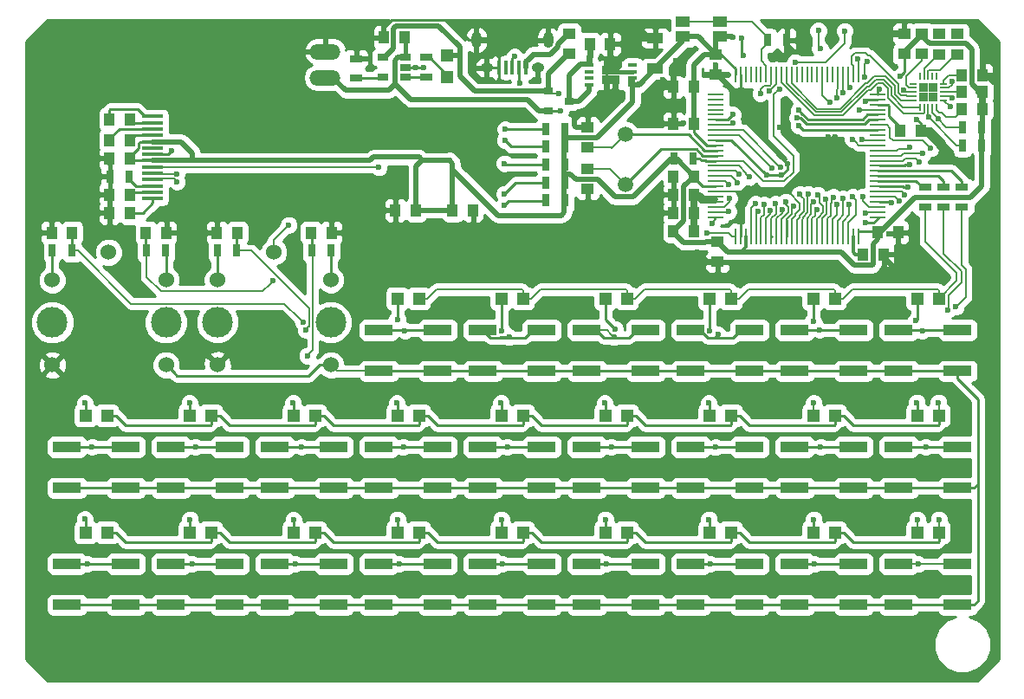
<source format=gtl>
G04 #@! TF.FileFunction,Copper,L1,Top,Signal*
%FSLAX46Y46*%
G04 Gerber Fmt 4.6, Leading zero omitted, Abs format (unit mm)*
G04 Created by KiCad (PCBNEW 4.0.5-e0-6337~52~ubuntu16.10.1) date Sun Jan 15 19:46:15 2017*
%MOMM*%
%LPD*%
G01*
G04 APERTURE LIST*
%ADD10C,0.100000*%
%ADD11R,1.000000X1.250000*%
%ADD12R,1.500000X0.280000*%
%ADD13R,0.280000X1.500000*%
%ADD14O,3.014980X1.506220*%
%ADD15R,1.198880X1.198880*%
%ADD16R,2.750000X1.000000*%
%ADD17R,1.300000X0.700000*%
%ADD18R,1.060000X0.650000*%
%ADD19R,0.890000X0.420000*%
%ADD20R,0.840000X0.940000*%
%ADD21R,0.400000X1.350000*%
%ADD22O,1.250000X0.950000*%
%ADD23O,1.000000X1.550000*%
%ADD24R,1.600000X1.000000*%
%ADD25R,0.900000X0.800000*%
%ADD26R,1.250000X1.000000*%
%ADD27O,0.750000X0.200000*%
%ADD28O,0.200000X0.750000*%
%ADD29R,0.925000X0.925000*%
%ADD30R,0.700000X1.300000*%
%ADD31C,1.501140*%
%ADD32C,1.524000*%
%ADD33C,3.000000*%
%ADD34R,2.000000X0.320000*%
%ADD35R,1.400000X1.050000*%
%ADD36C,0.600000*%
%ADD37C,0.500000*%
%ADD38C,0.160000*%
%ADD39C,0.250000*%
%ADD40C,0.600000*%
%ADD41C,0.200000*%
%ADD42C,0.400000*%
%ADD43C,0.700000*%
%ADD44C,0.300000*%
%ADD45C,0.254000*%
G04 APERTURE END LIST*
D10*
D11*
X135845800Y-81788000D03*
X137845800Y-81788000D03*
D12*
X148183000Y-86710000D03*
X148183000Y-87210000D03*
X148183000Y-87710000D03*
X148183000Y-88210000D03*
X148183000Y-88710000D03*
X148183000Y-89210000D03*
X148183000Y-89710000D03*
X148183000Y-90210000D03*
X148183000Y-90710000D03*
X148183000Y-91210000D03*
X148183000Y-91710000D03*
X148183000Y-92210000D03*
X148183000Y-92710000D03*
X148183000Y-93210000D03*
X148183000Y-93710000D03*
X148183000Y-94210000D03*
X148183000Y-94710000D03*
X148183000Y-95210000D03*
X148183000Y-95710000D03*
X148183000Y-96210000D03*
X148183000Y-96710000D03*
X148183000Y-97210000D03*
X148183000Y-97710000D03*
X148183000Y-98210000D03*
X148183000Y-98710000D03*
D13*
X150083000Y-100610000D03*
X150583000Y-100610000D03*
X151083000Y-100610000D03*
X151583000Y-100610000D03*
X152083000Y-100610000D03*
X152583000Y-100610000D03*
X153083000Y-100610000D03*
X153583000Y-100610000D03*
X154083000Y-100610000D03*
X154583000Y-100610000D03*
X155083000Y-100610000D03*
X155583000Y-100610000D03*
X156083000Y-100610000D03*
X156583000Y-100610000D03*
X157083000Y-100610000D03*
X157583000Y-100610000D03*
X158083000Y-100610000D03*
X158583000Y-100610000D03*
X159083000Y-100610000D03*
X159583000Y-100610000D03*
X160083000Y-100610000D03*
X160583000Y-100610000D03*
X161083000Y-100610000D03*
X161583000Y-100610000D03*
X162083000Y-100610000D03*
D12*
X163983000Y-98710000D03*
X163983000Y-98210000D03*
X163983000Y-97710000D03*
X163983000Y-97210000D03*
X163983000Y-96710000D03*
X163983000Y-96210000D03*
X163983000Y-95710000D03*
X163983000Y-95210000D03*
X163983000Y-94710000D03*
X163983000Y-94210000D03*
X163983000Y-93710000D03*
X163983000Y-93210000D03*
X163983000Y-92710000D03*
X163983000Y-92210000D03*
X163983000Y-91710000D03*
X163983000Y-91210000D03*
X163983000Y-90710000D03*
X163983000Y-90210000D03*
X163983000Y-89710000D03*
X163983000Y-89210000D03*
X163983000Y-88710000D03*
X163983000Y-88210000D03*
X163983000Y-87710000D03*
X163983000Y-87210000D03*
X163983000Y-86710000D03*
D13*
X162083000Y-84810000D03*
X161583000Y-84810000D03*
X161083000Y-84810000D03*
X160583000Y-84810000D03*
X160083000Y-84810000D03*
X159583000Y-84810000D03*
X159083000Y-84810000D03*
X158583000Y-84810000D03*
X158083000Y-84810000D03*
X157583000Y-84810000D03*
X157083000Y-84810000D03*
X156583000Y-84810000D03*
X156083000Y-84810000D03*
X155583000Y-84810000D03*
X155083000Y-84810000D03*
X154583000Y-84810000D03*
X154083000Y-84810000D03*
X153583000Y-84810000D03*
X153083000Y-84810000D03*
X152583000Y-84810000D03*
X152083000Y-84810000D03*
X151583000Y-84810000D03*
X151083000Y-84810000D03*
X150583000Y-84810000D03*
X150083000Y-84810000D03*
D11*
X90906600Y-96509840D03*
X88906600Y-96509840D03*
X90916000Y-98298000D03*
X88916000Y-98298000D03*
D14*
X110000000Y-85090000D03*
X110000000Y-82550000D03*
D15*
X159799020Y-106680000D03*
X157700980Y-106680000D03*
D16*
X115235000Y-121190000D03*
X120985000Y-121190000D03*
X120985000Y-125190000D03*
X115235000Y-125190000D03*
D11*
X172228000Y-84836000D03*
X174228000Y-84836000D03*
D16*
X84755000Y-121190000D03*
X90505000Y-121190000D03*
X90505000Y-125190000D03*
X84755000Y-125190000D03*
D15*
X169959020Y-106680000D03*
X167860980Y-106680000D03*
D16*
X145715000Y-121190000D03*
X151465000Y-121190000D03*
X151465000Y-125190000D03*
X145715000Y-125190000D03*
D17*
X119888000Y-85024000D03*
X119888000Y-83124000D03*
D16*
X155875000Y-121190000D03*
X161625000Y-121190000D03*
X161625000Y-125190000D03*
X155875000Y-125190000D03*
X94915000Y-121190000D03*
X100665000Y-121190000D03*
X100665000Y-125190000D03*
X94915000Y-125190000D03*
X105075000Y-121190000D03*
X110825000Y-121190000D03*
X110825000Y-125190000D03*
X105075000Y-125190000D03*
X125395000Y-121190000D03*
X131145000Y-121190000D03*
X131145000Y-125190000D03*
X125395000Y-125190000D03*
X135555000Y-121190000D03*
X141305000Y-121190000D03*
X141305000Y-125190000D03*
X135555000Y-125190000D03*
X84755000Y-132620000D03*
X90505000Y-132620000D03*
X90505000Y-136620000D03*
X84755000Y-136620000D03*
X94915000Y-132620000D03*
X100665000Y-132620000D03*
X100665000Y-136620000D03*
X94915000Y-136620000D03*
X105075000Y-132620000D03*
X110825000Y-132620000D03*
X110825000Y-136620000D03*
X105075000Y-136620000D03*
X115235000Y-132620000D03*
X120985000Y-132620000D03*
X120985000Y-136620000D03*
X115235000Y-136620000D03*
X125395000Y-132620000D03*
X131145000Y-132620000D03*
X131145000Y-136620000D03*
X125395000Y-136620000D03*
X135555000Y-132620000D03*
X141305000Y-132620000D03*
X141305000Y-136620000D03*
X135555000Y-136620000D03*
X145715000Y-132620000D03*
X151465000Y-132620000D03*
X151465000Y-136620000D03*
X145715000Y-136620000D03*
X155875000Y-132620000D03*
X161625000Y-132620000D03*
X161625000Y-136620000D03*
X155875000Y-136620000D03*
X166035000Y-121190000D03*
X171785000Y-121190000D03*
X171785000Y-125190000D03*
X166035000Y-125190000D03*
X166035000Y-132620000D03*
X171785000Y-132620000D03*
X171785000Y-136620000D03*
X166035000Y-136620000D03*
X166035000Y-109760000D03*
X171785000Y-109760000D03*
X171785000Y-113760000D03*
X166035000Y-113760000D03*
X115235000Y-109760000D03*
X120985000Y-109760000D03*
X120985000Y-113760000D03*
X115235000Y-113760000D03*
X125395000Y-109760000D03*
X131145000Y-109760000D03*
X131145000Y-113760000D03*
X125395000Y-113760000D03*
X135555000Y-109760000D03*
X141305000Y-109760000D03*
X141305000Y-113760000D03*
X135555000Y-113760000D03*
X145715000Y-109760000D03*
X151465000Y-109760000D03*
X151465000Y-113760000D03*
X145715000Y-113760000D03*
X155875000Y-109760000D03*
X161625000Y-109760000D03*
X161625000Y-113760000D03*
X155875000Y-113760000D03*
D15*
X88679020Y-129540000D03*
X86580980Y-129540000D03*
X98839020Y-129540000D03*
X96740980Y-129540000D03*
X108999020Y-129540000D03*
X106900980Y-129540000D03*
X119159020Y-129540000D03*
X117060980Y-129540000D03*
X129319020Y-129540000D03*
X127220980Y-129540000D03*
X139479020Y-129540000D03*
X137380980Y-129540000D03*
X149639020Y-129540000D03*
X147540980Y-129540000D03*
X159799020Y-129540000D03*
X157700980Y-129540000D03*
X169959020Y-129540000D03*
X167860980Y-129540000D03*
X88679020Y-118110000D03*
X86580980Y-118110000D03*
X98839020Y-118110000D03*
X96740980Y-118110000D03*
X108999020Y-118110000D03*
X106900980Y-118110000D03*
X119159020Y-118110000D03*
X117060980Y-118110000D03*
X129319020Y-118110000D03*
X127220980Y-118110000D03*
X139479020Y-118110000D03*
X137380980Y-118110000D03*
X149639020Y-118110000D03*
X147540980Y-118110000D03*
X159799020Y-118110000D03*
X157700980Y-118110000D03*
X169959020Y-118110000D03*
X167860980Y-118110000D03*
X119159020Y-106680000D03*
X117060980Y-106680000D03*
X129319020Y-106680000D03*
X127220980Y-106680000D03*
X139479020Y-106680000D03*
X137380980Y-106680000D03*
X149639020Y-106680000D03*
X147540980Y-106680000D03*
D18*
X117813000Y-85024000D03*
X117813000Y-84074000D03*
X117813000Y-83124000D03*
X115613000Y-83124000D03*
X115613000Y-85024000D03*
D19*
X140027000Y-85811000D03*
X140027000Y-85161000D03*
X140027000Y-84511000D03*
X140027000Y-83861000D03*
X135817000Y-83861000D03*
X135817000Y-84511000D03*
X135817000Y-85161000D03*
X135817000Y-85811000D03*
D20*
X137502000Y-84366000D03*
X137502000Y-85306000D03*
X138342000Y-84366000D03*
X138342000Y-85306000D03*
D21*
X129570900Y-84112540D03*
X128920900Y-84112540D03*
X128270900Y-84112540D03*
X127620900Y-84112540D03*
X126970900Y-84112540D03*
D22*
X130770900Y-84112540D03*
X125770900Y-84112540D03*
D23*
X131770900Y-81412540D03*
X124770900Y-81412540D03*
D11*
X117713000Y-81153000D03*
X115713000Y-81153000D03*
D24*
X142240000Y-84227800D03*
X142240000Y-81227800D03*
D17*
X113030000Y-83251000D03*
X113030000Y-85151000D03*
D25*
X131842000Y-86426000D03*
X131842000Y-88326000D03*
X133842000Y-87376000D03*
D11*
X162576000Y-102362000D03*
X164576000Y-102362000D03*
X166182800Y-90297000D03*
X168182800Y-90297000D03*
X174228000Y-86487000D03*
X172228000Y-86487000D03*
D26*
X168325800Y-80788000D03*
X168325800Y-82788000D03*
D11*
X174228000Y-88138000D03*
X172228000Y-88138000D03*
D26*
X170027600Y-80813400D03*
X170027600Y-82813400D03*
X171754800Y-80813400D03*
X171754800Y-82813400D03*
D27*
X170410000Y-87287000D03*
X170410000Y-86887000D03*
X170410000Y-86487000D03*
X170410000Y-86087000D03*
X170410000Y-85687000D03*
D28*
X169710000Y-84987000D03*
X169310000Y-84987000D03*
X168910000Y-84987000D03*
X168510000Y-84987000D03*
X168110000Y-84987000D03*
D27*
X167410000Y-85687000D03*
X167410000Y-86087000D03*
X167410000Y-86487000D03*
X167410000Y-86887000D03*
X167410000Y-87287000D03*
D28*
X168110000Y-87987000D03*
X168510000Y-87987000D03*
X168910000Y-87987000D03*
X169310000Y-87987000D03*
X169710000Y-87987000D03*
D29*
X168447500Y-86024500D03*
X168447500Y-86949500D03*
X169372500Y-86024500D03*
X169372500Y-86949500D03*
D15*
X121920000Y-82897980D03*
X121920000Y-84996020D03*
D26*
X135636000Y-89932000D03*
X135636000Y-91932000D03*
X135636000Y-95996000D03*
X135636000Y-93996000D03*
D11*
X144034000Y-96520000D03*
X146034000Y-96520000D03*
X144034000Y-98298000D03*
X146034000Y-98298000D03*
X144000000Y-86000000D03*
X146000000Y-86000000D03*
X144034000Y-89573100D03*
X146034000Y-89573100D03*
X144034000Y-94742000D03*
X146034000Y-94742000D03*
D26*
X148336000Y-103108000D03*
X148336000Y-101108000D03*
D11*
X166000000Y-100203000D03*
X164000000Y-100203000D03*
D26*
X166598600Y-80788000D03*
X166598600Y-82788000D03*
X148158200Y-84794600D03*
X148158200Y-82794600D03*
D11*
X144034000Y-100076000D03*
X146034000Y-100076000D03*
D30*
X174178000Y-91694000D03*
X172278000Y-91694000D03*
X174178000Y-89916000D03*
X172278000Y-89916000D03*
X153217840Y-81422240D03*
X155117840Y-81422240D03*
X145984000Y-93014800D03*
X144084000Y-93014800D03*
D17*
X172212000Y-95824000D03*
X172212000Y-97724000D03*
X170434000Y-95824000D03*
X170434000Y-97724000D03*
X168656000Y-95824000D03*
X168656000Y-97724000D03*
D26*
X133858000Y-82788000D03*
X133858000Y-80788000D03*
D30*
X133449100Y-93586300D03*
X131549100Y-93586300D03*
X133449100Y-91833700D03*
X131549100Y-91833700D03*
X133449100Y-90081100D03*
X131549100Y-90081100D03*
X133449100Y-97091500D03*
X131549100Y-97091500D03*
X133449100Y-95338900D03*
X131549100Y-95338900D03*
D11*
X118856000Y-98044000D03*
X116856000Y-98044000D03*
X122444000Y-98044000D03*
X124444000Y-98044000D03*
X90916000Y-92964000D03*
X88916000Y-92964000D03*
X88916000Y-89154000D03*
X90916000Y-89154000D03*
X88916000Y-91186000D03*
X90916000Y-91186000D03*
D30*
X90866000Y-94742000D03*
X88966000Y-94742000D03*
D11*
X85251800Y-100253800D03*
X83251800Y-100253800D03*
X92472000Y-100253800D03*
X94472000Y-100253800D03*
X101406200Y-100253800D03*
X99406200Y-100253800D03*
X108601000Y-100253800D03*
X110601000Y-100253800D03*
D30*
X83314500Y-101981000D03*
X85214500Y-101981000D03*
X92522000Y-101981000D03*
X94422000Y-101981000D03*
X99443500Y-101981000D03*
X101343500Y-101981000D03*
X108651000Y-101981000D03*
X110551000Y-101981000D03*
D31*
X139319000Y-90650060D03*
X139319000Y-95531940D03*
D32*
X88824600Y-102166800D03*
X94424600Y-113166800D03*
X83324600Y-113166800D03*
X94424600Y-104866800D03*
X83324600Y-104866800D03*
D33*
X83324600Y-109016800D03*
X94424600Y-109016800D03*
D32*
X104950000Y-102150000D03*
X110550000Y-113150000D03*
X99450000Y-113150000D03*
X110550000Y-104850000D03*
X99450000Y-104850000D03*
D33*
X99450000Y-109000000D03*
X110550000Y-109000000D03*
D34*
X93148564Y-88862454D03*
X93148564Y-89482454D03*
X93148564Y-90102454D03*
X93148564Y-90722454D03*
X93148564Y-91342454D03*
X93148564Y-91962454D03*
X93148564Y-92582454D03*
X93148564Y-93202454D03*
X93148564Y-93822454D03*
X93148564Y-94442454D03*
X93148564Y-95062454D03*
X93148564Y-95682454D03*
X93148564Y-96302454D03*
X93148564Y-96922454D03*
D35*
X144964600Y-81079000D03*
X148564600Y-81079000D03*
X144964600Y-79629000D03*
X148564600Y-79629000D03*
D36*
X144297400Y-84099400D03*
X144932400Y-84099400D03*
X144272000Y-83464400D03*
X144932400Y-83464400D03*
X151444286Y-94809746D03*
X86487000Y-128244600D03*
X86512398Y-116865400D03*
X150266398Y-95326200D03*
X96774000Y-128270000D03*
X96723200Y-116865400D03*
X152033041Y-97410406D03*
X106883204Y-128295400D03*
X106857800Y-116865400D03*
X154966950Y-97253224D03*
X117043202Y-128270000D03*
X117030500Y-108712000D03*
X116992400Y-116865400D03*
X157712888Y-97219474D03*
X127203200Y-128269998D03*
X127177800Y-116890800D03*
X127270012Y-109829598D03*
X168046400Y-93294200D03*
X168360047Y-109830664D03*
X158346156Y-82219522D03*
X162966511Y-83506690D03*
X158178500Y-80492600D03*
X162723012Y-85054631D03*
X162204400Y-88239600D03*
X168402000Y-92506796D03*
X168681400Y-121183400D03*
X158419800Y-121183400D03*
X166623348Y-96521539D03*
X167944800Y-132638800D03*
X169167062Y-91995738D03*
X157784800Y-132638800D03*
X166935694Y-95785021D03*
X148117390Y-121208800D03*
X162813157Y-98298442D03*
X137982790Y-121183400D03*
X160587074Y-96908075D03*
X162814000Y-99237800D03*
X147650200Y-132613400D03*
X137490200Y-132613400D03*
X161219414Y-97463389D03*
X158127612Y-96535352D03*
X127822790Y-121183400D03*
X95504000Y-94488000D03*
X153388771Y-86380011D03*
X169914594Y-89128600D03*
X149441078Y-95566815D03*
X86741000Y-132613400D03*
X156337000Y-96469202D03*
X117637390Y-121183400D03*
X95504000Y-95250000D03*
X152509444Y-86620022D03*
X168935400Y-88949422D03*
X158872900Y-96999686D03*
X127330200Y-132613400D03*
X153986500Y-97421145D03*
X107670600Y-121183400D03*
X157231719Y-96491594D03*
X117246400Y-132613400D03*
X154633075Y-97980235D03*
X107061000Y-132613400D03*
X147767496Y-99308747D03*
X97342790Y-121183400D03*
X147269200Y-100279200D03*
X96970600Y-132620000D03*
X150448714Y-94541728D03*
X87208190Y-121183400D03*
X155041600Y-90297000D03*
X159131000Y-90855800D03*
X159816800Y-90855800D03*
X159816800Y-91516200D03*
X159131000Y-91516200D03*
X147015200Y-84785200D03*
X149326600Y-84785200D03*
X153898598Y-83108800D03*
X154711400Y-83108800D03*
X140589000Y-80187800D03*
X175285400Y-94030800D03*
X175285400Y-95631000D03*
X144983200Y-89560400D03*
X148158200Y-83820000D03*
X134340600Y-89052400D03*
X155168600Y-93494620D03*
X154584400Y-94640400D03*
X153111200Y-94640400D03*
X151917400Y-89230200D03*
X150985136Y-96799400D03*
X152069800Y-96139000D03*
X150622000Y-98983800D03*
X146329400Y-102158800D03*
X151371298Y-88709500D03*
X138342000Y-84230590D03*
X143000000Y-85284690D03*
X137502000Y-84230590D03*
X138342000Y-85284688D03*
X137501186Y-85284688D03*
X154432000Y-89916000D03*
X169164000Y-90170000D03*
X170434000Y-92964000D03*
X170434000Y-92964000D03*
X170434000Y-92202000D03*
X94996000Y-92202000D03*
X155702000Y-79832200D03*
X175412400Y-85572600D03*
X174193200Y-81330800D03*
X162756282Y-87419202D03*
X165099445Y-100354232D03*
X126212600Y-81407000D03*
X130327400Y-81432400D03*
X166293800Y-104368600D03*
X154940000Y-96012000D03*
X165354000Y-80772000D03*
X119634000Y-84074000D03*
X118872000Y-84074000D03*
X167815779Y-89161371D03*
X168447500Y-86949500D03*
X169372500Y-86949500D03*
X169372500Y-86024500D03*
X168447500Y-86024500D03*
X155792855Y-97685428D03*
X117779802Y-109829600D03*
X158072898Y-98000482D03*
X127965200Y-110464600D03*
X159991161Y-97494167D03*
X138205340Y-110444413D03*
X148361400Y-110209594D03*
X162562618Y-96702684D03*
X158318200Y-109753400D03*
X166081772Y-97110364D03*
X149809200Y-88697832D03*
X132969000Y-88366600D03*
X156286200Y-89809535D03*
X132842000Y-86614000D03*
X149860000Y-81178400D03*
X166165333Y-84986721D03*
X164182085Y-86179348D03*
X119481600Y-93141800D03*
X122148600Y-93192600D03*
X150852170Y-82903823D03*
X150723600Y-81203800D03*
X162033741Y-83297400D03*
X129028113Y-85660790D03*
X156099305Y-89031660D03*
X156261063Y-88248172D03*
X128495568Y-82991177D03*
X159637273Y-96763565D03*
X137363200Y-128270000D03*
X137312400Y-116865400D03*
X138301388Y-109650188D03*
X161558472Y-96738780D03*
X147497800Y-128270000D03*
X147472400Y-116865400D03*
X147590012Y-109849583D03*
X157734000Y-116865400D03*
X165301348Y-97335002D03*
X157734000Y-128270000D03*
X157683200Y-108889800D03*
X167144105Y-93584990D03*
X167718087Y-108866180D03*
X167843200Y-128270000D03*
X167817800Y-116839998D03*
X166513033Y-86309570D03*
X167081200Y-91871800D03*
X149485130Y-96891179D03*
X171616684Y-107496172D03*
X169951400Y-128270000D03*
X169926000Y-116840002D03*
X170865800Y-107772200D03*
X161517768Y-91108972D03*
X127508000Y-96443600D03*
X162409906Y-91100733D03*
X127508000Y-97543600D03*
X161263612Y-86026724D03*
X127558800Y-90123000D03*
X160609185Y-86533644D03*
X127533400Y-91223000D03*
X159961477Y-87031870D03*
X159317021Y-87528400D03*
X127508000Y-93472000D03*
X170002200Y-80797400D03*
X171754800Y-80797400D03*
X171267998Y-87045800D03*
X171227998Y-85415481D03*
X171069000Y-87909400D03*
X115239806Y-93853000D03*
X149860000Y-89560400D03*
X154450900Y-93848069D03*
X104903497Y-104968112D03*
X149377400Y-98170994D03*
X152313052Y-98196187D03*
X107829978Y-108991400D03*
X153658233Y-93956227D03*
X106426000Y-99491800D03*
X153473063Y-98108965D03*
X108229400Y-112268000D03*
X152854807Y-97508104D03*
X108072869Y-109753648D03*
X154377342Y-86211699D03*
X160769300Y-80519491D03*
X155929017Y-83560194D03*
D37*
X144932400Y-84099400D02*
X144297400Y-84099400D01*
X144932400Y-83464400D02*
X144932400Y-84099400D01*
X144932400Y-83464400D02*
X144272000Y-83464400D01*
D38*
X151144287Y-94509747D02*
X151444286Y-94809746D01*
X148183000Y-93710000D02*
X150446140Y-93710000D01*
X151144287Y-94408147D02*
X151144287Y-94509747D01*
X150446140Y-93710000D02*
X151144287Y-94408147D01*
D39*
X86580980Y-128338580D02*
X86487000Y-128244600D01*
X86580980Y-129540000D02*
X86580980Y-128338580D01*
X86580980Y-116933982D02*
X86512398Y-116865400D01*
X86580980Y-118110000D02*
X86580980Y-116933982D01*
X172212000Y-95824000D02*
X172212000Y-95212000D01*
X164983000Y-94210000D02*
X163983000Y-94210000D01*
X172212000Y-95212000D02*
X171210000Y-94210000D01*
X171210000Y-94210000D02*
X164983000Y-94210000D01*
X164113380Y-94213380D02*
X164110000Y-94210000D01*
X170434000Y-95224000D02*
X169920000Y-94710000D01*
X170434000Y-95824000D02*
X170434000Y-95224000D01*
X169920000Y-94710000D02*
X164983000Y-94710000D01*
X164983000Y-94710000D02*
X163983000Y-94710000D01*
X168656000Y-95824000D02*
X168356000Y-95824000D01*
X164983000Y-95210000D02*
X163983000Y-95210000D01*
X165032989Y-95160011D02*
X164983000Y-95210000D01*
X167692011Y-95160011D02*
X165032989Y-95160011D01*
X168356000Y-95824000D02*
X167692011Y-95160011D01*
D38*
X148183000Y-94710000D02*
X149650198Y-94710000D01*
X149966399Y-95026201D02*
X150266398Y-95326200D01*
X149650198Y-94710000D02*
X149966399Y-95026201D01*
D39*
X96740980Y-128303020D02*
X96774000Y-128270000D01*
X96740980Y-129540000D02*
X96740980Y-128303020D01*
X96740980Y-116883180D02*
X96723200Y-116865400D01*
X96740980Y-118110000D02*
X96740980Y-116883180D01*
D38*
X151583000Y-100610000D02*
X151583000Y-97860447D01*
X151733042Y-97710405D02*
X152033041Y-97410406D01*
X151583000Y-97860447D02*
X151733042Y-97710405D01*
D39*
X106900980Y-128313176D02*
X106883204Y-128295400D01*
X106900980Y-129540000D02*
X106900980Y-128313176D01*
X106900980Y-116908580D02*
X106857800Y-116865400D01*
X106900980Y-118110000D02*
X106900980Y-116908580D01*
D38*
X154583000Y-98888714D02*
X155213077Y-98258637D01*
X155213077Y-98258637D02*
X155213077Y-97701833D01*
X155213077Y-97701833D02*
X154966950Y-97455706D01*
X154583000Y-100610000D02*
X154583000Y-98888714D01*
X154966950Y-97455706D02*
X154966950Y-97253224D01*
D39*
X117060980Y-129540000D02*
X117060980Y-128287778D01*
X117060980Y-128287778D02*
X117043202Y-128270000D01*
X117060980Y-116933980D02*
X116992400Y-116865400D01*
X117060980Y-108681520D02*
X117030500Y-108712000D01*
X117060980Y-118110000D02*
X117060980Y-116933980D01*
X117060980Y-106680000D02*
X117060980Y-108681520D01*
D38*
X157083000Y-100102000D02*
X157083000Y-98838965D01*
X157492887Y-97439474D02*
X157712888Y-97219474D01*
X157492888Y-98429075D02*
X157492887Y-97439474D01*
X157083000Y-98838965D02*
X157492888Y-98429075D01*
D39*
X127220980Y-129540000D02*
X127220980Y-128287778D01*
X127220980Y-128287778D02*
X127203200Y-128269998D01*
X127220980Y-116933980D02*
X127177800Y-116890800D01*
X127220980Y-109780566D02*
X127270012Y-109829598D01*
X127220980Y-118110000D02*
X127220980Y-116933980D01*
X127220980Y-106680000D02*
X127220980Y-109780566D01*
D38*
X166415413Y-93210000D02*
X164110000Y-93210000D01*
X167730664Y-109830664D02*
X167935783Y-109830664D01*
X166035000Y-109760000D02*
X167660000Y-109760000D01*
X167935783Y-109830664D02*
X168360047Y-109830664D01*
X167660000Y-109760000D02*
X167730664Y-109830664D01*
X167712188Y-92959988D02*
X166665425Y-92959988D01*
X168046400Y-93294200D02*
X167712188Y-92959988D01*
X166665425Y-92959988D02*
X166415413Y-93210000D01*
D39*
X171785000Y-109760000D02*
X166910000Y-109760000D01*
X166910000Y-109760000D02*
X166035000Y-109760000D01*
D38*
X158178500Y-82051866D02*
X158346156Y-82219522D01*
X158178500Y-80492600D02*
X158178500Y-82051866D01*
X162723012Y-83750189D02*
X162966511Y-83506690D01*
X162723012Y-85054631D02*
X162723012Y-83750189D01*
X163983000Y-88210000D02*
X162234000Y-88210000D01*
X162234000Y-88210000D02*
X162204400Y-88239600D01*
X167977736Y-92506796D02*
X168402000Y-92506796D01*
X166279002Y-92710000D02*
X166482206Y-92506796D01*
X164110000Y-92710000D02*
X166279002Y-92710000D01*
X166482206Y-92506796D02*
X167977736Y-92506796D01*
X168674800Y-121190000D02*
X168681400Y-121183400D01*
X166035000Y-121190000D02*
X168674800Y-121190000D01*
D39*
X171785000Y-121190000D02*
X166035000Y-121190000D01*
D38*
X166311809Y-96210000D02*
X166323349Y-96221540D01*
X157500000Y-121190000D02*
X157506600Y-121183400D01*
X155875000Y-121190000D02*
X157500000Y-121190000D01*
X157506600Y-121183400D02*
X158419800Y-121183400D01*
X166323349Y-96221540D02*
X166623348Y-96521539D01*
X164110000Y-96210000D02*
X166311809Y-96210000D01*
D39*
X161625000Y-121190000D02*
X155875000Y-121190000D01*
D38*
X167926000Y-132620000D02*
X167944800Y-132638800D01*
X167926000Y-132620000D02*
X166035000Y-132620000D01*
X164891863Y-89689999D02*
X165201600Y-89999736D01*
X164110000Y-89689999D02*
X164891863Y-89689999D01*
X165201600Y-89999736D02*
X165201600Y-90944802D01*
X165201600Y-90944802D02*
X165458799Y-91202001D01*
X165458799Y-91202001D02*
X168373325Y-91202001D01*
X168373325Y-91202001D02*
X168867063Y-91695739D01*
X168867063Y-91695739D02*
X169167062Y-91995738D01*
X171785000Y-132620000D02*
X166035000Y-132620000D01*
D39*
X166935694Y-95700306D02*
X166935694Y-95785021D01*
D38*
X157766000Y-132620000D02*
X157784800Y-132638800D01*
X155875000Y-132620000D02*
X157766000Y-132620000D01*
D39*
X166876387Y-95640999D02*
X166935694Y-95700306D01*
X164110000Y-95710000D02*
X166436409Y-95710000D01*
X166511430Y-95785021D02*
X166935694Y-95785021D01*
X166436409Y-95710000D02*
X166511430Y-95785021D01*
X161625000Y-132620000D02*
X155875000Y-132620000D01*
D38*
X148098590Y-121190000D02*
X148117390Y-121208800D01*
X145715000Y-121190000D02*
X148098590Y-121190000D01*
X162901599Y-98210000D02*
X162813157Y-98298442D01*
X164110000Y-98210000D02*
X162901599Y-98210000D01*
D39*
X151465000Y-121190000D02*
X145715000Y-121190000D01*
D38*
X137976190Y-121190000D02*
X137982790Y-121183400D01*
X135555000Y-121190000D02*
X137976190Y-121190000D01*
X160594413Y-98515622D02*
X160594413Y-97339678D01*
X160083000Y-99057936D02*
X160232184Y-98908752D01*
X160232184Y-98908752D02*
X160232184Y-98877851D01*
X160083000Y-100102000D02*
X160083000Y-99057936D01*
X160232184Y-98877851D02*
X160594413Y-98515622D01*
X160594413Y-97339678D02*
X160587074Y-97332339D01*
X160587074Y-97332339D02*
X160587074Y-96908075D01*
D39*
X141305000Y-121190000D02*
X135555000Y-121190000D01*
X163238264Y-99237800D02*
X162814000Y-99237800D01*
X163582200Y-99237800D02*
X163238264Y-99237800D01*
X164110000Y-98710000D02*
X163582200Y-99237800D01*
D38*
X147643600Y-132620000D02*
X147650200Y-132613400D01*
X145715000Y-132620000D02*
X147643600Y-132620000D01*
D39*
X151465000Y-132620000D02*
X145715000Y-132620000D01*
D38*
X137483600Y-132620000D02*
X137490200Y-132613400D01*
X135555000Y-132620000D02*
X137483600Y-132620000D01*
X160682195Y-99064251D02*
X161219414Y-98527032D01*
X161219414Y-98527032D02*
X161219414Y-97887653D01*
X160682195Y-99095152D02*
X160682195Y-99064251D01*
X160583000Y-100102000D02*
X160583000Y-99194347D01*
X161219414Y-97887653D02*
X161219414Y-97463389D01*
X160583000Y-99194347D02*
X160682195Y-99095152D01*
D39*
X141305000Y-132620000D02*
X135555000Y-132620000D01*
D38*
X158083000Y-100102000D02*
X158083000Y-98857224D01*
X158212908Y-98727316D02*
X158212908Y-98718876D01*
X158212908Y-98718876D02*
X158652900Y-98278884D01*
X158083000Y-98857224D02*
X158212908Y-98727316D01*
X158652900Y-98278884D02*
X158652900Y-97661544D01*
X158652900Y-97661544D02*
X158292890Y-97301534D01*
X158292890Y-97301534D02*
X158292890Y-96700630D01*
X158292890Y-96700630D02*
X158127612Y-96535352D01*
X127816190Y-121190000D02*
X127822790Y-121183400D01*
X125395000Y-121190000D02*
X127816190Y-121190000D01*
D39*
X131145000Y-121190000D02*
X125395000Y-121190000D01*
D38*
X95504000Y-94488000D02*
X93194110Y-94488000D01*
X93194110Y-94488000D02*
X93148564Y-94442454D01*
X154083000Y-85685782D02*
X154083000Y-84810000D01*
X153388771Y-86380011D02*
X154083000Y-85685782D01*
X154083000Y-84810000D02*
X154083000Y-84074097D01*
X170704000Y-89916000D02*
X169914594Y-89128600D01*
X169310000Y-87987000D02*
X169310000Y-88524006D01*
X169310000Y-88524006D02*
X169914594Y-89128600D01*
X172278000Y-89916000D02*
X170704000Y-89916000D01*
X148183000Y-95210000D02*
X149093000Y-95210000D01*
X149093000Y-95210000D02*
X149441078Y-95558078D01*
X149441078Y-95558078D02*
X149441078Y-95566815D01*
X86734400Y-132620000D02*
X86741000Y-132613400D01*
X84755000Y-132620000D02*
X86734400Y-132620000D01*
D39*
X90505000Y-132620000D02*
X84755000Y-132620000D01*
D38*
X156083000Y-100610000D02*
X156083000Y-98972678D01*
X156636999Y-96769201D02*
X156337000Y-96469202D01*
X156333110Y-98570593D02*
X156772868Y-98130835D01*
X156333110Y-98722568D02*
X156333110Y-98570593D01*
X156772868Y-98130835D02*
X156772868Y-96905070D01*
X156083000Y-98972678D02*
X156333110Y-98722568D01*
X156772868Y-96905070D02*
X156636999Y-96769201D01*
X117630790Y-121190000D02*
X117637390Y-121183400D01*
X115235000Y-121190000D02*
X117630790Y-121190000D01*
D39*
X120985000Y-121190000D02*
X115235000Y-121190000D01*
D38*
X95504000Y-95250000D02*
X95204001Y-94950001D01*
X93261017Y-94950001D02*
X93148564Y-95062454D01*
X95204001Y-94950001D02*
X93261017Y-94950001D01*
X152865201Y-85840001D02*
X152509444Y-86195758D01*
X153462999Y-85840001D02*
X152865201Y-85840001D01*
X153583000Y-85720000D02*
X153462999Y-85840001D01*
X153583000Y-84810000D02*
X153583000Y-85720000D01*
X152509444Y-86195758D02*
X152509444Y-86620022D01*
X171679978Y-91694000D02*
X168935400Y-88949422D01*
X168910000Y-87987000D02*
X168910000Y-88924022D01*
X168910000Y-88924022D02*
X168935400Y-88949422D01*
X172278000Y-91694000D02*
X171679978Y-91694000D01*
X158583000Y-98857916D02*
X159012911Y-98428005D01*
X158583000Y-100102000D02*
X158583000Y-98857916D01*
X159012911Y-97139697D02*
X158872900Y-96999686D01*
X159012911Y-98428005D02*
X159012911Y-97139697D01*
X127020000Y-132620000D02*
X127026600Y-132613400D01*
X125395000Y-132620000D02*
X127020000Y-132620000D01*
X127026600Y-132613400D02*
X127330200Y-132613400D01*
D39*
X131145000Y-132620000D02*
X125395000Y-132620000D01*
D38*
X154053065Y-98387367D02*
X154053065Y-97487710D01*
X153583000Y-100610000D02*
X153583000Y-98857432D01*
X153583000Y-98857432D02*
X154053065Y-98387367D01*
X154053065Y-97487710D02*
X153986500Y-97421145D01*
X105075000Y-121190000D02*
X107664000Y-121190000D01*
X107664000Y-121190000D02*
X107670600Y-121183400D01*
D39*
X110825000Y-121190000D02*
X105075000Y-121190000D01*
X153606500Y-100586500D02*
X153583000Y-100610000D01*
D38*
X156693121Y-98871689D02*
X156693121Y-98719714D01*
X156693121Y-98719714D02*
X157132878Y-98279955D01*
X157132878Y-96590435D02*
X157231719Y-96491594D01*
X156583000Y-98981810D02*
X156693121Y-98871689D01*
X157132878Y-98279955D02*
X157132878Y-96590435D01*
X156583000Y-100610000D02*
X156583000Y-98981810D01*
X115235000Y-132620000D02*
X117239800Y-132620000D01*
X117239800Y-132620000D02*
X117246400Y-132613400D01*
D39*
X120985000Y-132620000D02*
X115235000Y-132620000D01*
D38*
X154083000Y-98866564D02*
X154633075Y-98316489D01*
X154083000Y-100610000D02*
X154083000Y-98866564D01*
X154633075Y-98316489D02*
X154633075Y-97980235D01*
X107054400Y-132620000D02*
X107061000Y-132613400D01*
X105075000Y-132620000D02*
X107054400Y-132620000D01*
D39*
X110825000Y-132620000D02*
X105075000Y-132620000D01*
D38*
X148067495Y-99008748D02*
X147767496Y-99308747D01*
X148067495Y-98847295D02*
X148067495Y-99008748D01*
X148056600Y-98836400D02*
X148067495Y-98847295D01*
X94915000Y-121190000D02*
X97336190Y-121190000D01*
X97336190Y-121190000D02*
X97342790Y-121183400D01*
D39*
X148056600Y-98836400D02*
X148183000Y-98710000D01*
X100665000Y-121190000D02*
X94915000Y-121190000D01*
D38*
X149452200Y-100279200D02*
X147269200Y-100279200D01*
X149783000Y-100610000D02*
X149452200Y-100279200D01*
X150083000Y-100610000D02*
X149783000Y-100610000D01*
X94915000Y-132620000D02*
X96970600Y-132620000D01*
D39*
X100665000Y-132620000D02*
X94915000Y-132620000D01*
D38*
X148183000Y-94210000D02*
X150116986Y-94210000D01*
X150148715Y-94241729D02*
X150448714Y-94541728D01*
X150116986Y-94210000D02*
X150148715Y-94241729D01*
X84755000Y-121190000D02*
X87201590Y-121190000D01*
X87201590Y-121190000D02*
X87208190Y-121183400D01*
D39*
X90505000Y-121190000D02*
X84755000Y-121190000D01*
D37*
X143967200Y-84569300D02*
X143967200Y-84429600D01*
X154432000Y-89916000D02*
X154660600Y-89916000D01*
X154660600Y-89916000D02*
X155041600Y-90297000D01*
X159766000Y-91490800D02*
X159766000Y-90855800D01*
X159131000Y-91821000D02*
X159131000Y-91516200D01*
X154940000Y-96012000D02*
X159131000Y-91821000D01*
D40*
X148158200Y-84794600D02*
X147024600Y-84794600D01*
X147024600Y-84794600D02*
X147015200Y-84785200D01*
X148158200Y-84794600D02*
X149317200Y-84794600D01*
X149317200Y-84794600D02*
X149326600Y-84785200D01*
X138342000Y-84230590D02*
X138641999Y-83930591D01*
X138641999Y-83930591D02*
X138641999Y-83425801D01*
X138641999Y-83425801D02*
X140840000Y-81227800D01*
X140840000Y-81227800D02*
X142240000Y-81227800D01*
X137845800Y-81788000D02*
X137845800Y-83734390D01*
X137845800Y-83734390D02*
X138342000Y-84230590D01*
D37*
X155117840Y-81422240D02*
X155117840Y-82702360D01*
X155117840Y-82702360D02*
X154711400Y-83108800D01*
X142240000Y-81227800D02*
X141629000Y-81227800D01*
X141629000Y-81227800D02*
X140589000Y-80187800D01*
X175285400Y-95631000D02*
X175285400Y-94030800D01*
X144034000Y-89573100D02*
X144970500Y-89573100D01*
X144970500Y-89573100D02*
X144983200Y-89560400D01*
X148158200Y-84794600D02*
X148158200Y-83820000D01*
D39*
X150583000Y-84810000D02*
X150583000Y-87020400D01*
X150583000Y-87020400D02*
X150583000Y-87921202D01*
D37*
X148158200Y-84794600D02*
X148283200Y-84794600D01*
X148283200Y-84794600D02*
X150509000Y-87020400D01*
X150509000Y-87020400D02*
X150583000Y-87020400D01*
D39*
X124020900Y-81412540D02*
X124770900Y-81412540D01*
X122094149Y-79485789D02*
X124020900Y-81412540D01*
X116505211Y-79485789D02*
X122094149Y-79485789D01*
X115713000Y-80278000D02*
X116505211Y-79485789D01*
X115713000Y-81153000D02*
X115713000Y-80278000D01*
D37*
X134340600Y-89476664D02*
X134340600Y-89052400D01*
X134340600Y-89761600D02*
X134340600Y-89476664D01*
X134511000Y-89932000D02*
X134340600Y-89761600D01*
X135636000Y-89932000D02*
X134511000Y-89932000D01*
X144034000Y-89573100D02*
X140500100Y-89573100D01*
X140500100Y-89573100D02*
X140436600Y-89509600D01*
D39*
X151917400Y-90243420D02*
X151917400Y-89230200D01*
X153111200Y-94640400D02*
X154584400Y-94640400D01*
X149680800Y-91210000D02*
X153111200Y-94640400D01*
X148183000Y-91210000D02*
X149680800Y-91210000D01*
X154584400Y-94640400D02*
X155168600Y-94056200D01*
X155168600Y-94056200D02*
X155168600Y-93494620D01*
X155168600Y-93494620D02*
X151917400Y-90243420D01*
D38*
X151003000Y-88861900D02*
X151003000Y-87579200D01*
D40*
X151371298Y-88709500D02*
X151396700Y-88709500D01*
X151396700Y-88709500D02*
X151917400Y-89230200D01*
X152069800Y-96139000D02*
X151645536Y-96139000D01*
X151645536Y-96139000D02*
X150985136Y-96799400D01*
D41*
X150985136Y-96139000D02*
X152069800Y-96139000D01*
D40*
X154940000Y-96012000D02*
X152196800Y-96012000D01*
X152196800Y-96012000D02*
X152069800Y-96139000D01*
D39*
X150583000Y-100610000D02*
X150583000Y-99022800D01*
X150583000Y-99022800D02*
X150622000Y-98983800D01*
D37*
X148336000Y-103108000D02*
X147278600Y-103108000D01*
X147278600Y-103108000D02*
X146329400Y-102158800D01*
D41*
X155953099Y-98413188D02*
X156392857Y-97973430D01*
X155583000Y-100610000D02*
X155583000Y-98935262D01*
X155307430Y-96311999D02*
X155239999Y-96311999D01*
X155953099Y-98565163D02*
X155953099Y-98413188D01*
X156392857Y-97973430D02*
X156392857Y-97397426D01*
X155239999Y-96311999D02*
X154940000Y-96012000D01*
X156392857Y-97397426D02*
X155307430Y-96311999D01*
X155583000Y-98935262D02*
X155953099Y-98565163D01*
D40*
X138000000Y-86500000D02*
X137626000Y-86500000D01*
X137626000Y-86500000D02*
X137501186Y-86375186D01*
X137501186Y-86375186D02*
X137501186Y-85708952D01*
X137501186Y-85708952D02*
X137501186Y-85284688D01*
X138342000Y-86158000D02*
X138000000Y-86500000D01*
X138342000Y-85284688D02*
X138342000Y-86158000D01*
D39*
X151071299Y-88409501D02*
X151371298Y-88709500D01*
X150583000Y-87921202D02*
X151071299Y-88409501D01*
D37*
X144000000Y-86000000D02*
X144000000Y-84602100D01*
X144000000Y-84602100D02*
X143967200Y-84569300D01*
D42*
X140027000Y-84511000D02*
X138622410Y-84511000D01*
D37*
X143299999Y-85584689D02*
X143000000Y-85284690D01*
X138342000Y-84230590D02*
X138342000Y-83806326D01*
D39*
X137502000Y-84230590D02*
X137502000Y-85283874D01*
D37*
X138342000Y-83806326D02*
X137847674Y-83312000D01*
X137847674Y-83312000D02*
X137586000Y-83312000D01*
X137502000Y-83806326D02*
X137502000Y-84230590D01*
X137586000Y-83312000D02*
X137502000Y-83396000D01*
X143715310Y-86000000D02*
X143299999Y-85584689D01*
D42*
X138622410Y-84511000D02*
X138342000Y-84230590D01*
D37*
X137502000Y-83396000D02*
X137502000Y-83806326D01*
D39*
X137502000Y-85283874D02*
X137501186Y-85284688D01*
D37*
X144000000Y-86000000D02*
X143715310Y-86000000D01*
X169164000Y-90170000D02*
X168309800Y-90170000D01*
X168309800Y-90170000D02*
X168182800Y-90297000D01*
D41*
X150985136Y-96139000D02*
X150914136Y-96210000D01*
X150914136Y-96210000D02*
X148183000Y-96210000D01*
D37*
X170434000Y-92202000D02*
X170434000Y-91440000D01*
X170434000Y-91440000D02*
X169164000Y-90170000D01*
X170434000Y-92202000D02*
X170434000Y-92964000D01*
X168182800Y-90297000D02*
X168529000Y-90297000D01*
X168529000Y-90297000D02*
X170434000Y-92202000D01*
D39*
X175712399Y-86106000D02*
X175712399Y-86304399D01*
X175412400Y-85572600D02*
X175712399Y-85872599D01*
X175712399Y-85872599D02*
X175712399Y-86106000D01*
X93148564Y-92582454D02*
X94615546Y-92582454D01*
X94615546Y-92582454D02*
X94996000Y-92202000D01*
X174193200Y-81330800D02*
X174193200Y-80162400D01*
D40*
X174228000Y-84836000D02*
X174675800Y-84836000D01*
X174675800Y-84836000D02*
X175412400Y-85572600D01*
X174228000Y-84836000D02*
X174228000Y-81365600D01*
X174228000Y-81365600D02*
X174193200Y-81330800D01*
D39*
X162965484Y-87210000D02*
X162756282Y-87419202D01*
X163983000Y-87210000D02*
X162965484Y-87210000D01*
D37*
X165848768Y-100354232D02*
X165523709Y-100354232D01*
X165523709Y-100354232D02*
X165099445Y-100354232D01*
X166000000Y-100203000D02*
X165848768Y-100354232D01*
X155452801Y-82275401D02*
X155752800Y-82575400D01*
X155117840Y-81940440D02*
X155452801Y-82275401D01*
X155117840Y-81422240D02*
X155117840Y-81940440D01*
D39*
X150583000Y-84810000D02*
X150583000Y-87159200D01*
X150583000Y-87159200D02*
X151003000Y-87579200D01*
D42*
X138487000Y-84511000D02*
X138342000Y-84366000D01*
D37*
X124770900Y-81412540D02*
X126207060Y-81412540D01*
X126207060Y-81412540D02*
X126212600Y-81407000D01*
X164576000Y-102362000D02*
X164576000Y-102650800D01*
X164576000Y-102650800D02*
X166293800Y-104368600D01*
D43*
X166598600Y-80788000D02*
X165370000Y-80788000D01*
X165370000Y-80788000D02*
X165354000Y-80772000D01*
D39*
X117813000Y-84074000D02*
X119634000Y-84074000D01*
X126970900Y-84112540D02*
X126970900Y-85314900D01*
X126970900Y-84112540D02*
X126970900Y-83312000D01*
X126970900Y-83087100D02*
X126970900Y-83312000D01*
X126970900Y-84112540D02*
X125770900Y-84112540D01*
X117813000Y-84074000D02*
X118872000Y-84074000D01*
X168182800Y-89528392D02*
X167815779Y-89161371D01*
X168182800Y-90297000D02*
X168182800Y-89528392D01*
D38*
X155083000Y-99542600D02*
X155083000Y-98897846D01*
X155573088Y-97905195D02*
X155792855Y-97685428D01*
X155083000Y-98897846D02*
X155573088Y-98407758D01*
X155573088Y-98407758D02*
X155573088Y-97905195D01*
X115235000Y-109760000D02*
X117710202Y-109760000D01*
X117710202Y-109760000D02*
X117779802Y-109829600D01*
D39*
X120985000Y-109760000D02*
X115235000Y-109760000D01*
X155083000Y-100610000D02*
X155083000Y-99542600D01*
X155083000Y-99542600D02*
X155083000Y-98980769D01*
D38*
X157583000Y-100102000D02*
X157583000Y-98848094D01*
X157852898Y-98578195D02*
X157852898Y-98220482D01*
X157583000Y-98848094D02*
X157852898Y-98578195D01*
X157852898Y-98220482D02*
X158072898Y-98000482D01*
X127020000Y-110510000D02*
X127065400Y-110464600D01*
X127065400Y-110464600D02*
X127540936Y-110464600D01*
X127540936Y-110464600D02*
X127965200Y-110464600D01*
D39*
X125395000Y-109760000D02*
X126145000Y-110510000D01*
X126145000Y-110510000D02*
X127020000Y-110510000D01*
X129520000Y-110510000D02*
X127020000Y-110510000D01*
X131145000Y-109760000D02*
X130270000Y-109760000D01*
X130270000Y-109760000D02*
X129520000Y-110510000D01*
D38*
X159583000Y-98921525D02*
X159991161Y-98513364D01*
X159991161Y-98513364D02*
X159991161Y-97918431D01*
X159583000Y-100102000D02*
X159583000Y-98921525D01*
X159991161Y-97918431D02*
X159991161Y-97494167D01*
X137905341Y-110144414D02*
X138205340Y-110444413D01*
X135555000Y-109760000D02*
X137520927Y-109760000D01*
X137520927Y-109760000D02*
X137905341Y-110144414D01*
D39*
X141305000Y-109760000D02*
X140430000Y-109760000D01*
X136430000Y-109760000D02*
X135555000Y-109760000D01*
X140430000Y-109760000D02*
X139680000Y-110510000D01*
X137180000Y-110510000D02*
X136430000Y-109760000D01*
X139680000Y-110510000D02*
X137180000Y-110510000D01*
D38*
X148061401Y-110509593D02*
X148361400Y-110209594D01*
X146590000Y-109760000D02*
X147339593Y-110509593D01*
X147339593Y-110509593D02*
X148061401Y-110509593D01*
D39*
X147340000Y-110510000D02*
X146590000Y-109760000D01*
X150590000Y-109760000D02*
X149840000Y-110510000D01*
D38*
X145715000Y-109760000D02*
X146590000Y-109760000D01*
D39*
X149840000Y-110510000D02*
X147340000Y-110510000D01*
X151465000Y-109760000D02*
X150590000Y-109760000D01*
D38*
X162562618Y-97126948D02*
X162562618Y-96702684D01*
X162562618Y-97162618D02*
X162562618Y-97126948D01*
X163110000Y-97710000D02*
X162562618Y-97162618D01*
X164110000Y-97710000D02*
X163110000Y-97710000D01*
X165681408Y-96710000D02*
X165781773Y-96810365D01*
X155875000Y-109760000D02*
X158311600Y-109760000D01*
X158311600Y-109760000D02*
X158318200Y-109753400D01*
X165781773Y-96810365D02*
X166081772Y-97110364D01*
X164110000Y-96710000D02*
X165681408Y-96710000D01*
D39*
X161625000Y-109760000D02*
X155875000Y-109760000D01*
X119888000Y-85024000D02*
X117813000Y-85024000D01*
X149509201Y-88997831D02*
X149809200Y-88697832D01*
X149297032Y-89210000D02*
X149509201Y-88997831D01*
X148183000Y-89210000D02*
X149297032Y-89210000D01*
D37*
X116832999Y-85709001D02*
X116198890Y-86343110D01*
X116198890Y-86343110D02*
X112007490Y-86343110D01*
X112007490Y-86343110D02*
X110754380Y-85090000D01*
X110754380Y-85090000D02*
X110000000Y-85090000D01*
X129789600Y-87223600D02*
X118347598Y-87223600D01*
X116832999Y-83388999D02*
X117097998Y-83124000D01*
X118347598Y-87223600D02*
X116832999Y-85709001D01*
X116832999Y-85709001D02*
X116832999Y-83388999D01*
X117097998Y-83124000D02*
X117813000Y-83124000D01*
X130892000Y-88326000D02*
X129789600Y-87223600D01*
X131842000Y-88326000D02*
X130892000Y-88326000D01*
D39*
X132969000Y-88366600D02*
X131882600Y-88366600D01*
X131882600Y-88366600D02*
X131842000Y-88326000D01*
D42*
X117813000Y-83124000D02*
X117813000Y-81253000D01*
X117813000Y-81253000D02*
X117713000Y-81153000D01*
D39*
X117713000Y-83024000D02*
X117813000Y-83124000D01*
D37*
X123139200Y-82108298D02*
X123139200Y-82778220D01*
X123139200Y-82778220D02*
X123019440Y-82897980D01*
X123019440Y-82897980D02*
X121920000Y-82897980D01*
X121091702Y-80060800D02*
X116870198Y-80060800D01*
X116870198Y-80060800D02*
X116663001Y-80267997D01*
X116663001Y-80267997D02*
X116663001Y-82278999D01*
X116663001Y-82278999D02*
X115818000Y-83124000D01*
X115818000Y-83124000D02*
X115613000Y-83124000D01*
X123139200Y-84963000D02*
X123139200Y-82108298D01*
X123139200Y-82108298D02*
X121091702Y-80060800D01*
X124587000Y-86410800D02*
X123139200Y-84963000D01*
X130876800Y-86410800D02*
X124587000Y-86410800D01*
X131842000Y-86426000D02*
X130892000Y-86426000D01*
X130892000Y-86426000D02*
X130876800Y-86410800D01*
D39*
X156686665Y-90210000D02*
X156586199Y-90109534D01*
X163983000Y-90210000D02*
X156686665Y-90210000D01*
X156586199Y-90109534D02*
X156286200Y-89809535D01*
D37*
X131842000Y-86426000D02*
X131842000Y-84679000D01*
X131842000Y-84679000D02*
X133733000Y-82788000D01*
X133733000Y-82788000D02*
X133858000Y-82788000D01*
D41*
X132842000Y-86614000D02*
X132030000Y-86614000D01*
X132030000Y-86614000D02*
X131842000Y-86426000D01*
D39*
X115486000Y-85151000D02*
X115613000Y-85024000D01*
X113030000Y-85151000D02*
X115486000Y-85151000D01*
D40*
X135845800Y-81788000D02*
X135845800Y-83013000D01*
X135845800Y-83013000D02*
X135817000Y-83041800D01*
X135817000Y-83041800D02*
X135817000Y-83700999D01*
D37*
X133842000Y-87376000D02*
X133842000Y-84840998D01*
X133842000Y-84840998D02*
X134931999Y-83750999D01*
X134931999Y-83750999D02*
X135830001Y-83750999D01*
X133842000Y-87376000D02*
X134792000Y-87376000D01*
X134792000Y-87376000D02*
X135817000Y-86351000D01*
X135817000Y-86351000D02*
X135817000Y-85921001D01*
X119481600Y-93141800D02*
X119181601Y-92841801D01*
X114726999Y-92841801D02*
X114366346Y-93202454D01*
X119181601Y-92841801D02*
X114726999Y-92841801D01*
X114366346Y-93202454D02*
X97028000Y-93202454D01*
X148158200Y-82794600D02*
X147033200Y-82794600D01*
X147033200Y-82794600D02*
X146000000Y-83827800D01*
X146000000Y-83827800D02*
X146000000Y-84875000D01*
X146000000Y-84875000D02*
X146000000Y-86000000D01*
D39*
X150083000Y-84810000D02*
X150083000Y-84200000D01*
X150083000Y-84200000D02*
X148677600Y-82794600D01*
X148677600Y-82794600D02*
X148158200Y-82794600D01*
D37*
X148564600Y-81079000D02*
X149760600Y-81079000D01*
X149760600Y-81079000D02*
X149860000Y-81178400D01*
X148158200Y-82794600D02*
X148158200Y-81485400D01*
X148158200Y-81485400D02*
X148564600Y-81079000D01*
X144964600Y-81079000D02*
X146442600Y-81079000D01*
X146442600Y-81079000D02*
X148158200Y-82794600D01*
X142240000Y-84227800D02*
X140656800Y-85811000D01*
X140656800Y-85811000D02*
X140027000Y-85811000D01*
X144964600Y-81079000D02*
X144964600Y-81503200D01*
X144964600Y-81503200D02*
X142240000Y-84227800D01*
D39*
X166598600Y-82788000D02*
X166598600Y-84553454D01*
X166598600Y-84553454D02*
X166465332Y-84686722D01*
X166465332Y-84686722D02*
X166165333Y-84986721D01*
D37*
X146000000Y-86000000D02*
X146000000Y-89539100D01*
X146000000Y-89539100D02*
X146034000Y-89573100D01*
X164000000Y-100203000D02*
X164190002Y-100203000D01*
X164190002Y-100203000D02*
X167619002Y-96774000D01*
X167619002Y-96774000D02*
X173072002Y-96774000D01*
X173072002Y-96774000D02*
X174178000Y-95668002D01*
X174178000Y-92844000D02*
X174178000Y-91694000D01*
X174178000Y-95668002D02*
X174178000Y-92844000D01*
X93148564Y-91342454D02*
X95914454Y-91342454D01*
X95914454Y-91342454D02*
X97028000Y-92456000D01*
X97028000Y-92456000D02*
X97028000Y-93202454D01*
X97028000Y-93202454D02*
X94648564Y-93202454D01*
X94648564Y-93202454D02*
X93148564Y-93202454D01*
D39*
X93148564Y-93202454D02*
X91154454Y-93202454D01*
X91154454Y-93202454D02*
X90916000Y-92964000D01*
X90916000Y-92964000D02*
X90916000Y-92839000D01*
X90916000Y-92839000D02*
X91741001Y-92013999D01*
X91741001Y-92013999D02*
X91741001Y-91500017D01*
X91741001Y-91500017D02*
X91898564Y-91342454D01*
X91898564Y-91342454D02*
X93148564Y-91342454D01*
D37*
X133360200Y-97104200D02*
X133360200Y-98254200D01*
X133360200Y-98254200D02*
X133062400Y-98552000D01*
X133062400Y-98552000D02*
X126887002Y-98552000D01*
X126887002Y-98552000D02*
X122428000Y-94092998D01*
X122428000Y-94092998D02*
X122428000Y-93472000D01*
X133360200Y-97104200D02*
X133360200Y-97404200D01*
X122444000Y-98169000D02*
X122444000Y-98044000D01*
X122428000Y-98060000D02*
X122428000Y-93472000D01*
X122428000Y-93472000D02*
X122148600Y-93192600D01*
X118872000Y-98060000D02*
X118872000Y-93751400D01*
X118872000Y-93751400D02*
X119481600Y-93141800D01*
X122428000Y-98060000D02*
X118872000Y-98060000D01*
X133360200Y-90093800D02*
X133360200Y-90932000D01*
X133360200Y-90932000D02*
X133360200Y-91846400D01*
X136571002Y-90932000D02*
X133360200Y-90932000D01*
X133360200Y-93599000D02*
X133360200Y-94488000D01*
X133360200Y-94488000D02*
X133360200Y-95351600D01*
X136621001Y-95045999D02*
X134515801Y-95045999D01*
X134515801Y-95045999D02*
X133957802Y-94488000D01*
X133957802Y-94488000D02*
X133360200Y-94488000D01*
X133360200Y-95351600D02*
X133360200Y-97104200D01*
X133360200Y-91846400D02*
X133360200Y-93599000D01*
X140108487Y-96732511D02*
X138307513Y-96732511D01*
X138307513Y-96732511D02*
X136621001Y-95045999D01*
X140027000Y-85811000D02*
X140027000Y-87476002D01*
X140027000Y-87476002D02*
X136571002Y-90932000D01*
D39*
X163983000Y-86320000D02*
X164123652Y-86179348D01*
X164123652Y-86179348D02*
X164182085Y-86179348D01*
X163983000Y-86710000D02*
X163983000Y-86320000D01*
D37*
X144084000Y-93014800D02*
X143826198Y-93014800D01*
X143826198Y-93014800D02*
X140108487Y-96732511D01*
X149880998Y-102108000D02*
X160386998Y-102108000D01*
X160386998Y-102108000D02*
X161715999Y-103437001D01*
X161715999Y-103437001D02*
X163436001Y-103437001D01*
X163436001Y-103437001D02*
X163526001Y-103347001D01*
X163526001Y-103347001D02*
X163526001Y-101376999D01*
X163526001Y-101376999D02*
X164000000Y-100903000D01*
X164000000Y-100903000D02*
X164000000Y-100000000D01*
D39*
X164000000Y-100000000D02*
X163898000Y-100102000D01*
X163898000Y-100102000D02*
X162083000Y-100102000D01*
D37*
X122148600Y-93192600D02*
X119532400Y-93192600D01*
X119532400Y-93192600D02*
X119481600Y-93141800D01*
X140027000Y-85811000D02*
X140479000Y-85811000D01*
X140479000Y-85811000D02*
X140542500Y-85747500D01*
D44*
X151083000Y-100610000D02*
X151083000Y-101660000D01*
X150635000Y-102108000D02*
X149880998Y-102108000D01*
X151083000Y-101660000D02*
X150635000Y-102108000D01*
D37*
X148336000Y-101108000D02*
X147211000Y-101108000D01*
X147211000Y-101108000D02*
X147118000Y-101201000D01*
X147118000Y-101201000D02*
X145034000Y-101201000D01*
X145034000Y-101201000D02*
X144034000Y-100201000D01*
X144034000Y-100201000D02*
X144034000Y-100076000D01*
X148336000Y-101108000D02*
X149336000Y-102108000D01*
X149336000Y-102108000D02*
X149880998Y-102108000D01*
X174178000Y-89916000D02*
X174178000Y-91694000D01*
X174228000Y-88138000D02*
X174228000Y-89866000D01*
X174228000Y-89866000D02*
X174178000Y-89916000D01*
X145034000Y-95742000D02*
X145034000Y-99076000D01*
X145034000Y-99076000D02*
X144034000Y-100076000D01*
X146034000Y-94742000D02*
X145034000Y-95742000D01*
X144084000Y-93014800D02*
X144306800Y-93014800D01*
X144306800Y-93014800D02*
X146034000Y-94742000D01*
X140027000Y-85811000D02*
X140027000Y-85171001D01*
X168325800Y-80788000D02*
X168325800Y-80852998D01*
X168325800Y-80852998D02*
X166598600Y-82580198D01*
X166598600Y-82580198D02*
X166598600Y-82788000D01*
X174228000Y-86487000D02*
X173943998Y-86487000D01*
X173943998Y-86487000D02*
X173178001Y-85721003D01*
X173178001Y-85721003D02*
X173178001Y-82301599D01*
X173178001Y-82301599D02*
X172639803Y-81763401D01*
X172639803Y-81763401D02*
X169042599Y-81763401D01*
X169042599Y-81763401D02*
X168325800Y-81046602D01*
X168325800Y-81046602D02*
X168325800Y-80788000D01*
D43*
X174228000Y-86487000D02*
X173863000Y-86487000D01*
X174228000Y-88138000D02*
X174228000Y-86487000D01*
D39*
X139709500Y-85097500D02*
X139709500Y-85747500D01*
X122097800Y-93141800D02*
X122148600Y-93192600D01*
X148183000Y-91710000D02*
X147308424Y-91710000D01*
X147308424Y-91710000D02*
X146034000Y-90435576D01*
X146034000Y-90435576D02*
X146034000Y-89267000D01*
X148183000Y-91710000D02*
X147587823Y-91710000D01*
X166598600Y-82788000D02*
X166473600Y-82788000D01*
X168325800Y-80788000D02*
X168200800Y-80788000D01*
X166598600Y-82390200D02*
X166598600Y-82788000D01*
X146034000Y-94742000D02*
X146034000Y-94867000D01*
X144034000Y-99951000D02*
X144034000Y-100076000D01*
X146034000Y-94742000D02*
X146034000Y-94617000D01*
X148183000Y-95710000D02*
X146877000Y-95710000D01*
X146877000Y-95710000D02*
X146034000Y-94867000D01*
X174291001Y-86679999D02*
X174291001Y-86614000D01*
X174291001Y-86679999D02*
X174291001Y-86610001D01*
X150723600Y-82775253D02*
X150852170Y-82903823D01*
X150723600Y-81203800D02*
X150723600Y-82775253D01*
D38*
X162083000Y-84810000D02*
X162083000Y-83346659D01*
X162083000Y-83346659D02*
X162033741Y-83297400D01*
D39*
X129028113Y-85660790D02*
X128920900Y-85553577D01*
X128920900Y-85553577D02*
X128920900Y-84112540D01*
D41*
X129028113Y-84219753D02*
X128920900Y-84112540D01*
D39*
X156408141Y-89031660D02*
X156099305Y-89031660D01*
X157005891Y-89629411D02*
X156408141Y-89031660D01*
X162700000Y-89629411D02*
X157005891Y-89629411D01*
X163119410Y-89210000D02*
X162700000Y-89629411D01*
X163983000Y-89210000D02*
X163119410Y-89210000D01*
X163983000Y-88710000D02*
X162983000Y-88710000D01*
X156561062Y-88548171D02*
X156261063Y-88248172D01*
X157192291Y-89179400D02*
X156561062Y-88548171D01*
X162983000Y-88710000D02*
X162513600Y-89179400D01*
X162513600Y-89179400D02*
X157192291Y-89179400D01*
X128270900Y-83187540D02*
X128467263Y-82991177D01*
X128467263Y-82991177D02*
X128495568Y-82991177D01*
X128270900Y-84112540D02*
X128270900Y-83187540D01*
D38*
X159372921Y-97358069D02*
X159452902Y-97278088D01*
X159083000Y-100102000D02*
X159083000Y-98867048D01*
X159083000Y-98867048D02*
X159372921Y-98577125D01*
X159452902Y-97278088D02*
X159452902Y-96947936D01*
X159452902Y-96947936D02*
X159637273Y-96763565D01*
X159372921Y-98577125D02*
X159372921Y-97358069D01*
D39*
X137380980Y-128287780D02*
X137363200Y-128270000D01*
X137380980Y-129540000D02*
X137380980Y-128287780D01*
X137380980Y-116933980D02*
X137312400Y-116865400D01*
X138001389Y-109350189D02*
X138301388Y-109650188D01*
X137380980Y-108729780D02*
X138001389Y-109350189D01*
X137380980Y-118110000D02*
X137380980Y-116933980D01*
X137380980Y-106680000D02*
X137380980Y-108729780D01*
D38*
X161083000Y-100102000D02*
X161083000Y-99299857D01*
X161858471Y-98524386D02*
X161858471Y-97038779D01*
X161858471Y-97038779D02*
X161558472Y-96738780D01*
X161083000Y-99299857D02*
X161858471Y-98524386D01*
D39*
X147540980Y-128313180D02*
X147497800Y-128270000D01*
X147540980Y-129540000D02*
X147540980Y-128313180D01*
X147540980Y-109800551D02*
X147590012Y-109849583D01*
X147540980Y-116933980D02*
X147472400Y-116865400D01*
X147540980Y-118110000D02*
X147540980Y-116933980D01*
X147540980Y-106680000D02*
X147540980Y-109800551D01*
D38*
X157700980Y-118110000D02*
X157700980Y-116898420D01*
X157700980Y-116898420D02*
X157734000Y-116865400D01*
D39*
X165301348Y-97335002D02*
X165176346Y-97210000D01*
X165176346Y-97210000D02*
X164110000Y-97210000D01*
X165301348Y-97335002D02*
X165211500Y-97335002D01*
X157700980Y-128303020D02*
X157734000Y-128270000D01*
X157700980Y-129540000D02*
X157700980Y-128303020D01*
X157700980Y-108872020D02*
X157683200Y-108889800D01*
X157700980Y-106680000D02*
X157700980Y-108872020D01*
X166719841Y-93584990D02*
X167144105Y-93584990D01*
X166594831Y-93710000D02*
X166719841Y-93584990D01*
X164110000Y-93710000D02*
X166594831Y-93710000D01*
X167109387Y-93550272D02*
X167144105Y-93584990D01*
X167083954Y-93550272D02*
X167109387Y-93550272D01*
X167860980Y-108723287D02*
X167718087Y-108866180D01*
D38*
X167860980Y-128287780D02*
X167843200Y-128270000D01*
D39*
X167860980Y-116883178D02*
X167817800Y-116839998D01*
D38*
X167860980Y-129540000D02*
X167860980Y-128287780D01*
D39*
X167860980Y-118110000D02*
X167860980Y-116883178D01*
X167860980Y-106680000D02*
X167860980Y-108723287D01*
D44*
X162576000Y-102362000D02*
X161776000Y-102362000D01*
X161776000Y-102362000D02*
X161583000Y-102169000D01*
X161583000Y-102169000D02*
X161583000Y-101660000D01*
X161583000Y-101660000D02*
X161583000Y-100610000D01*
D39*
X166182800Y-90297000D02*
X166182800Y-89982800D01*
X166182800Y-89982800D02*
X165058001Y-88858001D01*
X165058001Y-88858001D02*
X165058001Y-87809999D01*
X165058001Y-87809999D02*
X164993001Y-87744999D01*
X164993001Y-87744999D02*
X163983000Y-87744999D01*
X163983000Y-87744999D02*
X163983000Y-87710000D01*
D38*
X171568000Y-84836000D02*
X171567479Y-84835479D01*
X172228000Y-84836000D02*
X171568000Y-84836000D01*
X170410000Y-85375075D02*
X170410000Y-85427000D01*
X171567479Y-84835479D02*
X170949596Y-84835479D01*
X170949596Y-84835479D02*
X170410000Y-85375075D01*
X170410000Y-85427000D02*
X170410000Y-85687000D01*
X172228000Y-86487000D02*
X170410000Y-86487000D01*
X166794990Y-84978810D02*
X166794990Y-85827836D01*
X168325800Y-83448000D02*
X166794990Y-84978810D01*
X167054154Y-86087000D02*
X167410000Y-86087000D01*
X168325800Y-82788000D02*
X168325800Y-83448000D01*
X166794990Y-85827836D02*
X167054154Y-86087000D01*
X169710000Y-88262000D02*
X169710000Y-87987000D01*
X170646000Y-88923000D02*
X170245000Y-88522000D01*
X169970000Y-88522000D02*
X169710000Y-88262000D01*
X171568000Y-88923000D02*
X170646000Y-88923000D01*
X172228000Y-88263000D02*
X171568000Y-88923000D01*
X172228000Y-88138000D02*
X172228000Y-88263000D01*
X170245000Y-88522000D02*
X169970000Y-88522000D01*
X170027600Y-82813400D02*
X169902600Y-82813400D01*
X169902600Y-82813400D02*
X168510000Y-84206000D01*
X168510000Y-84206000D02*
X168510000Y-84452000D01*
X168510000Y-84452000D02*
X168510000Y-84987000D01*
X171754800Y-82813400D02*
X171629800Y-82813400D01*
X171629800Y-82813400D02*
X170071210Y-84371990D01*
X170071210Y-84371990D02*
X168990010Y-84371990D01*
X168990010Y-84371990D02*
X168910000Y-84452000D01*
X168910000Y-84452000D02*
X168910000Y-84987000D01*
X161583000Y-83900000D02*
X161583000Y-84810000D01*
X161453740Y-83770740D02*
X161583000Y-83900000D01*
X161453740Y-83018999D02*
X161453740Y-83770740D01*
X161788469Y-82684270D02*
X161453740Y-83018999D01*
X162823468Y-82684270D02*
X161788469Y-82684270D01*
X163065887Y-82926689D02*
X162823468Y-82684270D01*
X163244912Y-82926689D02*
X163065887Y-82926689D01*
X165931473Y-85613250D02*
X163244912Y-82926689D01*
X165973025Y-85613250D02*
X165931473Y-85613250D01*
X165973025Y-85613250D02*
X165973025Y-85607425D01*
X167410000Y-86887000D02*
X166875000Y-86887000D01*
X166875000Y-86887000D02*
X166837572Y-86849572D01*
X166837572Y-86849572D02*
X166253831Y-86849572D01*
X166253831Y-86849572D02*
X165973025Y-86568766D01*
X165973025Y-86568766D02*
X165973025Y-85613250D01*
X167410000Y-86487000D02*
X166690463Y-86487000D01*
X166690463Y-86487000D02*
X166513033Y-86309570D01*
X166014400Y-92075000D02*
X166878000Y-92075000D01*
X166878000Y-92075000D02*
X167081200Y-91871800D01*
X165879400Y-92210000D02*
X166014400Y-92075000D01*
X164110000Y-92210000D02*
X165879400Y-92210000D01*
X160315732Y-88134367D02*
X158063540Y-88134367D01*
X167410000Y-87287000D02*
X166238693Y-87287000D01*
X166238693Y-87287000D02*
X165653023Y-86701330D01*
X163677932Y-84958115D02*
X163001414Y-85634633D01*
X165653023Y-86701330D02*
X165653023Y-85886093D01*
X163001414Y-85634633D02*
X162815465Y-85634633D01*
X165653023Y-85886093D02*
X164725045Y-84958115D01*
X164725045Y-84958115D02*
X163677932Y-84958115D01*
X158063540Y-88134367D02*
X155583000Y-85653827D01*
X155583000Y-85653827D02*
X155583000Y-84810000D01*
X162815465Y-85634633D02*
X160315732Y-88134367D01*
X165333012Y-86018645D02*
X164592493Y-85278126D01*
X163810484Y-85278126D02*
X163133966Y-85954644D01*
X163133966Y-85954644D02*
X162948017Y-85954644D01*
X155083000Y-85606390D02*
X155083000Y-84810000D01*
X166473000Y-87987000D02*
X165333012Y-86847012D01*
X168110000Y-87987000D02*
X166473000Y-87987000D01*
X157930988Y-88454378D02*
X155083000Y-85606390D01*
X164592493Y-85278126D02*
X163810484Y-85278126D01*
X165333012Y-86847012D02*
X165333012Y-86018645D01*
X160448284Y-88454378D02*
X157930988Y-88454378D01*
X162948017Y-85954644D02*
X160448284Y-88454378D01*
X165013001Y-86151197D02*
X164459941Y-85598137D01*
X154583000Y-85558953D02*
X154583000Y-84810000D01*
X160580837Y-88774389D02*
X157798436Y-88774389D01*
X163080569Y-86274655D02*
X160580837Y-88774389D01*
X168510000Y-87987000D02*
X168510000Y-88522000D01*
X157798436Y-88774389D02*
X154583000Y-85558953D01*
X168510000Y-88522000D02*
X168429990Y-88602010D01*
X164459941Y-85598137D02*
X163943036Y-85598137D01*
X168429990Y-88602010D02*
X167969164Y-88602010D01*
X167941152Y-88573998D02*
X166551998Y-88573998D01*
X167969164Y-88602010D02*
X167941152Y-88573998D01*
X166551998Y-88573998D02*
X165013001Y-87035001D01*
X165013001Y-87035001D02*
X165013001Y-86151197D01*
X163943036Y-85598137D02*
X163266518Y-86274655D01*
X163266518Y-86274655D02*
X163080569Y-86274655D01*
X148979996Y-97710000D02*
X149485130Y-97204866D01*
X148183000Y-97710000D02*
X148979996Y-97710000D01*
X149485130Y-97204866D02*
X149485130Y-96891179D01*
D39*
X110550000Y-113150000D02*
X109472370Y-113150000D01*
X109472370Y-113150000D02*
X108385369Y-114237001D01*
X108385369Y-114237001D02*
X95494801Y-114237001D01*
X95494801Y-114237001D02*
X95186599Y-113928799D01*
X95186599Y-113928799D02*
X94424600Y-113166800D01*
D41*
X115235000Y-113760000D02*
X111160000Y-113760000D01*
X111160000Y-113760000D02*
X110550000Y-113150000D01*
D39*
X84755000Y-125190000D02*
X85630000Y-125190000D01*
X90505000Y-125190000D02*
X88880000Y-125190000D01*
X88880000Y-125190000D02*
X84755000Y-125190000D01*
X166035000Y-113760000D02*
X171785000Y-113760000D01*
X155875000Y-113760000D02*
X161625000Y-113760000D01*
X145715000Y-113760000D02*
X151465000Y-113760000D01*
X135555000Y-113760000D02*
X141305000Y-113760000D01*
X125395000Y-113760000D02*
X131145000Y-113760000D01*
X115235000Y-113760000D02*
X120985000Y-113760000D01*
X171785000Y-125190000D02*
X166035000Y-125190000D01*
X155875000Y-125190000D02*
X157500000Y-125190000D01*
X157500000Y-125190000D02*
X161625000Y-125190000D01*
X145715000Y-125190000D02*
X147340000Y-125190000D01*
X147340000Y-125190000D02*
X151465000Y-125190000D01*
X135555000Y-125190000D02*
X141305000Y-125190000D01*
X125395000Y-125190000D02*
X131145000Y-125190000D01*
X115235000Y-125190000D02*
X120985000Y-125190000D01*
X105075000Y-125190000D02*
X110825000Y-125190000D01*
X94915000Y-125190000D02*
X100665000Y-125190000D01*
X166035000Y-136620000D02*
X171785000Y-136620000D01*
X155875000Y-136620000D02*
X161625000Y-136620000D01*
X145715000Y-136620000D02*
X151465000Y-136620000D01*
X135555000Y-136620000D02*
X141305000Y-136620000D01*
X125395000Y-136620000D02*
X127020000Y-136620000D01*
X127020000Y-136620000D02*
X131145000Y-136620000D01*
X115235000Y-136620000D02*
X120985000Y-136620000D01*
X105075000Y-136620000D02*
X110825000Y-136620000D01*
X94915000Y-136620000D02*
X100665000Y-136620000D01*
X84755000Y-136620000D02*
X86380000Y-136620000D01*
X86380000Y-136620000D02*
X90505000Y-136620000D01*
X173786800Y-136243200D02*
X173786800Y-124485400D01*
X173786800Y-124485400D02*
X173786800Y-116511800D01*
X171785000Y-125190000D02*
X173410000Y-125190000D01*
X173410000Y-125190000D02*
X173786800Y-124813200D01*
X173786800Y-124813200D02*
X173786800Y-124485400D01*
X173786800Y-116511800D02*
X171785000Y-114510000D01*
X171785000Y-114510000D02*
X171785000Y-113760000D01*
X171785000Y-136620000D02*
X173410000Y-136620000D01*
X173410000Y-136620000D02*
X173786800Y-136243200D01*
X161625000Y-113760000D02*
X166035000Y-113760000D01*
X151465000Y-113760000D02*
X155875000Y-113760000D01*
X141305000Y-113760000D02*
X142930000Y-113760000D01*
X142930000Y-113760000D02*
X145715000Y-113760000D01*
X131145000Y-113760000D02*
X135555000Y-113760000D01*
X120985000Y-113760000D02*
X122610000Y-113760000D01*
X122610000Y-113760000D02*
X125395000Y-113760000D01*
X161625000Y-136620000D02*
X166035000Y-136620000D01*
X151465000Y-136620000D02*
X155875000Y-136620000D01*
X141305000Y-136620000D02*
X145715000Y-136620000D01*
X131145000Y-136620000D02*
X135555000Y-136620000D01*
X120985000Y-136620000D02*
X125395000Y-136620000D01*
X110825000Y-136620000D02*
X115235000Y-136620000D01*
X100665000Y-136620000D02*
X105075000Y-136620000D01*
X90505000Y-136620000D02*
X94915000Y-136620000D01*
X161625000Y-125190000D02*
X166035000Y-125190000D01*
X151465000Y-125190000D02*
X155875000Y-125190000D01*
X141305000Y-125190000D02*
X145715000Y-125190000D01*
X131145000Y-125190000D02*
X135555000Y-125190000D01*
X120985000Y-125190000D02*
X125395000Y-125190000D01*
X110825000Y-125190000D02*
X115235000Y-125190000D01*
X100665000Y-125190000D02*
X105075000Y-125190000D01*
X90505000Y-125190000D02*
X94915000Y-125190000D01*
D41*
X138021060Y-91948000D02*
X138005060Y-91932000D01*
X138005060Y-91932000D02*
X135636000Y-91932000D01*
X139319000Y-90650060D02*
X138021060Y-91948000D01*
D39*
X139319000Y-90650060D02*
X145488660Y-90650060D01*
X145488660Y-90650060D02*
X147048600Y-92210000D01*
X147048600Y-92210000D02*
X148310000Y-92210000D01*
X139600940Y-90932000D02*
X139319000Y-90650060D01*
D41*
X137783060Y-93996000D02*
X135636000Y-93996000D01*
X139319000Y-95531940D02*
X137783060Y-93996000D01*
D39*
X140069569Y-94781371D02*
X139319000Y-95531940D01*
X142811141Y-92039799D02*
X140069569Y-94781371D01*
X146241989Y-92039799D02*
X142811141Y-92039799D01*
X148310000Y-92710000D02*
X146912190Y-92710000D01*
X146912190Y-92710000D02*
X146241989Y-92039799D01*
D37*
X147066000Y-97002600D02*
X148183000Y-97002600D01*
X146583400Y-96520000D02*
X147066000Y-97002600D01*
D39*
X147066000Y-97002600D02*
X146710400Y-97002600D01*
D37*
X146034000Y-96520000D02*
X146583400Y-96520000D01*
D39*
X146710400Y-97002600D02*
X146608800Y-96901000D01*
X148183000Y-97002600D02*
X148183000Y-96710000D01*
X148183000Y-97210000D02*
X148183000Y-97002600D01*
X148183000Y-97210000D02*
X146724000Y-97210000D01*
X146724000Y-97210000D02*
X146034000Y-96520000D01*
X148183000Y-96710000D02*
X146224000Y-96710000D01*
X146224000Y-96710000D02*
X146034000Y-96520000D01*
D43*
X146034000Y-96520000D02*
X146034000Y-98298000D01*
X146034000Y-100076000D02*
X146034000Y-98298000D01*
D37*
X131981957Y-82820000D02*
X132733000Y-82068957D01*
X132733000Y-82068957D02*
X132733000Y-81788000D01*
X132733000Y-81788000D02*
X133733000Y-80788000D01*
X133733000Y-80788000D02*
X133858000Y-80788000D01*
X130286000Y-82820000D02*
X130286000Y-82922440D01*
X130286000Y-82922440D02*
X129773341Y-83435099D01*
X129773341Y-83435099D02*
X129670901Y-83435099D01*
X131981957Y-82820000D02*
X130286000Y-82820000D01*
X129570900Y-84112540D02*
X129570900Y-83535100D01*
X129570900Y-83535100D02*
X129670901Y-83435099D01*
D39*
X88679020Y-129540000D02*
X89528460Y-129540000D01*
X89528460Y-129540000D02*
X90452901Y-130464441D01*
X90452901Y-130464441D02*
X98764019Y-130464441D01*
X98764019Y-130464441D02*
X98839020Y-130389440D01*
X98839020Y-129540000D02*
X99688460Y-129540000D01*
X99688460Y-129540000D02*
X100612901Y-130464441D01*
X100612901Y-130464441D02*
X108924019Y-130464441D01*
X108924019Y-130464441D02*
X108999020Y-130389440D01*
X98839020Y-130389440D02*
X98839020Y-129540000D01*
X108999020Y-129540000D02*
X109848460Y-129540000D01*
X109848460Y-129540000D02*
X110772901Y-130464441D01*
X110772901Y-130464441D02*
X119084019Y-130464441D01*
X119084019Y-130464441D02*
X119159020Y-130389440D01*
X108999020Y-130389440D02*
X108999020Y-129540000D01*
X119159020Y-129540000D02*
X120008460Y-129540000D01*
X120008460Y-129540000D02*
X120932901Y-130464441D01*
X120932901Y-130464441D02*
X129244019Y-130464441D01*
X129244019Y-130464441D02*
X129319020Y-130389440D01*
X119159020Y-130389440D02*
X119159020Y-129540000D01*
X129319020Y-129540000D02*
X130168460Y-129540000D01*
X130168460Y-129540000D02*
X131092901Y-130464441D01*
X131092901Y-130464441D02*
X139404019Y-130464441D01*
X139404019Y-130464441D02*
X139479020Y-130389440D01*
X129319020Y-130389440D02*
X129319020Y-129540000D01*
X139479020Y-129540000D02*
X140328460Y-129540000D01*
X140328460Y-129540000D02*
X141252901Y-130464441D01*
X139479020Y-130389440D02*
X139479020Y-129540000D01*
X141252901Y-130464441D02*
X149564019Y-130464441D01*
X149564019Y-130464441D02*
X149639020Y-130389440D01*
X149639020Y-129540000D02*
X150488460Y-129540000D01*
X150488460Y-129540000D02*
X151412901Y-130464441D01*
X151412901Y-130464441D02*
X159724019Y-130464441D01*
X159724019Y-130464441D02*
X159799020Y-130389440D01*
X149639020Y-130389440D02*
X149639020Y-129540000D01*
X159799020Y-129540000D02*
X160648460Y-129540000D01*
X160648460Y-129540000D02*
X161572901Y-130464441D01*
X161572901Y-130464441D02*
X169884019Y-130464441D01*
X159799020Y-130389440D02*
X159799020Y-129540000D01*
X169884019Y-130464441D02*
X169959020Y-130389440D01*
D38*
X169959020Y-129540000D02*
X169959020Y-128277620D01*
X169959020Y-128277620D02*
X169951400Y-128270000D01*
D39*
X169959020Y-130389440D02*
X169959020Y-129540000D01*
D38*
X171916683Y-107196173D02*
X171616684Y-107496172D01*
X172604022Y-106508834D02*
X171916683Y-107196173D01*
X172604022Y-103828548D02*
X172604022Y-106508834D01*
X172212000Y-97724000D02*
X172212000Y-103436526D01*
X172212000Y-103436526D02*
X172604022Y-103828548D01*
D39*
X88679020Y-118110000D02*
X89528460Y-118110000D01*
X90452901Y-119034441D02*
X98764019Y-119034441D01*
X89528460Y-118110000D02*
X90452901Y-119034441D01*
X98764019Y-119034441D02*
X98839020Y-118959440D01*
X98839020Y-118110000D02*
X99688460Y-118110000D01*
X99688460Y-118110000D02*
X100612901Y-119034441D01*
X100612901Y-119034441D02*
X108924019Y-119034441D01*
X108924019Y-119034441D02*
X108999020Y-118959440D01*
X98839020Y-118959440D02*
X98839020Y-118110000D01*
X108999020Y-118110000D02*
X109848460Y-118110000D01*
X109848460Y-118110000D02*
X110772901Y-119034441D01*
X110772901Y-119034441D02*
X119084019Y-119034441D01*
X119084019Y-119034441D02*
X119159020Y-118959440D01*
X108999020Y-118959440D02*
X108999020Y-118110000D01*
X119159020Y-118110000D02*
X120008460Y-118110000D01*
X120008460Y-118110000D02*
X120932901Y-119034441D01*
X119159020Y-118959440D02*
X119159020Y-118110000D01*
X120932901Y-119034441D02*
X129244019Y-119034441D01*
X129244019Y-119034441D02*
X129319020Y-118959440D01*
X129319020Y-118110000D02*
X130168460Y-118110000D01*
X130168460Y-118110000D02*
X131092901Y-119034441D01*
X131092901Y-119034441D02*
X139404019Y-119034441D01*
X139404019Y-119034441D02*
X139479020Y-118959440D01*
X129319020Y-118959440D02*
X129319020Y-118110000D01*
X139479020Y-118110000D02*
X140328460Y-118110000D01*
X140328460Y-118110000D02*
X141252901Y-119034441D01*
X141252901Y-119034441D02*
X149564019Y-119034441D01*
X149564019Y-119034441D02*
X149639020Y-118959440D01*
X139479020Y-118959440D02*
X139479020Y-118110000D01*
X149639020Y-118110000D02*
X150488460Y-118110000D01*
X150488460Y-118110000D02*
X151412901Y-119034441D01*
X151412901Y-119034441D02*
X159724019Y-119034441D01*
X159724019Y-119034441D02*
X159799020Y-118959440D01*
X149639020Y-118959440D02*
X149639020Y-118110000D01*
X159799020Y-118110000D02*
X160648460Y-118110000D01*
X160648460Y-118110000D02*
X161572901Y-119034441D01*
X161572901Y-119034441D02*
X169884019Y-119034441D01*
X169884019Y-119034441D02*
X169959020Y-118959440D01*
X159799020Y-118959440D02*
X159799020Y-118110000D01*
D38*
X169959020Y-118110000D02*
X169959020Y-116873022D01*
X169959020Y-116873022D02*
X169926000Y-116840002D01*
D39*
X169959020Y-118959440D02*
X169959020Y-118110000D01*
D38*
X170884011Y-107753989D02*
X170884011Y-106391420D01*
X170865800Y-107772200D02*
X170884011Y-107753989D01*
X172154011Y-104014948D02*
X170434000Y-102294937D01*
X172154011Y-105121420D02*
X172154011Y-104014948D01*
X170884011Y-106391420D02*
X172154011Y-105121420D01*
X170434000Y-102294937D02*
X170434000Y-98324000D01*
X170434000Y-98324000D02*
X170434000Y-97724000D01*
X163983000Y-91710000D02*
X162118796Y-91710000D01*
X162118796Y-91710000D02*
X161817767Y-91408971D01*
X161817767Y-91408971D02*
X161517768Y-91108972D01*
D39*
X131460200Y-95351600D02*
X128600000Y-95351600D01*
X128600000Y-95351600D02*
X127508000Y-96443600D01*
D38*
X162519173Y-91210000D02*
X162409906Y-91100733D01*
X163983000Y-91210000D02*
X162519173Y-91210000D01*
D39*
X131460200Y-97104200D02*
X127947400Y-97104200D01*
X127947400Y-97104200D02*
X127508000Y-97543600D01*
D38*
X161083000Y-85846112D02*
X161263612Y-86026724D01*
X161083000Y-84810000D02*
X161083000Y-85846112D01*
D39*
X131460200Y-90093800D02*
X127588000Y-90093800D01*
X127588000Y-90093800D02*
X127558800Y-90123000D01*
D38*
X160583000Y-84810000D02*
X160583000Y-86507459D01*
X160583000Y-86507459D02*
X160609185Y-86533644D01*
D39*
X131460200Y-91846400D02*
X128156800Y-91846400D01*
X128156800Y-91846400D02*
X127533400Y-91223000D01*
D38*
X159961477Y-86280919D02*
X159961477Y-86607606D01*
X160083000Y-84810000D02*
X160083000Y-86159396D01*
X160083000Y-86159396D02*
X159961477Y-86280919D01*
X159961477Y-86607606D02*
X159961477Y-87031870D01*
X158583000Y-86794379D02*
X159017022Y-87228401D01*
X159017022Y-87228401D02*
X159317021Y-87528400D01*
X158583000Y-84810000D02*
X158583000Y-86794379D01*
D39*
X131460200Y-93599000D02*
X127635000Y-93599000D01*
X127635000Y-93599000D02*
X127508000Y-93472000D01*
X170027600Y-80813400D02*
X170011600Y-80797400D01*
X170011600Y-80797400D02*
X170002200Y-80797400D01*
X171754800Y-80813400D02*
X171754800Y-80797400D01*
D38*
X170410000Y-86887000D02*
X171109198Y-86887000D01*
X171109198Y-86887000D02*
X171267998Y-87045800D01*
X170410000Y-86087000D02*
X170945000Y-86087000D01*
X170945000Y-86087000D02*
X171227998Y-85804002D01*
X171227998Y-85804002D02*
X171227998Y-85415481D01*
X170410000Y-87287000D02*
X170446600Y-87287000D01*
X170446600Y-87287000D02*
X171069000Y-87909400D01*
D39*
X93148564Y-96302454D02*
X91113986Y-96302454D01*
X91113986Y-96302454D02*
X90906600Y-96509840D01*
X90916000Y-98298000D02*
X92183018Y-98298000D01*
X92183018Y-98298000D02*
X93148564Y-97332454D01*
X93148564Y-97332454D02*
X93148564Y-96922454D01*
X88916000Y-89154000D02*
X88916000Y-88279000D01*
X88916000Y-88279000D02*
X88991001Y-88203999D01*
X88991001Y-88203999D02*
X91650109Y-88203999D01*
X91650109Y-88203999D02*
X92308564Y-88862454D01*
X92308564Y-88862454D02*
X93148564Y-88862454D01*
X90916000Y-89154000D02*
X91244454Y-89482454D01*
X91244454Y-89482454D02*
X93148564Y-89482454D01*
X88916000Y-91186000D02*
X88916000Y-91061000D01*
X88916000Y-91061000D02*
X89872999Y-90104001D01*
X89872999Y-90104001D02*
X91897017Y-90104001D01*
X91897017Y-90104001D02*
X91898564Y-90102454D01*
X91898564Y-90102454D02*
X93148564Y-90102454D01*
X90916000Y-91186000D02*
X91379546Y-90722454D01*
X91379546Y-90722454D02*
X93148564Y-90722454D01*
X90866000Y-94742000D02*
X90866000Y-95042000D01*
X90866000Y-95042000D02*
X91506454Y-95682454D01*
X91506454Y-95682454D02*
X91898564Y-95682454D01*
X91898564Y-95682454D02*
X93148564Y-95682454D01*
D38*
X93148564Y-93822454D02*
X115209260Y-93822454D01*
X115209260Y-93822454D02*
X115239806Y-93853000D01*
X149860000Y-89560400D02*
X149710400Y-89710000D01*
X149710400Y-89710000D02*
X148183000Y-89710000D01*
X154150901Y-93548070D02*
X154450900Y-93848069D01*
X150812831Y-90210000D02*
X154150901Y-93548070D01*
X148183000Y-90210000D02*
X150812831Y-90210000D01*
X92522000Y-101981000D02*
X92522000Y-104572962D01*
X93925218Y-105976180D02*
X103895429Y-105976180D01*
X92522000Y-104572962D02*
X93925218Y-105976180D01*
X104603498Y-105268111D02*
X104903497Y-104968112D01*
X103895429Y-105976180D02*
X104603498Y-105268111D01*
X149338394Y-98210000D02*
X149377400Y-98170994D01*
X148183000Y-98210000D02*
X149338394Y-98210000D01*
D39*
X92472000Y-100253800D02*
X92472000Y-101931000D01*
X92472000Y-101931000D02*
X92522000Y-101981000D01*
D38*
X152083000Y-100610000D02*
X152083000Y-98426239D01*
X152083000Y-98426239D02*
X152313052Y-98196187D01*
X107529979Y-108691401D02*
X107829978Y-108991400D01*
X106013577Y-107174999D02*
X107529979Y-108691401D01*
X85214500Y-101981000D02*
X85814500Y-101981000D01*
X91008499Y-107174999D02*
X106013577Y-107174999D01*
X85814500Y-101981000D02*
X91008499Y-107174999D01*
D39*
X85251800Y-100253800D02*
X85251800Y-101943700D01*
X85251800Y-101943700D02*
X85214500Y-101981000D01*
D38*
X153358234Y-93656228D02*
X153658233Y-93956227D01*
X150412006Y-90710000D02*
X153358234Y-93656228D01*
X148183000Y-90710000D02*
X150412006Y-90710000D01*
X104950000Y-102150000D02*
X104950000Y-100967800D01*
X104950000Y-100967800D02*
X106126001Y-99791799D01*
X106126001Y-99791799D02*
X106426000Y-99491800D01*
X153083000Y-98793775D02*
X153473063Y-98403712D01*
X153083000Y-100610000D02*
X153083000Y-98793775D01*
X153473063Y-98403712D02*
X153473063Y-98108965D01*
X108757999Y-107238587D02*
X108769999Y-107250587D01*
X108769999Y-111727401D02*
X108529399Y-111968001D01*
X108757999Y-102103383D02*
X108757999Y-107238587D01*
X108643308Y-101988692D02*
X108757999Y-102103383D01*
X108529399Y-111968001D02*
X108229400Y-112268000D01*
X108769999Y-107250587D02*
X108769999Y-111727401D01*
D39*
X108651000Y-101981000D02*
X108651000Y-100303800D01*
X108651000Y-100303800D02*
X108601000Y-100253800D01*
X108643308Y-101988692D02*
X108651000Y-101981000D01*
D38*
X152893054Y-98474589D02*
X152893054Y-97970615D01*
X152893054Y-97970615D02*
X152854807Y-97932368D01*
X152583000Y-100610000D02*
X152583000Y-98784643D01*
X152583000Y-98784643D02*
X152893054Y-98474589D01*
X152854807Y-97932368D02*
X152854807Y-97508104D01*
X108409979Y-109416538D02*
X108372868Y-109453649D01*
X108372868Y-109453649D02*
X108072869Y-109753648D01*
X102774785Y-101981000D02*
X108409979Y-107616194D01*
X108409979Y-107616194D02*
X108409979Y-109416538D01*
X101343500Y-101981000D02*
X102774785Y-101981000D01*
D39*
X101343500Y-101981000D02*
X101343500Y-100316500D01*
X101343500Y-100316500D02*
X101406200Y-100253800D01*
D41*
X119159020Y-106680000D02*
X119958460Y-106680000D01*
X119958460Y-106680000D02*
X120857901Y-105780559D01*
X120857901Y-105780559D02*
X129219019Y-105780559D01*
X129219019Y-105780559D02*
X129319020Y-105880560D01*
X129319020Y-106680000D02*
X130118460Y-106680000D01*
X130118460Y-106680000D02*
X131017901Y-105780559D01*
X131017901Y-105780559D02*
X139379019Y-105780559D01*
X139379019Y-105780559D02*
X139479020Y-105880560D01*
X129319020Y-105880560D02*
X129319020Y-106680000D01*
X139479020Y-106680000D02*
X140278460Y-106680000D01*
X140278460Y-106680000D02*
X141177901Y-105780559D01*
X141177901Y-105780559D02*
X149539019Y-105780559D01*
X149539019Y-105780559D02*
X149639020Y-105880560D01*
X139479020Y-105880560D02*
X139479020Y-106680000D01*
X149639020Y-106680000D02*
X150438460Y-106680000D01*
X150438460Y-106680000D02*
X151337901Y-105780559D01*
X151337901Y-105780559D02*
X159699019Y-105780559D01*
X159699019Y-105780559D02*
X159799020Y-105880560D01*
X149639020Y-105880560D02*
X149639020Y-106680000D01*
X159799020Y-106680000D02*
X160598460Y-106680000D01*
X160598460Y-106680000D02*
X161497901Y-105780559D01*
X161497901Y-105780559D02*
X169859019Y-105780559D01*
X169859019Y-105780559D02*
X169959020Y-105880560D01*
X159799020Y-105880560D02*
X159799020Y-106680000D01*
D38*
X169959020Y-106680000D02*
X171704000Y-104935020D01*
D41*
X169959020Y-105880560D02*
X169959020Y-106680000D01*
D38*
X171704000Y-104201348D02*
X168656000Y-101153348D01*
X171704000Y-104935020D02*
X171704000Y-104201348D01*
X168656000Y-101153348D02*
X168656000Y-97724000D01*
D39*
X83314500Y-101981000D02*
X83314500Y-104856700D01*
X83314500Y-104856700D02*
X83324600Y-104866800D01*
X94424600Y-104866800D02*
X94424600Y-101983600D01*
X94424600Y-101983600D02*
X94422000Y-101981000D01*
X99443500Y-101981000D02*
X99443500Y-104843500D01*
X99443500Y-104843500D02*
X99450000Y-104850000D01*
X110550000Y-104850000D02*
X110550000Y-101982000D01*
X110550000Y-101982000D02*
X110551000Y-101981000D01*
D38*
X155929017Y-83560194D02*
X158903008Y-83560194D01*
X160769300Y-80943755D02*
X160769300Y-80519491D01*
X158903008Y-83560194D02*
X160769300Y-81693902D01*
X160769300Y-81693902D02*
X160769300Y-80943755D01*
D39*
X148183000Y-93210000D02*
X147183000Y-93210000D01*
X147183000Y-93210000D02*
X147133010Y-93160010D01*
X147133010Y-93160010D02*
X146725790Y-93160010D01*
X146725790Y-93160010D02*
X146580580Y-93014800D01*
X146580580Y-93014800D02*
X145984000Y-93014800D01*
D38*
X154077343Y-86511698D02*
X154377342Y-86211699D01*
X153827201Y-86761840D02*
X154077343Y-86511698D01*
X152832799Y-95220401D02*
X154862801Y-95220401D01*
X153827201Y-90783269D02*
X153827201Y-86761840D01*
X155748601Y-92704669D02*
X153827201Y-90783269D01*
X155748601Y-94334601D02*
X155748601Y-92704669D01*
X148183000Y-93210000D02*
X150822398Y-93210000D01*
X154862801Y-95220401D02*
X155748601Y-94334601D01*
X150822398Y-93210000D02*
X152832799Y-95220401D01*
D39*
X121920000Y-84996020D02*
X121920000Y-84856000D01*
X121920000Y-84856000D02*
X120188000Y-83124000D01*
X120188000Y-83124000D02*
X119888000Y-83124000D01*
D38*
X148564600Y-79629000D02*
X151724600Y-79629000D01*
X151724600Y-79629000D02*
X153217840Y-81122240D01*
X153217840Y-81122240D02*
X153217840Y-81422240D01*
X144964600Y-79629000D02*
X148564600Y-79629000D01*
D39*
X153217840Y-81722240D02*
X153217840Y-81422240D01*
D38*
X153083000Y-83929404D02*
X152617840Y-83464244D01*
X153083000Y-84302000D02*
X153083000Y-83929404D01*
X152617840Y-83464244D02*
X152617840Y-82322240D01*
X152617840Y-82322240D02*
X153217840Y-81722240D01*
D45*
G36*
X116037211Y-79642207D02*
X115845368Y-79929322D01*
X115845368Y-79929323D01*
X115778000Y-80267997D01*
X115778001Y-80268002D01*
X115778001Y-81300000D01*
X115586000Y-81300000D01*
X115586000Y-81280000D01*
X114736750Y-81280000D01*
X114578000Y-81438750D01*
X114578000Y-81904310D01*
X114674673Y-82137699D01*
X114777788Y-82240814D01*
X114631559Y-82334910D01*
X114486569Y-82547110D01*
X114435560Y-82799000D01*
X114435560Y-83449000D01*
X114479838Y-83684317D01*
X114618910Y-83900441D01*
X114831110Y-84045431D01*
X114968120Y-84073176D01*
X114847683Y-84095838D01*
X114631559Y-84234910D01*
X114524907Y-84391000D01*
X114170757Y-84391000D01*
X114144090Y-84349559D01*
X113931890Y-84204569D01*
X113898510Y-84197809D01*
X114039699Y-84139327D01*
X114218327Y-83960698D01*
X114315000Y-83727309D01*
X114315000Y-83536750D01*
X114156250Y-83378000D01*
X113157000Y-83378000D01*
X113157000Y-83398000D01*
X112903000Y-83398000D01*
X112903000Y-83378000D01*
X112883000Y-83378000D01*
X112883000Y-83124000D01*
X112903000Y-83124000D01*
X112903000Y-82424750D01*
X113157000Y-82424750D01*
X113157000Y-83124000D01*
X114156250Y-83124000D01*
X114315000Y-82965250D01*
X114315000Y-82774691D01*
X114218327Y-82541302D01*
X114039699Y-82362673D01*
X113806310Y-82266000D01*
X113315750Y-82266000D01*
X113157000Y-82424750D01*
X112903000Y-82424750D01*
X112744250Y-82266000D01*
X112253690Y-82266000D01*
X112020301Y-82362673D01*
X112000057Y-82382917D01*
X112099783Y-82208326D01*
X112085427Y-82136125D01*
X111825724Y-81658260D01*
X111402919Y-81316154D01*
X110881380Y-81161890D01*
X110127000Y-81161890D01*
X110127000Y-82423000D01*
X110147000Y-82423000D01*
X110147000Y-82677000D01*
X110127000Y-82677000D01*
X110127000Y-82697000D01*
X109873000Y-82697000D01*
X109873000Y-82677000D01*
X108022838Y-82677000D01*
X107900217Y-82891674D01*
X107914573Y-82963875D01*
X108174276Y-83441740D01*
X108597081Y-83783846D01*
X108675306Y-83806984D01*
X108672439Y-83807554D01*
X108222104Y-84108458D01*
X107921200Y-84558793D01*
X107815536Y-85090000D01*
X107921200Y-85621207D01*
X108222104Y-86071542D01*
X108672439Y-86372446D01*
X109203646Y-86478110D01*
X110796354Y-86478110D01*
X110875223Y-86462422D01*
X111381698Y-86968897D01*
X111381700Y-86968900D01*
X111633772Y-87137328D01*
X111668815Y-87160743D01*
X112007490Y-87228111D01*
X112007495Y-87228110D01*
X116198885Y-87228110D01*
X116198890Y-87228111D01*
X116500916Y-87168033D01*
X116537565Y-87160743D01*
X116824680Y-86968900D01*
X116832999Y-86960581D01*
X117721806Y-87849387D01*
X117721808Y-87849390D01*
X118008923Y-88041233D01*
X118347598Y-88108600D01*
X129423020Y-88108600D01*
X130266208Y-88951787D01*
X130266210Y-88951790D01*
X130553325Y-89143633D01*
X130601889Y-89153293D01*
X130618165Y-89156531D01*
X130602669Y-89179210D01*
X130571364Y-89333800D01*
X128092114Y-89333800D01*
X128089127Y-89330808D01*
X127745599Y-89188162D01*
X127373633Y-89187838D01*
X127029857Y-89329883D01*
X126766608Y-89592673D01*
X126623962Y-89936201D01*
X126623638Y-90308167D01*
X126765683Y-90651943D01*
X126773832Y-90660106D01*
X126741208Y-90692673D01*
X126598562Y-91036201D01*
X126598238Y-91408167D01*
X126740283Y-91751943D01*
X127003073Y-92015192D01*
X127346601Y-92157838D01*
X127393477Y-92157879D01*
X127619399Y-92383801D01*
X127865961Y-92548548D01*
X128156800Y-92606400D01*
X130574748Y-92606400D01*
X130595805Y-92718308D01*
X130571364Y-92839000D01*
X128197241Y-92839000D01*
X128038327Y-92679808D01*
X127694799Y-92537162D01*
X127322833Y-92536838D01*
X126979057Y-92678883D01*
X126715808Y-92941673D01*
X126573162Y-93285201D01*
X126572838Y-93657167D01*
X126714883Y-94000943D01*
X126977673Y-94264192D01*
X127321201Y-94406838D01*
X127693167Y-94407162D01*
X127809728Y-94359000D01*
X130574748Y-94359000D01*
X130595805Y-94470908D01*
X130571364Y-94591600D01*
X128600000Y-94591600D01*
X128309160Y-94649452D01*
X128062599Y-94814199D01*
X127368320Y-95508478D01*
X127322833Y-95508438D01*
X126979057Y-95650483D01*
X126715808Y-95913273D01*
X126573162Y-96256801D01*
X126572838Y-96628767D01*
X126714883Y-96972543D01*
X126735710Y-96993406D01*
X126715808Y-97013273D01*
X126681787Y-97095205D01*
X123313000Y-93726418D01*
X123313000Y-93472005D01*
X123313001Y-93472000D01*
X123245633Y-93133325D01*
X123224629Y-93101890D01*
X123053790Y-92846210D01*
X123053787Y-92846208D01*
X122991345Y-92783765D01*
X122941717Y-92663657D01*
X122678927Y-92400408D01*
X122335399Y-92257762D01*
X121963433Y-92257438D01*
X121842031Y-92307600D01*
X119910761Y-92307600D01*
X119890614Y-92299234D01*
X119807391Y-92216011D01*
X119689501Y-92137240D01*
X119520276Y-92024168D01*
X119464085Y-92012991D01*
X119181601Y-91956800D01*
X119181596Y-91956801D01*
X114726999Y-91956801D01*
X114388324Y-92024168D01*
X114101209Y-92216011D01*
X114101207Y-92216014D01*
X113999767Y-92317454D01*
X97885442Y-92317454D01*
X97845633Y-92117326D01*
X97845633Y-92117325D01*
X97653790Y-91830210D01*
X97653787Y-91830208D01*
X96540244Y-90716664D01*
X96521918Y-90704419D01*
X96253129Y-90524821D01*
X96176860Y-90509650D01*
X95914454Y-90457453D01*
X95914449Y-90457454D01*
X94776247Y-90457454D01*
X94766743Y-90406947D01*
X94796004Y-90262454D01*
X94796004Y-89942454D01*
X94766743Y-89786947D01*
X94796004Y-89642454D01*
X94796004Y-89322454D01*
X94766743Y-89166947D01*
X94796004Y-89022454D01*
X94796004Y-88702454D01*
X94751726Y-88467137D01*
X94612654Y-88251013D01*
X94400454Y-88106023D01*
X94148564Y-88055014D01*
X92575926Y-88055014D01*
X92187510Y-87666598D01*
X91940948Y-87501851D01*
X91650109Y-87443999D01*
X88991001Y-87443999D01*
X88748415Y-87492253D01*
X88700161Y-87501851D01*
X88453600Y-87666598D01*
X88378599Y-87741599D01*
X88266253Y-87909737D01*
X88180683Y-87925838D01*
X87964559Y-88064910D01*
X87819569Y-88277110D01*
X87768560Y-88529000D01*
X87768560Y-89779000D01*
X87812838Y-90014317D01*
X87913794Y-90171207D01*
X87819569Y-90309110D01*
X87768560Y-90561000D01*
X87768560Y-91811000D01*
X87812838Y-92046317D01*
X87835394Y-92081371D01*
X87781000Y-92212690D01*
X87781000Y-92678250D01*
X87939750Y-92837000D01*
X88789000Y-92837000D01*
X88789000Y-92817000D01*
X89043000Y-92817000D01*
X89043000Y-92837000D01*
X89063000Y-92837000D01*
X89063000Y-93091000D01*
X89043000Y-93091000D01*
X89043000Y-94065250D01*
X89093000Y-94115250D01*
X89093000Y-94615000D01*
X89113000Y-94615000D01*
X89113000Y-94869000D01*
X89093000Y-94869000D01*
X89093000Y-95349190D01*
X89033600Y-95408590D01*
X89033600Y-96382840D01*
X89053600Y-96382840D01*
X89053600Y-96636840D01*
X89033600Y-96636840D01*
X89033600Y-97611090D01*
X89043000Y-97620490D01*
X89043000Y-98171000D01*
X89063000Y-98171000D01*
X89063000Y-98425000D01*
X89043000Y-98425000D01*
X89043000Y-99399250D01*
X89201750Y-99558000D01*
X89542309Y-99558000D01*
X89775698Y-99461327D01*
X89916936Y-99320090D01*
X89951910Y-99374441D01*
X90164110Y-99519431D01*
X90416000Y-99570440D01*
X91336378Y-99570440D01*
X91324560Y-99628800D01*
X91324560Y-100878800D01*
X91368838Y-101114117D01*
X91507910Y-101330241D01*
X91524560Y-101341617D01*
X91524560Y-102631000D01*
X91568838Y-102866317D01*
X91707910Y-103082441D01*
X91807000Y-103150146D01*
X91807000Y-104572962D01*
X91861426Y-104846581D01*
X92016419Y-105078543D01*
X93397875Y-106459999D01*
X91304661Y-106459999D01*
X88310737Y-103466075D01*
X88545500Y-103563557D01*
X89101261Y-103564042D01*
X89614903Y-103351810D01*
X90008229Y-102959170D01*
X90221357Y-102445900D01*
X90221842Y-101890139D01*
X90009610Y-101376497D01*
X89616970Y-100983171D01*
X89103700Y-100770043D01*
X88547939Y-100769558D01*
X88034297Y-100981790D01*
X87640971Y-101374430D01*
X87427843Y-101887700D01*
X87427358Y-102443461D01*
X87525398Y-102680736D01*
X86320081Y-101475419D01*
X86211940Y-101403161D01*
X86211940Y-101331000D01*
X86211816Y-101330340D01*
X86348231Y-101130690D01*
X86399240Y-100878800D01*
X86399240Y-99628800D01*
X86354962Y-99393483D01*
X86215890Y-99177359D01*
X86003690Y-99032369D01*
X85751800Y-98981360D01*
X84751800Y-98981360D01*
X84516483Y-99025638D01*
X84300359Y-99164710D01*
X84253831Y-99232806D01*
X84111498Y-99090473D01*
X83878109Y-98993800D01*
X83537550Y-98993800D01*
X83378800Y-99152550D01*
X83378800Y-100126800D01*
X83398800Y-100126800D01*
X83398800Y-100380800D01*
X83378800Y-100380800D01*
X83378800Y-100400800D01*
X83124800Y-100400800D01*
X83124800Y-100380800D01*
X82275550Y-100380800D01*
X82116800Y-100539550D01*
X82116800Y-101005110D01*
X82213473Y-101238499D01*
X82317060Y-101342085D01*
X82317060Y-102631000D01*
X82361338Y-102866317D01*
X82500410Y-103082441D01*
X82554500Y-103119399D01*
X82554500Y-103673442D01*
X82534297Y-103681790D01*
X82140971Y-104074430D01*
X81927843Y-104587700D01*
X81927358Y-105143461D01*
X82139590Y-105657103D01*
X82532230Y-106050429D01*
X83045500Y-106263557D01*
X83601261Y-106264042D01*
X84114903Y-106051810D01*
X84508229Y-105659170D01*
X84721357Y-105145900D01*
X84721842Y-104590139D01*
X84509610Y-104076497D01*
X84116970Y-103683171D01*
X84074500Y-103665536D01*
X84074500Y-103121757D01*
X84115941Y-103095090D01*
X84260931Y-102882890D01*
X84263581Y-102869803D01*
X84400410Y-103082441D01*
X84612610Y-103227431D01*
X84864500Y-103278440D01*
X85564500Y-103278440D01*
X85799817Y-103234162D01*
X85955999Y-103133661D01*
X90502918Y-107680580D01*
X90734880Y-107835573D01*
X91008499Y-107889999D01*
X92580746Y-107889999D01*
X92289972Y-108590259D01*
X92289230Y-109439615D01*
X92613580Y-110224600D01*
X93213641Y-110825709D01*
X93998059Y-111151428D01*
X94847415Y-111152170D01*
X95632400Y-110827820D01*
X96233509Y-110227759D01*
X96559228Y-109443341D01*
X96559970Y-108593985D01*
X96269088Y-107889999D01*
X97599170Y-107889999D01*
X97315372Y-108573459D01*
X97314630Y-109422815D01*
X97638980Y-110207800D01*
X98239041Y-110808909D01*
X99023459Y-111134628D01*
X99872815Y-111135370D01*
X100657800Y-110811020D01*
X101258909Y-110210959D01*
X101584628Y-109426541D01*
X101585370Y-108577185D01*
X101301430Y-107889999D01*
X105717415Y-107889999D01*
X106894911Y-109067496D01*
X106894816Y-109176567D01*
X107036861Y-109520343D01*
X107137983Y-109621642D01*
X107137707Y-109938815D01*
X107279752Y-110282591D01*
X107542542Y-110545840D01*
X107886070Y-110688486D01*
X108054999Y-110688633D01*
X108054999Y-111332847D01*
X108044233Y-111332838D01*
X107700457Y-111474883D01*
X107437208Y-111737673D01*
X107294562Y-112081201D01*
X107294238Y-112453167D01*
X107436283Y-112796943D01*
X107699073Y-113060192D01*
X108042601Y-113202838D01*
X108344467Y-113203101D01*
X108070567Y-113477001D01*
X100816581Y-113477001D01*
X100859144Y-113357698D01*
X100831362Y-112802632D01*
X100672397Y-112418857D01*
X100430213Y-112349392D01*
X99629605Y-113150000D01*
X99643748Y-113164143D01*
X99464143Y-113343748D01*
X99450000Y-113329605D01*
X99435858Y-113343748D01*
X99256253Y-113164143D01*
X99270395Y-113150000D01*
X98469787Y-112349392D01*
X98227603Y-112418857D01*
X98040856Y-112942302D01*
X98067619Y-113477001D01*
X95809603Y-113477001D01*
X95808783Y-113476181D01*
X95821357Y-113445900D01*
X95821842Y-112890139D01*
X95609610Y-112376497D01*
X95403261Y-112169787D01*
X98649392Y-112169787D01*
X99450000Y-112970395D01*
X100250608Y-112169787D01*
X100181143Y-111927603D01*
X99657698Y-111740856D01*
X99102632Y-111768638D01*
X98718857Y-111927603D01*
X98649392Y-112169787D01*
X95403261Y-112169787D01*
X95216970Y-111983171D01*
X94703700Y-111770043D01*
X94147939Y-111769558D01*
X93634297Y-111981790D01*
X93240971Y-112374430D01*
X93027843Y-112887700D01*
X93027358Y-113443461D01*
X93239590Y-113957103D01*
X93632230Y-114350429D01*
X94145500Y-114563557D01*
X94701261Y-114564042D01*
X94733655Y-114550657D01*
X94957400Y-114774402D01*
X95203961Y-114939149D01*
X95252215Y-114948747D01*
X95494801Y-114997001D01*
X108385369Y-114997001D01*
X108676208Y-114939149D01*
X108922770Y-114774402D01*
X109560758Y-114136414D01*
X109757630Y-114333629D01*
X110270900Y-114546757D01*
X110826661Y-114547242D01*
X111020334Y-114467218D01*
X111160000Y-114495000D01*
X113256778Y-114495000D01*
X113256838Y-114495317D01*
X113395910Y-114711441D01*
X113608110Y-114856431D01*
X113860000Y-114907440D01*
X116610000Y-114907440D01*
X116845317Y-114863162D01*
X117061441Y-114724090D01*
X117200890Y-114520000D01*
X119022721Y-114520000D01*
X119145910Y-114711441D01*
X119358110Y-114856431D01*
X119610000Y-114907440D01*
X122360000Y-114907440D01*
X122595317Y-114863162D01*
X122811441Y-114724090D01*
X122950890Y-114520000D01*
X123432721Y-114520000D01*
X123555910Y-114711441D01*
X123768110Y-114856431D01*
X124020000Y-114907440D01*
X126770000Y-114907440D01*
X127005317Y-114863162D01*
X127221441Y-114724090D01*
X127360890Y-114520000D01*
X129182721Y-114520000D01*
X129305910Y-114711441D01*
X129518110Y-114856431D01*
X129770000Y-114907440D01*
X132520000Y-114907440D01*
X132755317Y-114863162D01*
X132971441Y-114724090D01*
X133110890Y-114520000D01*
X133592721Y-114520000D01*
X133715910Y-114711441D01*
X133928110Y-114856431D01*
X134180000Y-114907440D01*
X136930000Y-114907440D01*
X137165317Y-114863162D01*
X137381441Y-114724090D01*
X137520890Y-114520000D01*
X139342721Y-114520000D01*
X139465910Y-114711441D01*
X139678110Y-114856431D01*
X139930000Y-114907440D01*
X142680000Y-114907440D01*
X142915317Y-114863162D01*
X143131441Y-114724090D01*
X143270890Y-114520000D01*
X143752721Y-114520000D01*
X143875910Y-114711441D01*
X144088110Y-114856431D01*
X144340000Y-114907440D01*
X147090000Y-114907440D01*
X147325317Y-114863162D01*
X147541441Y-114724090D01*
X147680890Y-114520000D01*
X149502721Y-114520000D01*
X149625910Y-114711441D01*
X149838110Y-114856431D01*
X150090000Y-114907440D01*
X152840000Y-114907440D01*
X153075317Y-114863162D01*
X153291441Y-114724090D01*
X153430890Y-114520000D01*
X153912721Y-114520000D01*
X154035910Y-114711441D01*
X154248110Y-114856431D01*
X154500000Y-114907440D01*
X157250000Y-114907440D01*
X157485317Y-114863162D01*
X157701441Y-114724090D01*
X157840890Y-114520000D01*
X159662721Y-114520000D01*
X159785910Y-114711441D01*
X159998110Y-114856431D01*
X160250000Y-114907440D01*
X163000000Y-114907440D01*
X163235317Y-114863162D01*
X163451441Y-114724090D01*
X163590890Y-114520000D01*
X164072721Y-114520000D01*
X164195910Y-114711441D01*
X164408110Y-114856431D01*
X164660000Y-114907440D01*
X167410000Y-114907440D01*
X167645317Y-114863162D01*
X167861441Y-114724090D01*
X168000890Y-114520000D01*
X169822721Y-114520000D01*
X169945910Y-114711441D01*
X170158110Y-114856431D01*
X170410000Y-114907440D01*
X171154080Y-114907440D01*
X171247599Y-115047401D01*
X173026800Y-116826602D01*
X173026800Y-120042560D01*
X170410000Y-120042560D01*
X170174683Y-120086838D01*
X169958559Y-120225910D01*
X169819110Y-120430000D01*
X169250451Y-120430000D01*
X169211727Y-120391208D01*
X168868199Y-120248562D01*
X168496233Y-120248238D01*
X168152457Y-120390283D01*
X168112671Y-120430000D01*
X167997279Y-120430000D01*
X167874090Y-120238559D01*
X167661890Y-120093569D01*
X167410000Y-120042560D01*
X164660000Y-120042560D01*
X164424683Y-120086838D01*
X164208559Y-120225910D01*
X164063569Y-120438110D01*
X164012560Y-120690000D01*
X164012560Y-121690000D01*
X164056838Y-121925317D01*
X164195910Y-122141441D01*
X164408110Y-122286431D01*
X164660000Y-122337440D01*
X167410000Y-122337440D01*
X167645317Y-122293162D01*
X167861441Y-122154090D01*
X168000890Y-121950000D01*
X168125526Y-121950000D01*
X168151073Y-121975592D01*
X168494601Y-122118238D01*
X168866567Y-122118562D01*
X169210343Y-121976517D01*
X169236906Y-121950000D01*
X169822721Y-121950000D01*
X169945910Y-122141441D01*
X170158110Y-122286431D01*
X170410000Y-122337440D01*
X173026800Y-122337440D01*
X173026800Y-124042560D01*
X170410000Y-124042560D01*
X170174683Y-124086838D01*
X169958559Y-124225910D01*
X169819110Y-124430000D01*
X167997279Y-124430000D01*
X167874090Y-124238559D01*
X167661890Y-124093569D01*
X167410000Y-124042560D01*
X164660000Y-124042560D01*
X164424683Y-124086838D01*
X164208559Y-124225910D01*
X164069110Y-124430000D01*
X163587279Y-124430000D01*
X163464090Y-124238559D01*
X163251890Y-124093569D01*
X163000000Y-124042560D01*
X160250000Y-124042560D01*
X160014683Y-124086838D01*
X159798559Y-124225910D01*
X159659110Y-124430000D01*
X157837279Y-124430000D01*
X157714090Y-124238559D01*
X157501890Y-124093569D01*
X157250000Y-124042560D01*
X154500000Y-124042560D01*
X154264683Y-124086838D01*
X154048559Y-124225910D01*
X153909110Y-124430000D01*
X153427279Y-124430000D01*
X153304090Y-124238559D01*
X153091890Y-124093569D01*
X152840000Y-124042560D01*
X150090000Y-124042560D01*
X149854683Y-124086838D01*
X149638559Y-124225910D01*
X149499110Y-124430000D01*
X147677279Y-124430000D01*
X147554090Y-124238559D01*
X147341890Y-124093569D01*
X147090000Y-124042560D01*
X144340000Y-124042560D01*
X144104683Y-124086838D01*
X143888559Y-124225910D01*
X143749110Y-124430000D01*
X143267279Y-124430000D01*
X143144090Y-124238559D01*
X142931890Y-124093569D01*
X142680000Y-124042560D01*
X139930000Y-124042560D01*
X139694683Y-124086838D01*
X139478559Y-124225910D01*
X139339110Y-124430000D01*
X137517279Y-124430000D01*
X137394090Y-124238559D01*
X137181890Y-124093569D01*
X136930000Y-124042560D01*
X134180000Y-124042560D01*
X133944683Y-124086838D01*
X133728559Y-124225910D01*
X133589110Y-124430000D01*
X133107279Y-124430000D01*
X132984090Y-124238559D01*
X132771890Y-124093569D01*
X132520000Y-124042560D01*
X129770000Y-124042560D01*
X129534683Y-124086838D01*
X129318559Y-124225910D01*
X129179110Y-124430000D01*
X127357279Y-124430000D01*
X127234090Y-124238559D01*
X127021890Y-124093569D01*
X126770000Y-124042560D01*
X124020000Y-124042560D01*
X123784683Y-124086838D01*
X123568559Y-124225910D01*
X123429110Y-124430000D01*
X122947279Y-124430000D01*
X122824090Y-124238559D01*
X122611890Y-124093569D01*
X122360000Y-124042560D01*
X119610000Y-124042560D01*
X119374683Y-124086838D01*
X119158559Y-124225910D01*
X119019110Y-124430000D01*
X117197279Y-124430000D01*
X117074090Y-124238559D01*
X116861890Y-124093569D01*
X116610000Y-124042560D01*
X113860000Y-124042560D01*
X113624683Y-124086838D01*
X113408559Y-124225910D01*
X113269110Y-124430000D01*
X112787279Y-124430000D01*
X112664090Y-124238559D01*
X112451890Y-124093569D01*
X112200000Y-124042560D01*
X109450000Y-124042560D01*
X109214683Y-124086838D01*
X108998559Y-124225910D01*
X108859110Y-124430000D01*
X107037279Y-124430000D01*
X106914090Y-124238559D01*
X106701890Y-124093569D01*
X106450000Y-124042560D01*
X103700000Y-124042560D01*
X103464683Y-124086838D01*
X103248559Y-124225910D01*
X103109110Y-124430000D01*
X102627279Y-124430000D01*
X102504090Y-124238559D01*
X102291890Y-124093569D01*
X102040000Y-124042560D01*
X99290000Y-124042560D01*
X99054683Y-124086838D01*
X98838559Y-124225910D01*
X98699110Y-124430000D01*
X96877279Y-124430000D01*
X96754090Y-124238559D01*
X96541890Y-124093569D01*
X96290000Y-124042560D01*
X93540000Y-124042560D01*
X93304683Y-124086838D01*
X93088559Y-124225910D01*
X92949110Y-124430000D01*
X92467279Y-124430000D01*
X92344090Y-124238559D01*
X92131890Y-124093569D01*
X91880000Y-124042560D01*
X89130000Y-124042560D01*
X88894683Y-124086838D01*
X88678559Y-124225910D01*
X88539110Y-124430000D01*
X86717279Y-124430000D01*
X86594090Y-124238559D01*
X86381890Y-124093569D01*
X86130000Y-124042560D01*
X83380000Y-124042560D01*
X83144683Y-124086838D01*
X82928559Y-124225910D01*
X82783569Y-124438110D01*
X82732560Y-124690000D01*
X82732560Y-125690000D01*
X82776838Y-125925317D01*
X82915910Y-126141441D01*
X83128110Y-126286431D01*
X83380000Y-126337440D01*
X86130000Y-126337440D01*
X86365317Y-126293162D01*
X86581441Y-126154090D01*
X86720890Y-125950000D01*
X88542721Y-125950000D01*
X88665910Y-126141441D01*
X88878110Y-126286431D01*
X89130000Y-126337440D01*
X91880000Y-126337440D01*
X92115317Y-126293162D01*
X92331441Y-126154090D01*
X92470890Y-125950000D01*
X92952721Y-125950000D01*
X93075910Y-126141441D01*
X93288110Y-126286431D01*
X93540000Y-126337440D01*
X96290000Y-126337440D01*
X96525317Y-126293162D01*
X96741441Y-126154090D01*
X96880890Y-125950000D01*
X98702721Y-125950000D01*
X98825910Y-126141441D01*
X99038110Y-126286431D01*
X99290000Y-126337440D01*
X102040000Y-126337440D01*
X102275317Y-126293162D01*
X102491441Y-126154090D01*
X102630890Y-125950000D01*
X103112721Y-125950000D01*
X103235910Y-126141441D01*
X103448110Y-126286431D01*
X103700000Y-126337440D01*
X106450000Y-126337440D01*
X106685317Y-126293162D01*
X106901441Y-126154090D01*
X107040890Y-125950000D01*
X108862721Y-125950000D01*
X108985910Y-126141441D01*
X109198110Y-126286431D01*
X109450000Y-126337440D01*
X112200000Y-126337440D01*
X112435317Y-126293162D01*
X112651441Y-126154090D01*
X112790890Y-125950000D01*
X113272721Y-125950000D01*
X113395910Y-126141441D01*
X113608110Y-126286431D01*
X113860000Y-126337440D01*
X116610000Y-126337440D01*
X116845317Y-126293162D01*
X117061441Y-126154090D01*
X117200890Y-125950000D01*
X119022721Y-125950000D01*
X119145910Y-126141441D01*
X119358110Y-126286431D01*
X119610000Y-126337440D01*
X122360000Y-126337440D01*
X122595317Y-126293162D01*
X122811441Y-126154090D01*
X122950890Y-125950000D01*
X123432721Y-125950000D01*
X123555910Y-126141441D01*
X123768110Y-126286431D01*
X124020000Y-126337440D01*
X126770000Y-126337440D01*
X127005317Y-126293162D01*
X127221441Y-126154090D01*
X127360890Y-125950000D01*
X129182721Y-125950000D01*
X129305910Y-126141441D01*
X129518110Y-126286431D01*
X129770000Y-126337440D01*
X132520000Y-126337440D01*
X132755317Y-126293162D01*
X132971441Y-126154090D01*
X133110890Y-125950000D01*
X133592721Y-125950000D01*
X133715910Y-126141441D01*
X133928110Y-126286431D01*
X134180000Y-126337440D01*
X136930000Y-126337440D01*
X137165317Y-126293162D01*
X137381441Y-126154090D01*
X137520890Y-125950000D01*
X139342721Y-125950000D01*
X139465910Y-126141441D01*
X139678110Y-126286431D01*
X139930000Y-126337440D01*
X142680000Y-126337440D01*
X142915317Y-126293162D01*
X143131441Y-126154090D01*
X143270890Y-125950000D01*
X143752721Y-125950000D01*
X143875910Y-126141441D01*
X144088110Y-126286431D01*
X144340000Y-126337440D01*
X147090000Y-126337440D01*
X147325317Y-126293162D01*
X147541441Y-126154090D01*
X147680890Y-125950000D01*
X149502721Y-125950000D01*
X149625910Y-126141441D01*
X149838110Y-126286431D01*
X150090000Y-126337440D01*
X152840000Y-126337440D01*
X153075317Y-126293162D01*
X153291441Y-126154090D01*
X153430890Y-125950000D01*
X153912721Y-125950000D01*
X154035910Y-126141441D01*
X154248110Y-126286431D01*
X154500000Y-126337440D01*
X157250000Y-126337440D01*
X157485317Y-126293162D01*
X157701441Y-126154090D01*
X157840890Y-125950000D01*
X159662721Y-125950000D01*
X159785910Y-126141441D01*
X159998110Y-126286431D01*
X160250000Y-126337440D01*
X163000000Y-126337440D01*
X163235317Y-126293162D01*
X163451441Y-126154090D01*
X163590890Y-125950000D01*
X164072721Y-125950000D01*
X164195910Y-126141441D01*
X164408110Y-126286431D01*
X164660000Y-126337440D01*
X167410000Y-126337440D01*
X167645317Y-126293162D01*
X167861441Y-126154090D01*
X168000890Y-125950000D01*
X169822721Y-125950000D01*
X169945910Y-126141441D01*
X170158110Y-126286431D01*
X170410000Y-126337440D01*
X173026800Y-126337440D01*
X173026800Y-131472560D01*
X170410000Y-131472560D01*
X170174683Y-131516838D01*
X169958559Y-131655910D01*
X169813569Y-131868110D01*
X169806099Y-131905000D01*
X168533417Y-131905000D01*
X168475127Y-131846608D01*
X168131599Y-131703962D01*
X167896740Y-131703757D01*
X167874090Y-131668559D01*
X167661890Y-131523569D01*
X167410000Y-131472560D01*
X164660000Y-131472560D01*
X164424683Y-131516838D01*
X164208559Y-131655910D01*
X164063569Y-131868110D01*
X164012560Y-132120000D01*
X164012560Y-133120000D01*
X164056838Y-133355317D01*
X164195910Y-133571441D01*
X164408110Y-133716431D01*
X164660000Y-133767440D01*
X167410000Y-133767440D01*
X167645317Y-133723162D01*
X167861441Y-133584090D01*
X167868517Y-133573734D01*
X168129967Y-133573962D01*
X168473743Y-133431917D01*
X168570829Y-133335000D01*
X169803015Y-133335000D01*
X169806838Y-133355317D01*
X169945910Y-133571441D01*
X170158110Y-133716431D01*
X170410000Y-133767440D01*
X173026800Y-133767440D01*
X173026800Y-135472560D01*
X170410000Y-135472560D01*
X170174683Y-135516838D01*
X169958559Y-135655910D01*
X169819110Y-135860000D01*
X167997279Y-135860000D01*
X167874090Y-135668559D01*
X167661890Y-135523569D01*
X167410000Y-135472560D01*
X164660000Y-135472560D01*
X164424683Y-135516838D01*
X164208559Y-135655910D01*
X164069110Y-135860000D01*
X163587279Y-135860000D01*
X163464090Y-135668559D01*
X163251890Y-135523569D01*
X163000000Y-135472560D01*
X160250000Y-135472560D01*
X160014683Y-135516838D01*
X159798559Y-135655910D01*
X159659110Y-135860000D01*
X157837279Y-135860000D01*
X157714090Y-135668559D01*
X157501890Y-135523569D01*
X157250000Y-135472560D01*
X154500000Y-135472560D01*
X154264683Y-135516838D01*
X154048559Y-135655910D01*
X153909110Y-135860000D01*
X153427279Y-135860000D01*
X153304090Y-135668559D01*
X153091890Y-135523569D01*
X152840000Y-135472560D01*
X150090000Y-135472560D01*
X149854683Y-135516838D01*
X149638559Y-135655910D01*
X149499110Y-135860000D01*
X147677279Y-135860000D01*
X147554090Y-135668559D01*
X147341890Y-135523569D01*
X147090000Y-135472560D01*
X144340000Y-135472560D01*
X144104683Y-135516838D01*
X143888559Y-135655910D01*
X143749110Y-135860000D01*
X143267279Y-135860000D01*
X143144090Y-135668559D01*
X142931890Y-135523569D01*
X142680000Y-135472560D01*
X139930000Y-135472560D01*
X139694683Y-135516838D01*
X139478559Y-135655910D01*
X139339110Y-135860000D01*
X137517279Y-135860000D01*
X137394090Y-135668559D01*
X137181890Y-135523569D01*
X136930000Y-135472560D01*
X134180000Y-135472560D01*
X133944683Y-135516838D01*
X133728559Y-135655910D01*
X133589110Y-135860000D01*
X133107279Y-135860000D01*
X132984090Y-135668559D01*
X132771890Y-135523569D01*
X132520000Y-135472560D01*
X129770000Y-135472560D01*
X129534683Y-135516838D01*
X129318559Y-135655910D01*
X129179110Y-135860000D01*
X127357279Y-135860000D01*
X127234090Y-135668559D01*
X127021890Y-135523569D01*
X126770000Y-135472560D01*
X124020000Y-135472560D01*
X123784683Y-135516838D01*
X123568559Y-135655910D01*
X123429110Y-135860000D01*
X122947279Y-135860000D01*
X122824090Y-135668559D01*
X122611890Y-135523569D01*
X122360000Y-135472560D01*
X119610000Y-135472560D01*
X119374683Y-135516838D01*
X119158559Y-135655910D01*
X119019110Y-135860000D01*
X117197279Y-135860000D01*
X117074090Y-135668559D01*
X116861890Y-135523569D01*
X116610000Y-135472560D01*
X113860000Y-135472560D01*
X113624683Y-135516838D01*
X113408559Y-135655910D01*
X113269110Y-135860000D01*
X112787279Y-135860000D01*
X112664090Y-135668559D01*
X112451890Y-135523569D01*
X112200000Y-135472560D01*
X109450000Y-135472560D01*
X109214683Y-135516838D01*
X108998559Y-135655910D01*
X108859110Y-135860000D01*
X107037279Y-135860000D01*
X106914090Y-135668559D01*
X106701890Y-135523569D01*
X106450000Y-135472560D01*
X103700000Y-135472560D01*
X103464683Y-135516838D01*
X103248559Y-135655910D01*
X103109110Y-135860000D01*
X102627279Y-135860000D01*
X102504090Y-135668559D01*
X102291890Y-135523569D01*
X102040000Y-135472560D01*
X99290000Y-135472560D01*
X99054683Y-135516838D01*
X98838559Y-135655910D01*
X98699110Y-135860000D01*
X96877279Y-135860000D01*
X96754090Y-135668559D01*
X96541890Y-135523569D01*
X96290000Y-135472560D01*
X93540000Y-135472560D01*
X93304683Y-135516838D01*
X93088559Y-135655910D01*
X92949110Y-135860000D01*
X92467279Y-135860000D01*
X92344090Y-135668559D01*
X92131890Y-135523569D01*
X91880000Y-135472560D01*
X89130000Y-135472560D01*
X88894683Y-135516838D01*
X88678559Y-135655910D01*
X88539110Y-135860000D01*
X86717279Y-135860000D01*
X86594090Y-135668559D01*
X86381890Y-135523569D01*
X86130000Y-135472560D01*
X83380000Y-135472560D01*
X83144683Y-135516838D01*
X82928559Y-135655910D01*
X82783569Y-135868110D01*
X82732560Y-136120000D01*
X82732560Y-137120000D01*
X82776838Y-137355317D01*
X82915910Y-137571441D01*
X83128110Y-137716431D01*
X83380000Y-137767440D01*
X86130000Y-137767440D01*
X86365317Y-137723162D01*
X86581441Y-137584090D01*
X86720890Y-137380000D01*
X88542721Y-137380000D01*
X88665910Y-137571441D01*
X88878110Y-137716431D01*
X89130000Y-137767440D01*
X91880000Y-137767440D01*
X92115317Y-137723162D01*
X92331441Y-137584090D01*
X92470890Y-137380000D01*
X92952721Y-137380000D01*
X93075910Y-137571441D01*
X93288110Y-137716431D01*
X93540000Y-137767440D01*
X96290000Y-137767440D01*
X96525317Y-137723162D01*
X96741441Y-137584090D01*
X96880890Y-137380000D01*
X98702721Y-137380000D01*
X98825910Y-137571441D01*
X99038110Y-137716431D01*
X99290000Y-137767440D01*
X102040000Y-137767440D01*
X102275317Y-137723162D01*
X102491441Y-137584090D01*
X102630890Y-137380000D01*
X103112721Y-137380000D01*
X103235910Y-137571441D01*
X103448110Y-137716431D01*
X103700000Y-137767440D01*
X106450000Y-137767440D01*
X106685317Y-137723162D01*
X106901441Y-137584090D01*
X107040890Y-137380000D01*
X108862721Y-137380000D01*
X108985910Y-137571441D01*
X109198110Y-137716431D01*
X109450000Y-137767440D01*
X112200000Y-137767440D01*
X112435317Y-137723162D01*
X112651441Y-137584090D01*
X112790890Y-137380000D01*
X113272721Y-137380000D01*
X113395910Y-137571441D01*
X113608110Y-137716431D01*
X113860000Y-137767440D01*
X116610000Y-137767440D01*
X116845317Y-137723162D01*
X117061441Y-137584090D01*
X117200890Y-137380000D01*
X119022721Y-137380000D01*
X119145910Y-137571441D01*
X119358110Y-137716431D01*
X119610000Y-137767440D01*
X122360000Y-137767440D01*
X122595317Y-137723162D01*
X122811441Y-137584090D01*
X122950890Y-137380000D01*
X123432721Y-137380000D01*
X123555910Y-137571441D01*
X123768110Y-137716431D01*
X124020000Y-137767440D01*
X126770000Y-137767440D01*
X127005317Y-137723162D01*
X127221441Y-137584090D01*
X127360890Y-137380000D01*
X129182721Y-137380000D01*
X129305910Y-137571441D01*
X129518110Y-137716431D01*
X129770000Y-137767440D01*
X132520000Y-137767440D01*
X132755317Y-137723162D01*
X132971441Y-137584090D01*
X133110890Y-137380000D01*
X133592721Y-137380000D01*
X133715910Y-137571441D01*
X133928110Y-137716431D01*
X134180000Y-137767440D01*
X136930000Y-137767440D01*
X137165317Y-137723162D01*
X137381441Y-137584090D01*
X137520890Y-137380000D01*
X139342721Y-137380000D01*
X139465910Y-137571441D01*
X139678110Y-137716431D01*
X139930000Y-137767440D01*
X142680000Y-137767440D01*
X142915317Y-137723162D01*
X143131441Y-137584090D01*
X143270890Y-137380000D01*
X143752721Y-137380000D01*
X143875910Y-137571441D01*
X144088110Y-137716431D01*
X144340000Y-137767440D01*
X147090000Y-137767440D01*
X147325317Y-137723162D01*
X147541441Y-137584090D01*
X147680890Y-137380000D01*
X149502721Y-137380000D01*
X149625910Y-137571441D01*
X149838110Y-137716431D01*
X150090000Y-137767440D01*
X152840000Y-137767440D01*
X153075317Y-137723162D01*
X153291441Y-137584090D01*
X153430890Y-137380000D01*
X153912721Y-137380000D01*
X154035910Y-137571441D01*
X154248110Y-137716431D01*
X154500000Y-137767440D01*
X157250000Y-137767440D01*
X157485317Y-137723162D01*
X157701441Y-137584090D01*
X157840890Y-137380000D01*
X159662721Y-137380000D01*
X159785910Y-137571441D01*
X159998110Y-137716431D01*
X160250000Y-137767440D01*
X163000000Y-137767440D01*
X163235317Y-137723162D01*
X163451441Y-137584090D01*
X163590890Y-137380000D01*
X164072721Y-137380000D01*
X164195910Y-137571441D01*
X164408110Y-137716431D01*
X164660000Y-137767440D01*
X167410000Y-137767440D01*
X167645317Y-137723162D01*
X167861441Y-137584090D01*
X168000890Y-137380000D01*
X169822721Y-137380000D01*
X169945910Y-137571441D01*
X170158110Y-137716431D01*
X170410000Y-137767440D01*
X171570379Y-137767440D01*
X170674485Y-138137616D01*
X169890369Y-138920365D01*
X169465485Y-139943599D01*
X169464518Y-141051540D01*
X169887616Y-142075515D01*
X170670365Y-142859631D01*
X171693599Y-143284515D01*
X172801540Y-143285482D01*
X173825515Y-142862384D01*
X174609631Y-142079635D01*
X175034515Y-141056401D01*
X175035482Y-139948460D01*
X174612384Y-138924485D01*
X173829635Y-138140369D01*
X172931522Y-137767440D01*
X173160000Y-137767440D01*
X173395317Y-137723162D01*
X173611441Y-137584090D01*
X173756431Y-137371890D01*
X173776779Y-137271406D01*
X173947401Y-137157401D01*
X174324201Y-136780601D01*
X174488948Y-136534039D01*
X174546800Y-136243200D01*
X174546800Y-116511800D01*
X174488948Y-116220961D01*
X174324201Y-115974399D01*
X173241842Y-114892040D01*
X173395317Y-114863162D01*
X173611441Y-114724090D01*
X173756431Y-114511890D01*
X173807440Y-114260000D01*
X173807440Y-113260000D01*
X173763162Y-113024683D01*
X173624090Y-112808559D01*
X173411890Y-112663569D01*
X173160000Y-112612560D01*
X170410000Y-112612560D01*
X170174683Y-112656838D01*
X169958559Y-112795910D01*
X169819110Y-113000000D01*
X167997279Y-113000000D01*
X167874090Y-112808559D01*
X167661890Y-112663569D01*
X167410000Y-112612560D01*
X164660000Y-112612560D01*
X164424683Y-112656838D01*
X164208559Y-112795910D01*
X164069110Y-113000000D01*
X163587279Y-113000000D01*
X163464090Y-112808559D01*
X163251890Y-112663569D01*
X163000000Y-112612560D01*
X160250000Y-112612560D01*
X160014683Y-112656838D01*
X159798559Y-112795910D01*
X159659110Y-113000000D01*
X157837279Y-113000000D01*
X157714090Y-112808559D01*
X157501890Y-112663569D01*
X157250000Y-112612560D01*
X154500000Y-112612560D01*
X154264683Y-112656838D01*
X154048559Y-112795910D01*
X153909110Y-113000000D01*
X153427279Y-113000000D01*
X153304090Y-112808559D01*
X153091890Y-112663569D01*
X152840000Y-112612560D01*
X150090000Y-112612560D01*
X149854683Y-112656838D01*
X149638559Y-112795910D01*
X149499110Y-113000000D01*
X147677279Y-113000000D01*
X147554090Y-112808559D01*
X147341890Y-112663569D01*
X147090000Y-112612560D01*
X144340000Y-112612560D01*
X144104683Y-112656838D01*
X143888559Y-112795910D01*
X143749110Y-113000000D01*
X143267279Y-113000000D01*
X143144090Y-112808559D01*
X142931890Y-112663569D01*
X142680000Y-112612560D01*
X139930000Y-112612560D01*
X139694683Y-112656838D01*
X139478559Y-112795910D01*
X139339110Y-113000000D01*
X137517279Y-113000000D01*
X137394090Y-112808559D01*
X137181890Y-112663569D01*
X136930000Y-112612560D01*
X134180000Y-112612560D01*
X133944683Y-112656838D01*
X133728559Y-112795910D01*
X133589110Y-113000000D01*
X133107279Y-113000000D01*
X132984090Y-112808559D01*
X132771890Y-112663569D01*
X132520000Y-112612560D01*
X129770000Y-112612560D01*
X129534683Y-112656838D01*
X129318559Y-112795910D01*
X129179110Y-113000000D01*
X127357279Y-113000000D01*
X127234090Y-112808559D01*
X127021890Y-112663569D01*
X126770000Y-112612560D01*
X124020000Y-112612560D01*
X123784683Y-112656838D01*
X123568559Y-112795910D01*
X123429110Y-113000000D01*
X122947279Y-113000000D01*
X122824090Y-112808559D01*
X122611890Y-112663569D01*
X122360000Y-112612560D01*
X119610000Y-112612560D01*
X119374683Y-112656838D01*
X119158559Y-112795910D01*
X119019110Y-113000000D01*
X117197279Y-113000000D01*
X117074090Y-112808559D01*
X116861890Y-112663569D01*
X116610000Y-112612560D01*
X113860000Y-112612560D01*
X113624683Y-112656838D01*
X113408559Y-112795910D01*
X113263569Y-113008110D01*
X113260149Y-113025000D01*
X111947110Y-113025000D01*
X111947242Y-112873339D01*
X111735010Y-112359697D01*
X111342370Y-111966371D01*
X110829100Y-111753243D01*
X110273339Y-111752758D01*
X109759697Y-111964990D01*
X109366371Y-112357630D01*
X109342176Y-112415897D01*
X109181531Y-112447852D01*
X109161590Y-112461176D01*
X109164238Y-112454799D01*
X109164334Y-112344228D01*
X109275581Y-112232982D01*
X109376997Y-112081201D01*
X109430573Y-112001020D01*
X109484999Y-111727401D01*
X109484999Y-110869516D01*
X110123459Y-111134628D01*
X110972815Y-111135370D01*
X111757800Y-110811020D01*
X112358909Y-110210959D01*
X112684628Y-109426541D01*
X112685370Y-108577185D01*
X112361020Y-107792200D01*
X111760959Y-107191091D01*
X110976541Y-106865372D01*
X110127185Y-106864630D01*
X109472999Y-107134935D01*
X109472999Y-105748501D01*
X109757630Y-106033629D01*
X110270900Y-106246757D01*
X110826661Y-106247242D01*
X111340303Y-106035010D01*
X111733629Y-105642370D01*
X111946757Y-105129100D01*
X111947242Y-104573339D01*
X111735010Y-104059697D01*
X111342370Y-103666371D01*
X111310000Y-103652930D01*
X111310000Y-103393750D01*
X147076000Y-103393750D01*
X147076000Y-103734309D01*
X147172673Y-103967698D01*
X147351301Y-104146327D01*
X147584690Y-104243000D01*
X148050250Y-104243000D01*
X148209000Y-104084250D01*
X148209000Y-103235000D01*
X148463000Y-103235000D01*
X148463000Y-104084250D01*
X148621750Y-104243000D01*
X149087310Y-104243000D01*
X149320699Y-104146327D01*
X149499327Y-103967698D01*
X149596000Y-103734309D01*
X149596000Y-103393750D01*
X149437250Y-103235000D01*
X148463000Y-103235000D01*
X148209000Y-103235000D01*
X147234750Y-103235000D01*
X147076000Y-103393750D01*
X111310000Y-103393750D01*
X111310000Y-103122400D01*
X111352441Y-103095090D01*
X111497431Y-102882890D01*
X111548440Y-102631000D01*
X111548440Y-101331000D01*
X111548184Y-101329641D01*
X111639327Y-101238499D01*
X111736000Y-101005110D01*
X111736000Y-100539550D01*
X111577250Y-100380800D01*
X110728000Y-100380800D01*
X110728000Y-100400800D01*
X110474000Y-100400800D01*
X110474000Y-100380800D01*
X110454000Y-100380800D01*
X110454000Y-100126800D01*
X110474000Y-100126800D01*
X110474000Y-99152550D01*
X110728000Y-99152550D01*
X110728000Y-100126800D01*
X111577250Y-100126800D01*
X111736000Y-99968050D01*
X111736000Y-99502490D01*
X111639327Y-99269101D01*
X111460698Y-99090473D01*
X111227309Y-98993800D01*
X110886750Y-98993800D01*
X110728000Y-99152550D01*
X110474000Y-99152550D01*
X110315250Y-98993800D01*
X109974691Y-98993800D01*
X109741302Y-99090473D01*
X109600064Y-99231710D01*
X109565090Y-99177359D01*
X109352890Y-99032369D01*
X109101000Y-98981360D01*
X108101000Y-98981360D01*
X107865683Y-99025638D01*
X107649559Y-99164710D01*
X107504569Y-99376910D01*
X107453560Y-99628800D01*
X107453560Y-100878800D01*
X107497838Y-101114117D01*
X107636910Y-101330241D01*
X107653560Y-101341617D01*
X107653560Y-102631000D01*
X107697838Y-102866317D01*
X107836910Y-103082441D01*
X108042999Y-103223256D01*
X108042999Y-106238051D01*
X105315487Y-103510540D01*
X105740303Y-103335010D01*
X106133629Y-102942370D01*
X106346757Y-102429100D01*
X106347242Y-101873339D01*
X106135010Y-101359697D01*
X105852385Y-101076578D01*
X106502096Y-100426867D01*
X106611167Y-100426962D01*
X106954943Y-100284917D01*
X107218192Y-100022127D01*
X107360838Y-99678599D01*
X107361162Y-99306633D01*
X107219117Y-98962857D01*
X106956327Y-98699608D01*
X106612799Y-98556962D01*
X106240833Y-98556638D01*
X105897057Y-98698683D01*
X105633808Y-98961473D01*
X105491162Y-99305001D01*
X105491066Y-99415571D01*
X104444419Y-100462219D01*
X104289426Y-100694181D01*
X104242352Y-100930838D01*
X104159697Y-100964990D01*
X103766371Y-101357630D01*
X103589216Y-101784268D01*
X103280366Y-101475419D01*
X103048404Y-101320426D01*
X102774785Y-101266000D01*
X102410178Y-101266000D01*
X102502631Y-101130690D01*
X102553640Y-100878800D01*
X102553640Y-99628800D01*
X102509362Y-99393483D01*
X102370290Y-99177359D01*
X102158090Y-99032369D01*
X101906200Y-98981360D01*
X100906200Y-98981360D01*
X100670883Y-99025638D01*
X100454759Y-99164710D01*
X100408231Y-99232806D01*
X100265898Y-99090473D01*
X100032509Y-98993800D01*
X99691950Y-98993800D01*
X99533200Y-99152550D01*
X99533200Y-100126800D01*
X99553200Y-100126800D01*
X99553200Y-100380800D01*
X99533200Y-100380800D01*
X99533200Y-100400800D01*
X99279200Y-100400800D01*
X99279200Y-100380800D01*
X98429950Y-100380800D01*
X98271200Y-100539550D01*
X98271200Y-101005110D01*
X98367873Y-101238499D01*
X98448471Y-101319096D01*
X98446060Y-101331000D01*
X98446060Y-102631000D01*
X98490338Y-102866317D01*
X98629410Y-103082441D01*
X98683500Y-103119399D01*
X98683500Y-103655155D01*
X98659697Y-103664990D01*
X98266371Y-104057630D01*
X98053243Y-104570900D01*
X98052758Y-105126661D01*
X98108340Y-105261180D01*
X95773489Y-105261180D01*
X95821357Y-105145900D01*
X95821842Y-104590139D01*
X95609610Y-104076497D01*
X95216970Y-103683171D01*
X95184600Y-103669730D01*
X95184600Y-103120084D01*
X95223441Y-103095090D01*
X95368431Y-102882890D01*
X95419440Y-102631000D01*
X95419440Y-101331000D01*
X95419184Y-101329641D01*
X95510327Y-101238499D01*
X95607000Y-101005110D01*
X95607000Y-100539550D01*
X95448250Y-100380800D01*
X94599000Y-100380800D01*
X94599000Y-100400800D01*
X94345000Y-100400800D01*
X94345000Y-100380800D01*
X94325000Y-100380800D01*
X94325000Y-100126800D01*
X94345000Y-100126800D01*
X94345000Y-99152550D01*
X94599000Y-99152550D01*
X94599000Y-100126800D01*
X95448250Y-100126800D01*
X95607000Y-99968050D01*
X95607000Y-99502490D01*
X98271200Y-99502490D01*
X98271200Y-99968050D01*
X98429950Y-100126800D01*
X99279200Y-100126800D01*
X99279200Y-99152550D01*
X99120450Y-98993800D01*
X98779891Y-98993800D01*
X98546502Y-99090473D01*
X98367873Y-99269101D01*
X98271200Y-99502490D01*
X95607000Y-99502490D01*
X95510327Y-99269101D01*
X95331698Y-99090473D01*
X95098309Y-98993800D01*
X94757750Y-98993800D01*
X94599000Y-99152550D01*
X94345000Y-99152550D01*
X94186250Y-98993800D01*
X93845691Y-98993800D01*
X93612302Y-99090473D01*
X93471064Y-99231710D01*
X93436090Y-99177359D01*
X93223890Y-99032369D01*
X92972000Y-98981360D01*
X92501975Y-98981360D01*
X92720419Y-98835401D01*
X93226070Y-98329750D01*
X115721000Y-98329750D01*
X115721000Y-98795310D01*
X115817673Y-99028699D01*
X115996302Y-99207327D01*
X116229691Y-99304000D01*
X116570250Y-99304000D01*
X116729000Y-99145250D01*
X116729000Y-98171000D01*
X115879750Y-98171000D01*
X115721000Y-98329750D01*
X93226070Y-98329750D01*
X93685965Y-97869855D01*
X93779484Y-97729894D01*
X94148564Y-97729894D01*
X94383881Y-97685616D01*
X94600005Y-97546544D01*
X94744995Y-97334344D01*
X94753430Y-97292690D01*
X115721000Y-97292690D01*
X115721000Y-97758250D01*
X115879750Y-97917000D01*
X116729000Y-97917000D01*
X116729000Y-96942750D01*
X116570250Y-96784000D01*
X116229691Y-96784000D01*
X115996302Y-96880673D01*
X115817673Y-97059301D01*
X115721000Y-97292690D01*
X94753430Y-97292690D01*
X94796004Y-97082454D01*
X94796004Y-96762454D01*
X94766743Y-96606947D01*
X94796004Y-96462454D01*
X94796004Y-96142454D01*
X94766743Y-95986947D01*
X94792341Y-95860543D01*
X94973673Y-96042192D01*
X95317201Y-96184838D01*
X95689167Y-96185162D01*
X96032943Y-96043117D01*
X96296192Y-95780327D01*
X96438838Y-95436799D01*
X96439162Y-95064833D01*
X96358222Y-94868943D01*
X96438838Y-94674799D01*
X96438958Y-94537454D01*
X114601929Y-94537454D01*
X114709479Y-94645192D01*
X115053007Y-94787838D01*
X115424973Y-94788162D01*
X115768749Y-94646117D01*
X116031998Y-94383327D01*
X116174644Y-94039799D01*
X116174917Y-93726801D01*
X117991892Y-93726801D01*
X117986999Y-93751400D01*
X117987000Y-93751405D01*
X117987000Y-96901861D01*
X117904559Y-96954910D01*
X117858031Y-97023006D01*
X117715698Y-96880673D01*
X117482309Y-96784000D01*
X117141750Y-96784000D01*
X116983000Y-96942750D01*
X116983000Y-97917000D01*
X117003000Y-97917000D01*
X117003000Y-98171000D01*
X116983000Y-98171000D01*
X116983000Y-99145250D01*
X117141750Y-99304000D01*
X117482309Y-99304000D01*
X117715698Y-99207327D01*
X117856936Y-99066090D01*
X117891910Y-99120441D01*
X118104110Y-99265431D01*
X118356000Y-99316440D01*
X119356000Y-99316440D01*
X119591317Y-99272162D01*
X119807441Y-99133090D01*
X119935957Y-98945000D01*
X121367017Y-98945000D01*
X121479910Y-99120441D01*
X121692110Y-99265431D01*
X121944000Y-99316440D01*
X122944000Y-99316440D01*
X123179317Y-99272162D01*
X123395441Y-99133090D01*
X123441969Y-99064994D01*
X123584302Y-99207327D01*
X123817691Y-99304000D01*
X124158250Y-99304000D01*
X124317000Y-99145250D01*
X124317000Y-98171000D01*
X124297000Y-98171000D01*
X124297000Y-97917000D01*
X124317000Y-97917000D01*
X124317000Y-97897000D01*
X124571000Y-97897000D01*
X124571000Y-97917000D01*
X124591000Y-97917000D01*
X124591000Y-98171000D01*
X124571000Y-98171000D01*
X124571000Y-99145250D01*
X124729750Y-99304000D01*
X125070309Y-99304000D01*
X125303698Y-99207327D01*
X125482327Y-99028699D01*
X125579000Y-98795310D01*
X125579000Y-98495577D01*
X126261210Y-99177787D01*
X126261212Y-99177790D01*
X126523248Y-99352876D01*
X126548327Y-99369633D01*
X126887002Y-99437001D01*
X126887007Y-99437000D01*
X133062395Y-99437000D01*
X133062400Y-99437001D01*
X133364491Y-99376910D01*
X133401075Y-99369633D01*
X133688190Y-99177790D01*
X133688191Y-99177789D01*
X133985987Y-98879992D01*
X133985990Y-98879990D01*
X134177833Y-98592875D01*
X134194206Y-98510562D01*
X134245201Y-98254200D01*
X134245200Y-98254195D01*
X134245200Y-98209027D01*
X134250541Y-98205590D01*
X134395531Y-97993390D01*
X134446540Y-97741500D01*
X134446540Y-96792607D01*
X134472673Y-96855698D01*
X134651301Y-97034327D01*
X134884690Y-97131000D01*
X135350250Y-97131000D01*
X135509000Y-96972250D01*
X135509000Y-96123000D01*
X135489000Y-96123000D01*
X135489000Y-95930999D01*
X135783000Y-95930999D01*
X135783000Y-96123000D01*
X135763000Y-96123000D01*
X135763000Y-96972250D01*
X135921750Y-97131000D01*
X136387310Y-97131000D01*
X136620699Y-97034327D01*
X136799327Y-96855698D01*
X136896000Y-96622309D01*
X136896000Y-96572577D01*
X137681721Y-97358298D01*
X137681723Y-97358301D01*
X137938710Y-97530013D01*
X137968838Y-97550144D01*
X138307513Y-97617512D01*
X138307518Y-97617511D01*
X140108482Y-97617511D01*
X140108487Y-97617512D01*
X140414293Y-97556682D01*
X140447162Y-97550144D01*
X140734277Y-97358301D01*
X140734278Y-97358300D01*
X141286827Y-96805750D01*
X142899000Y-96805750D01*
X142899000Y-97271310D01*
X142956033Y-97409000D01*
X142899000Y-97546690D01*
X142899000Y-98012250D01*
X143057750Y-98171000D01*
X143907000Y-98171000D01*
X143907000Y-96647000D01*
X143057750Y-96647000D01*
X142899000Y-96805750D01*
X141286827Y-96805750D01*
X142899000Y-95193577D01*
X142899000Y-95493310D01*
X142956033Y-95631000D01*
X142899000Y-95768690D01*
X142899000Y-96234250D01*
X143057750Y-96393000D01*
X143907000Y-96393000D01*
X143907000Y-94869000D01*
X143887000Y-94869000D01*
X143887000Y-94615000D01*
X143907000Y-94615000D01*
X143907000Y-94595000D01*
X144161000Y-94595000D01*
X144161000Y-94615000D01*
X144181000Y-94615000D01*
X144181000Y-94869000D01*
X144161000Y-94869000D01*
X144161000Y-95681668D01*
X144148999Y-95742000D01*
X144149000Y-95742005D01*
X144149000Y-98445000D01*
X143907000Y-98445000D01*
X143907000Y-98425000D01*
X143057750Y-98425000D01*
X142899000Y-98583750D01*
X142899000Y-99049310D01*
X142952187Y-99177715D01*
X142937569Y-99199110D01*
X142886560Y-99451000D01*
X142886560Y-100701000D01*
X142930838Y-100936317D01*
X143069910Y-101152441D01*
X143282110Y-101297431D01*
X143534000Y-101348440D01*
X143929861Y-101348440D01*
X144408208Y-101826787D01*
X144408210Y-101826790D01*
X144556140Y-101925633D01*
X144695326Y-102018634D01*
X145034000Y-102086001D01*
X145034005Y-102086000D01*
X147117995Y-102086000D01*
X147118000Y-102086001D01*
X147247950Y-102060152D01*
X147315006Y-102105969D01*
X147172673Y-102248302D01*
X147076000Y-102481691D01*
X147076000Y-102822250D01*
X147234750Y-102981000D01*
X148209000Y-102981000D01*
X148209000Y-102961000D01*
X148463000Y-102961000D01*
X148463000Y-102981000D01*
X149275667Y-102981000D01*
X149336000Y-102993001D01*
X149336005Y-102993000D01*
X160020418Y-102993000D01*
X161090207Y-104062788D01*
X161090209Y-104062791D01*
X161325522Y-104220021D01*
X161377324Y-104254634D01*
X161715999Y-104322002D01*
X161716004Y-104322001D01*
X163435996Y-104322001D01*
X163436001Y-104322002D01*
X163718485Y-104265811D01*
X163774676Y-104254634D01*
X164061791Y-104062791D01*
X164061792Y-104062790D01*
X164151788Y-103972793D01*
X164151791Y-103972791D01*
X164343634Y-103685676D01*
X164367925Y-103563557D01*
X164372701Y-103539549D01*
X164449000Y-103463250D01*
X164449000Y-102489000D01*
X164703000Y-102489000D01*
X164703000Y-103463250D01*
X164861750Y-103622000D01*
X165202309Y-103622000D01*
X165435698Y-103525327D01*
X165614327Y-103346699D01*
X165711000Y-103113310D01*
X165711000Y-102647750D01*
X165552250Y-102489000D01*
X164703000Y-102489000D01*
X164449000Y-102489000D01*
X164429000Y-102489000D01*
X164429000Y-102235000D01*
X164449000Y-102235000D01*
X164449000Y-102215000D01*
X164703000Y-102215000D01*
X164703000Y-102235000D01*
X165552250Y-102235000D01*
X165711000Y-102076250D01*
X165711000Y-101610690D01*
X165649825Y-101463000D01*
X165714250Y-101463000D01*
X165873000Y-101304250D01*
X165873000Y-100330000D01*
X166127000Y-100330000D01*
X166127000Y-101304250D01*
X166285750Y-101463000D01*
X166626309Y-101463000D01*
X166859698Y-101366327D01*
X167038327Y-101187699D01*
X167135000Y-100954310D01*
X167135000Y-100488750D01*
X166976250Y-100330000D01*
X166127000Y-100330000D01*
X165873000Y-100330000D01*
X165853000Y-100330000D01*
X165853000Y-100076000D01*
X165873000Y-100076000D01*
X165873000Y-100056000D01*
X166127000Y-100056000D01*
X166127000Y-100076000D01*
X166976250Y-100076000D01*
X167135000Y-99917250D01*
X167135000Y-99451690D01*
X167038327Y-99218301D01*
X166859698Y-99039673D01*
X166679535Y-98965047D01*
X167392137Y-98252445D01*
X167402838Y-98309317D01*
X167541910Y-98525441D01*
X167754110Y-98670431D01*
X167941000Y-98708277D01*
X167941000Y-101153348D01*
X167995426Y-101426967D01*
X168150419Y-101658929D01*
X170989000Y-104497510D01*
X170989000Y-104638857D01*
X170371716Y-105256141D01*
X170140291Y-105101508D01*
X169859019Y-105045559D01*
X161497901Y-105045559D01*
X161216629Y-105101508D01*
X160978178Y-105260835D01*
X160712452Y-105526561D01*
X160650350Y-105484129D01*
X160398460Y-105433120D01*
X160367042Y-105433120D01*
X160318744Y-105360837D01*
X160218742Y-105260836D01*
X159980291Y-105101508D01*
X159699019Y-105045559D01*
X151337901Y-105045559D01*
X151056629Y-105101508D01*
X150818178Y-105260835D01*
X150552452Y-105526561D01*
X150490350Y-105484129D01*
X150238460Y-105433120D01*
X150207042Y-105433120D01*
X150158744Y-105360837D01*
X150058742Y-105260836D01*
X149820291Y-105101508D01*
X149539019Y-105045559D01*
X141177901Y-105045559D01*
X140896629Y-105101508D01*
X140658178Y-105260835D01*
X140392452Y-105526561D01*
X140330350Y-105484129D01*
X140078460Y-105433120D01*
X140047042Y-105433120D01*
X139998744Y-105360837D01*
X139898742Y-105260836D01*
X139660291Y-105101508D01*
X139379019Y-105045559D01*
X131017901Y-105045559D01*
X130736629Y-105101508D01*
X130498178Y-105260835D01*
X130232452Y-105526561D01*
X130170350Y-105484129D01*
X129918460Y-105433120D01*
X129887042Y-105433120D01*
X129838744Y-105360837D01*
X129738742Y-105260836D01*
X129500291Y-105101508D01*
X129219019Y-105045559D01*
X120857901Y-105045559D01*
X120576629Y-105101508D01*
X120338178Y-105260835D01*
X120072452Y-105526561D01*
X120010350Y-105484129D01*
X119758460Y-105433120D01*
X118559580Y-105433120D01*
X118324263Y-105477398D01*
X118108139Y-105616470D01*
X118107457Y-105617467D01*
X117912310Y-105484129D01*
X117660420Y-105433120D01*
X116461540Y-105433120D01*
X116226223Y-105477398D01*
X116010099Y-105616470D01*
X115865109Y-105828670D01*
X115814100Y-106080560D01*
X115814100Y-107279440D01*
X115858378Y-107514757D01*
X115997450Y-107730881D01*
X116209650Y-107875871D01*
X116300980Y-107894366D01*
X116300980Y-108119110D01*
X116238308Y-108181673D01*
X116095662Y-108525201D01*
X116095586Y-108612560D01*
X113860000Y-108612560D01*
X113624683Y-108656838D01*
X113408559Y-108795910D01*
X113263569Y-109008110D01*
X113212560Y-109260000D01*
X113212560Y-110260000D01*
X113256838Y-110495317D01*
X113395910Y-110711441D01*
X113608110Y-110856431D01*
X113860000Y-110907440D01*
X116610000Y-110907440D01*
X116845317Y-110863162D01*
X117061441Y-110724090D01*
X117179342Y-110551536D01*
X117249475Y-110621792D01*
X117593003Y-110764438D01*
X117964969Y-110764762D01*
X118308745Y-110622717D01*
X118411641Y-110520000D01*
X119022721Y-110520000D01*
X119145910Y-110711441D01*
X119358110Y-110856431D01*
X119610000Y-110907440D01*
X122360000Y-110907440D01*
X122595317Y-110863162D01*
X122811441Y-110724090D01*
X122956431Y-110511890D01*
X123007440Y-110260000D01*
X123007440Y-109260000D01*
X122963162Y-109024683D01*
X122824090Y-108808559D01*
X122611890Y-108663569D01*
X122360000Y-108612560D01*
X119610000Y-108612560D01*
X119374683Y-108656838D01*
X119158559Y-108795910D01*
X119019110Y-109000000D01*
X118220041Y-109000000D01*
X117966601Y-108894762D01*
X117965342Y-108894761D01*
X117965662Y-108526833D01*
X117823617Y-108183057D01*
X117820980Y-108180415D01*
X117820980Y-107896669D01*
X117895737Y-107882602D01*
X118111861Y-107743530D01*
X118112543Y-107742533D01*
X118307690Y-107875871D01*
X118559580Y-107926880D01*
X119758460Y-107926880D01*
X119993777Y-107882602D01*
X120209901Y-107743530D01*
X120354891Y-107531330D01*
X120405900Y-107279440D01*
X120405900Y-107248021D01*
X120478183Y-107199723D01*
X121162348Y-106515559D01*
X125974100Y-106515559D01*
X125974100Y-107279440D01*
X126018378Y-107514757D01*
X126157450Y-107730881D01*
X126369650Y-107875871D01*
X126460980Y-107894366D01*
X126460980Y-108612560D01*
X124020000Y-108612560D01*
X123784683Y-108656838D01*
X123568559Y-108795910D01*
X123423569Y-109008110D01*
X123372560Y-109260000D01*
X123372560Y-110260000D01*
X123416838Y-110495317D01*
X123555910Y-110711441D01*
X123768110Y-110856431D01*
X124020000Y-110907440D01*
X125467638Y-110907440D01*
X125607599Y-111047401D01*
X125854160Y-111212148D01*
X126145000Y-111270000D01*
X127466681Y-111270000D01*
X127778401Y-111399438D01*
X128150367Y-111399762D01*
X128464416Y-111270000D01*
X129520000Y-111270000D01*
X129810839Y-111212148D01*
X130057401Y-111047401D01*
X130197362Y-110907440D01*
X132520000Y-110907440D01*
X132755317Y-110863162D01*
X132971441Y-110724090D01*
X133116431Y-110511890D01*
X133167440Y-110260000D01*
X133167440Y-109260000D01*
X133123162Y-109024683D01*
X132984090Y-108808559D01*
X132771890Y-108663569D01*
X132520000Y-108612560D01*
X129770000Y-108612560D01*
X129534683Y-108656838D01*
X129318559Y-108795910D01*
X129173569Y-109008110D01*
X129122560Y-109260000D01*
X129122560Y-109750000D01*
X128572984Y-109750000D01*
X128495527Y-109672408D01*
X128158994Y-109532667D01*
X128063129Y-109300655D01*
X127980980Y-109218363D01*
X127980980Y-107896669D01*
X128055737Y-107882602D01*
X128271861Y-107743530D01*
X128272543Y-107742533D01*
X128467690Y-107875871D01*
X128719580Y-107926880D01*
X129918460Y-107926880D01*
X130153777Y-107882602D01*
X130369901Y-107743530D01*
X130514891Y-107531330D01*
X130565900Y-107279440D01*
X130565900Y-107248021D01*
X130638183Y-107199723D01*
X131322348Y-106515559D01*
X136134100Y-106515559D01*
X136134100Y-107279440D01*
X136178378Y-107514757D01*
X136317450Y-107730881D01*
X136529650Y-107875871D01*
X136620980Y-107894366D01*
X136620980Y-108612560D01*
X134180000Y-108612560D01*
X133944683Y-108656838D01*
X133728559Y-108795910D01*
X133583569Y-109008110D01*
X133532560Y-109260000D01*
X133532560Y-110260000D01*
X133576838Y-110495317D01*
X133715910Y-110711441D01*
X133928110Y-110856431D01*
X134180000Y-110907440D01*
X136502638Y-110907440D01*
X136642599Y-111047401D01*
X136889160Y-111212148D01*
X137180000Y-111270000D01*
X137755437Y-111270000D01*
X138018541Y-111379251D01*
X138390507Y-111379575D01*
X138655699Y-111270000D01*
X139680000Y-111270000D01*
X139970839Y-111212148D01*
X140217401Y-111047401D01*
X140357362Y-110907440D01*
X142680000Y-110907440D01*
X142915317Y-110863162D01*
X143131441Y-110724090D01*
X143276431Y-110511890D01*
X143327440Y-110260000D01*
X143327440Y-109260000D01*
X143283162Y-109024683D01*
X143144090Y-108808559D01*
X142931890Y-108663569D01*
X142680000Y-108612560D01*
X139930000Y-108612560D01*
X139694683Y-108656838D01*
X139478559Y-108795910D01*
X139333569Y-109008110D01*
X139282560Y-109260000D01*
X139282560Y-109750000D01*
X139236302Y-109750000D01*
X139236550Y-109465021D01*
X139094505Y-109121245D01*
X138831715Y-108857996D01*
X138488187Y-108715350D01*
X138441311Y-108715309D01*
X138140980Y-108414978D01*
X138140980Y-107896669D01*
X138215737Y-107882602D01*
X138431861Y-107743530D01*
X138432543Y-107742533D01*
X138627690Y-107875871D01*
X138879580Y-107926880D01*
X140078460Y-107926880D01*
X140313777Y-107882602D01*
X140529901Y-107743530D01*
X140674891Y-107531330D01*
X140725900Y-107279440D01*
X140725900Y-107248021D01*
X140798183Y-107199723D01*
X141482348Y-106515559D01*
X146294100Y-106515559D01*
X146294100Y-107279440D01*
X146338378Y-107514757D01*
X146477450Y-107730881D01*
X146689650Y-107875871D01*
X146780980Y-107894366D01*
X146780980Y-108612560D01*
X144340000Y-108612560D01*
X144104683Y-108656838D01*
X143888559Y-108795910D01*
X143743569Y-109008110D01*
X143692560Y-109260000D01*
X143692560Y-110260000D01*
X143736838Y-110495317D01*
X143875910Y-110711441D01*
X144088110Y-110856431D01*
X144340000Y-110907440D01*
X146662638Y-110907440D01*
X146802599Y-111047401D01*
X147049160Y-111212148D01*
X147340000Y-111270000D01*
X149840000Y-111270000D01*
X150130839Y-111212148D01*
X150377401Y-111047401D01*
X150517362Y-110907440D01*
X152840000Y-110907440D01*
X153075317Y-110863162D01*
X153291441Y-110724090D01*
X153436431Y-110511890D01*
X153487440Y-110260000D01*
X153487440Y-109260000D01*
X153443162Y-109024683D01*
X153304090Y-108808559D01*
X153091890Y-108663569D01*
X152840000Y-108612560D01*
X150090000Y-108612560D01*
X149854683Y-108656838D01*
X149638559Y-108795910D01*
X149493569Y-109008110D01*
X149442560Y-109260000D01*
X149442560Y-109750000D01*
X149183171Y-109750000D01*
X149154517Y-109680651D01*
X148891727Y-109417402D01*
X148548199Y-109274756D01*
X148337141Y-109274572D01*
X148300980Y-109238348D01*
X148300980Y-107896669D01*
X148375737Y-107882602D01*
X148591861Y-107743530D01*
X148592543Y-107742533D01*
X148787690Y-107875871D01*
X149039580Y-107926880D01*
X150238460Y-107926880D01*
X150473777Y-107882602D01*
X150689901Y-107743530D01*
X150834891Y-107531330D01*
X150885900Y-107279440D01*
X150885900Y-107248021D01*
X150958183Y-107199723D01*
X151642348Y-106515559D01*
X156454100Y-106515559D01*
X156454100Y-107279440D01*
X156498378Y-107514757D01*
X156637450Y-107730881D01*
X156849650Y-107875871D01*
X156940980Y-107894366D01*
X156940980Y-108309588D01*
X156891008Y-108359473D01*
X156785917Y-108612560D01*
X154500000Y-108612560D01*
X154264683Y-108656838D01*
X154048559Y-108795910D01*
X153903569Y-109008110D01*
X153852560Y-109260000D01*
X153852560Y-110260000D01*
X153896838Y-110495317D01*
X154035910Y-110711441D01*
X154248110Y-110856431D01*
X154500000Y-110907440D01*
X157250000Y-110907440D01*
X157485317Y-110863162D01*
X157701441Y-110724090D01*
X157815551Y-110557085D01*
X158131401Y-110688238D01*
X158503367Y-110688562D01*
X158847143Y-110546517D01*
X158873706Y-110520000D01*
X159662721Y-110520000D01*
X159785910Y-110711441D01*
X159998110Y-110856431D01*
X160250000Y-110907440D01*
X163000000Y-110907440D01*
X163235317Y-110863162D01*
X163451441Y-110724090D01*
X163596431Y-110511890D01*
X163647440Y-110260000D01*
X163647440Y-109260000D01*
X163603162Y-109024683D01*
X163464090Y-108808559D01*
X163251890Y-108663569D01*
X163000000Y-108612560D01*
X160250000Y-108612560D01*
X160014683Y-108656838D01*
X159798559Y-108795910D01*
X159659110Y-109000000D01*
X158887251Y-109000000D01*
X158848527Y-108961208D01*
X158618222Y-108865576D01*
X158618362Y-108704633D01*
X158476317Y-108360857D01*
X158460980Y-108345493D01*
X158460980Y-107896669D01*
X158535737Y-107882602D01*
X158751861Y-107743530D01*
X158752543Y-107742533D01*
X158947690Y-107875871D01*
X159199580Y-107926880D01*
X160398460Y-107926880D01*
X160633777Y-107882602D01*
X160849901Y-107743530D01*
X160994891Y-107531330D01*
X161045900Y-107279440D01*
X161045900Y-107248021D01*
X161118183Y-107199723D01*
X161802348Y-106515559D01*
X166614100Y-106515559D01*
X166614100Y-107279440D01*
X166658378Y-107514757D01*
X166797450Y-107730881D01*
X167009650Y-107875871D01*
X167100980Y-107894366D01*
X167100980Y-108161073D01*
X166925895Y-108335853D01*
X166810996Y-108612560D01*
X164660000Y-108612560D01*
X164424683Y-108656838D01*
X164208559Y-108795910D01*
X164063569Y-109008110D01*
X164012560Y-109260000D01*
X164012560Y-110260000D01*
X164056838Y-110495317D01*
X164195910Y-110711441D01*
X164408110Y-110856431D01*
X164660000Y-110907440D01*
X167410000Y-110907440D01*
X167645317Y-110863162D01*
X167861441Y-110724090D01*
X167908313Y-110655491D01*
X168173248Y-110765502D01*
X168545214Y-110765826D01*
X168888990Y-110623781D01*
X168992952Y-110520000D01*
X169822721Y-110520000D01*
X169945910Y-110711441D01*
X170158110Y-110856431D01*
X170410000Y-110907440D01*
X173160000Y-110907440D01*
X173395317Y-110863162D01*
X173611441Y-110724090D01*
X173756431Y-110511890D01*
X173807440Y-110260000D01*
X173807440Y-109260000D01*
X173763162Y-109024683D01*
X173624090Y-108808559D01*
X173411890Y-108663569D01*
X173160000Y-108612560D01*
X171280406Y-108612560D01*
X171394743Y-108565317D01*
X171529198Y-108431097D01*
X171801851Y-108431334D01*
X172145627Y-108289289D01*
X172408876Y-108026499D01*
X172551522Y-107682971D01*
X172551618Y-107572400D01*
X173109603Y-107014415D01*
X173264596Y-106782453D01*
X173272045Y-106745006D01*
X173319022Y-106508834D01*
X173319022Y-103828548D01*
X173264596Y-103554929D01*
X173109603Y-103322967D01*
X172927000Y-103140364D01*
X172927000Y-98709209D01*
X173097317Y-98677162D01*
X173313441Y-98538090D01*
X173458431Y-98325890D01*
X173509440Y-98074000D01*
X173509440Y-97525642D01*
X173697792Y-97399790D01*
X174803787Y-96293794D01*
X174803790Y-96293792D01*
X174995633Y-96006677D01*
X175063000Y-95668002D01*
X175063000Y-92685797D01*
X175124431Y-92595890D01*
X175175440Y-92344000D01*
X175175440Y-91044000D01*
X175131162Y-90808683D01*
X175127460Y-90802931D01*
X175175440Y-90566000D01*
X175175440Y-89266000D01*
X175169341Y-89233589D01*
X175179441Y-89227090D01*
X175324431Y-89014890D01*
X175375440Y-88763000D01*
X175375440Y-87513000D01*
X175336328Y-87305139D01*
X175375440Y-87112000D01*
X175375440Y-85862000D01*
X175336013Y-85652463D01*
X175363000Y-85587310D01*
X175363000Y-85121750D01*
X175204250Y-84963000D01*
X174355000Y-84963000D01*
X174355000Y-84983000D01*
X174101000Y-84983000D01*
X174101000Y-84963000D01*
X174081000Y-84963000D01*
X174081000Y-84709000D01*
X174101000Y-84709000D01*
X174101000Y-83734750D01*
X174355000Y-83734750D01*
X174355000Y-84709000D01*
X175204250Y-84709000D01*
X175363000Y-84550250D01*
X175363000Y-84084690D01*
X175266327Y-83851301D01*
X175087698Y-83672673D01*
X174854309Y-83576000D01*
X174513750Y-83576000D01*
X174355000Y-83734750D01*
X174101000Y-83734750D01*
X174063001Y-83696751D01*
X174063001Y-82301604D01*
X174063002Y-82301599D01*
X174005658Y-82013317D01*
X173995634Y-81962924D01*
X173803791Y-81675809D01*
X173803788Y-81675807D01*
X173265593Y-81137611D01*
X173249226Y-81126675D01*
X173027240Y-80978350D01*
X173027240Y-80313400D01*
X172982962Y-80078083D01*
X172843890Y-79861959D01*
X172631690Y-79716969D01*
X172379800Y-79665960D01*
X171129800Y-79665960D01*
X170894483Y-79710238D01*
X170888922Y-79713816D01*
X170652600Y-79665960D01*
X169402600Y-79665960D01*
X169216468Y-79700983D01*
X169202690Y-79691569D01*
X168950800Y-79640560D01*
X167700800Y-79640560D01*
X167465483Y-79684838D01*
X167450324Y-79694593D01*
X167349910Y-79653000D01*
X166884350Y-79653000D01*
X166725600Y-79811750D01*
X166725600Y-80661000D01*
X166745600Y-80661000D01*
X166745600Y-80915000D01*
X166725600Y-80915000D01*
X166725600Y-80935000D01*
X166471600Y-80935000D01*
X166471600Y-80915000D01*
X165497350Y-80915000D01*
X165338600Y-81073750D01*
X165338600Y-81414309D01*
X165435273Y-81647698D01*
X165576510Y-81788936D01*
X165522159Y-81823910D01*
X165377169Y-82036110D01*
X165326160Y-82288000D01*
X165326160Y-83288000D01*
X165370438Y-83523317D01*
X165509510Y-83739441D01*
X165721710Y-83884431D01*
X165838600Y-83908102D01*
X165838600Y-84110053D01*
X165636390Y-84193604D01*
X165579640Y-84250255D01*
X163750493Y-82421108D01*
X163518531Y-82266115D01*
X163391135Y-82240774D01*
X163329049Y-82178689D01*
X163097087Y-82023696D01*
X162823468Y-81969270D01*
X161788469Y-81969270D01*
X161514850Y-82023696D01*
X161293526Y-82171581D01*
X161429874Y-81967521D01*
X161443974Y-81896633D01*
X161484300Y-81693902D01*
X161484300Y-81126875D01*
X161561492Y-81049818D01*
X161704138Y-80706290D01*
X161704462Y-80334324D01*
X161633132Y-80161691D01*
X165338600Y-80161691D01*
X165338600Y-80502250D01*
X165497350Y-80661000D01*
X166471600Y-80661000D01*
X166471600Y-79811750D01*
X166312850Y-79653000D01*
X165847290Y-79653000D01*
X165613901Y-79749673D01*
X165435273Y-79928302D01*
X165338600Y-80161691D01*
X161633132Y-80161691D01*
X161562417Y-79990548D01*
X161299627Y-79727299D01*
X160956099Y-79584653D01*
X160584133Y-79584329D01*
X160240357Y-79726374D01*
X159977108Y-79989164D01*
X159834462Y-80332692D01*
X159834138Y-80704658D01*
X159976183Y-81048434D01*
X160054300Y-81126687D01*
X160054300Y-81397739D01*
X159281199Y-82170840D01*
X159281318Y-82034355D01*
X159139273Y-81690579D01*
X158893500Y-81444377D01*
X158893500Y-81099984D01*
X158970692Y-81022927D01*
X159113338Y-80679399D01*
X159113662Y-80307433D01*
X158971617Y-79963657D01*
X158708827Y-79700408D01*
X158365299Y-79557762D01*
X157993333Y-79557438D01*
X157649557Y-79699483D01*
X157386308Y-79962273D01*
X157243662Y-80305801D01*
X157243338Y-80677767D01*
X157385383Y-81021543D01*
X157463500Y-81099796D01*
X157463500Y-81907055D01*
X157411318Y-82032723D01*
X157410994Y-82404689D01*
X157553039Y-82748465D01*
X157649599Y-82845194D01*
X156536401Y-82845194D01*
X156459344Y-82768002D01*
X156115816Y-82625356D01*
X155792514Y-82625074D01*
X155827538Y-82610567D01*
X156006167Y-82431939D01*
X156102840Y-82198550D01*
X156102840Y-81707990D01*
X155944090Y-81549240D01*
X155244840Y-81549240D01*
X155244840Y-82548490D01*
X155403590Y-82707240D01*
X155544891Y-82707240D01*
X155400074Y-82767077D01*
X155136825Y-83029867D01*
X154994179Y-83373395D01*
X154994145Y-83412560D01*
X154943000Y-83412560D01*
X154828962Y-83434018D01*
X154723000Y-83412560D01*
X154443000Y-83412560D01*
X154374475Y-83425454D01*
X154356619Y-83413523D01*
X154083000Y-83359097D01*
X153809381Y-83413523D01*
X153790396Y-83426208D01*
X153723000Y-83412560D01*
X153577319Y-83412560D01*
X153332840Y-83168082D01*
X153332840Y-82719680D01*
X153567840Y-82719680D01*
X153803157Y-82675402D01*
X154019281Y-82536330D01*
X154164271Y-82324130D01*
X154171031Y-82290750D01*
X154229513Y-82431939D01*
X154408142Y-82610567D01*
X154641531Y-82707240D01*
X154832090Y-82707240D01*
X154990840Y-82548490D01*
X154990840Y-81549240D01*
X154970840Y-81549240D01*
X154970840Y-81295240D01*
X154990840Y-81295240D01*
X154990840Y-80295990D01*
X155244840Y-80295990D01*
X155244840Y-81295240D01*
X155944090Y-81295240D01*
X156102840Y-81136490D01*
X156102840Y-80645930D01*
X156006167Y-80412541D01*
X155827538Y-80233913D01*
X155594149Y-80137240D01*
X155403590Y-80137240D01*
X155244840Y-80295990D01*
X154990840Y-80295990D01*
X154832090Y-80137240D01*
X154641531Y-80137240D01*
X154408142Y-80233913D01*
X154229513Y-80412541D01*
X154173186Y-80548527D01*
X154171002Y-80536923D01*
X154031930Y-80320799D01*
X153819730Y-80175809D01*
X153567840Y-80124800D01*
X153231563Y-80124800D01*
X152556762Y-79450000D01*
X173695908Y-79450000D01*
X175820000Y-81574091D01*
X175820000Y-141945909D01*
X173695908Y-144070000D01*
X82844091Y-144070000D01*
X80720000Y-141945908D01*
X80720000Y-132120000D01*
X82732560Y-132120000D01*
X82732560Y-133120000D01*
X82776838Y-133355317D01*
X82915910Y-133571441D01*
X83128110Y-133716431D01*
X83380000Y-133767440D01*
X86130000Y-133767440D01*
X86365317Y-133723162D01*
X86581441Y-133584090D01*
X86605907Y-133548283D01*
X86926167Y-133548562D01*
X87269943Y-133406517D01*
X87296506Y-133380000D01*
X88542721Y-133380000D01*
X88665910Y-133571441D01*
X88878110Y-133716431D01*
X89130000Y-133767440D01*
X91880000Y-133767440D01*
X92115317Y-133723162D01*
X92331441Y-133584090D01*
X92476431Y-133371890D01*
X92527440Y-133120000D01*
X92527440Y-132120000D01*
X92892560Y-132120000D01*
X92892560Y-133120000D01*
X92936838Y-133355317D01*
X93075910Y-133571441D01*
X93288110Y-133716431D01*
X93540000Y-133767440D01*
X96290000Y-133767440D01*
X96525317Y-133723162D01*
X96741441Y-133584090D01*
X96766373Y-133547601D01*
X96783801Y-133554838D01*
X97155767Y-133555162D01*
X97499543Y-133413117D01*
X97532718Y-133380000D01*
X98702721Y-133380000D01*
X98825910Y-133571441D01*
X99038110Y-133716431D01*
X99290000Y-133767440D01*
X102040000Y-133767440D01*
X102275317Y-133723162D01*
X102491441Y-133584090D01*
X102636431Y-133371890D01*
X102687440Y-133120000D01*
X102687440Y-132120000D01*
X103052560Y-132120000D01*
X103052560Y-133120000D01*
X103096838Y-133355317D01*
X103235910Y-133571441D01*
X103448110Y-133716431D01*
X103700000Y-133767440D01*
X106450000Y-133767440D01*
X106685317Y-133723162D01*
X106901441Y-133584090D01*
X106925907Y-133548283D01*
X107246167Y-133548562D01*
X107589943Y-133406517D01*
X107616506Y-133380000D01*
X108862721Y-133380000D01*
X108985910Y-133571441D01*
X109198110Y-133716431D01*
X109450000Y-133767440D01*
X112200000Y-133767440D01*
X112435317Y-133723162D01*
X112651441Y-133584090D01*
X112796431Y-133371890D01*
X112847440Y-133120000D01*
X112847440Y-132120000D01*
X113212560Y-132120000D01*
X113212560Y-133120000D01*
X113256838Y-133355317D01*
X113395910Y-133571441D01*
X113608110Y-133716431D01*
X113860000Y-133767440D01*
X116610000Y-133767440D01*
X116845317Y-133723162D01*
X117061441Y-133584090D01*
X117085922Y-133548261D01*
X117431567Y-133548562D01*
X117775343Y-133406517D01*
X117801906Y-133380000D01*
X119022721Y-133380000D01*
X119145910Y-133571441D01*
X119358110Y-133716431D01*
X119610000Y-133767440D01*
X122360000Y-133767440D01*
X122595317Y-133723162D01*
X122811441Y-133584090D01*
X122956431Y-133371890D01*
X123007440Y-133120000D01*
X123007440Y-132120000D01*
X123372560Y-132120000D01*
X123372560Y-133120000D01*
X123416838Y-133355317D01*
X123555910Y-133571441D01*
X123768110Y-133716431D01*
X124020000Y-133767440D01*
X126770000Y-133767440D01*
X127005317Y-133723162D01*
X127221441Y-133584090D01*
X127245877Y-133548327D01*
X127515367Y-133548562D01*
X127859143Y-133406517D01*
X127885706Y-133380000D01*
X129182721Y-133380000D01*
X129305910Y-133571441D01*
X129518110Y-133716431D01*
X129770000Y-133767440D01*
X132520000Y-133767440D01*
X132755317Y-133723162D01*
X132971441Y-133584090D01*
X133116431Y-133371890D01*
X133167440Y-133120000D01*
X133167440Y-132120000D01*
X133532560Y-132120000D01*
X133532560Y-133120000D01*
X133576838Y-133355317D01*
X133715910Y-133571441D01*
X133928110Y-133716431D01*
X134180000Y-133767440D01*
X136930000Y-133767440D01*
X137165317Y-133723162D01*
X137381441Y-133584090D01*
X137405877Y-133548327D01*
X137675367Y-133548562D01*
X138019143Y-133406517D01*
X138045706Y-133380000D01*
X139342721Y-133380000D01*
X139465910Y-133571441D01*
X139678110Y-133716431D01*
X139930000Y-133767440D01*
X142680000Y-133767440D01*
X142915317Y-133723162D01*
X143131441Y-133584090D01*
X143276431Y-133371890D01*
X143327440Y-133120000D01*
X143327440Y-132120000D01*
X143692560Y-132120000D01*
X143692560Y-133120000D01*
X143736838Y-133355317D01*
X143875910Y-133571441D01*
X144088110Y-133716431D01*
X144340000Y-133767440D01*
X147090000Y-133767440D01*
X147325317Y-133723162D01*
X147541441Y-133584090D01*
X147565877Y-133548327D01*
X147835367Y-133548562D01*
X148179143Y-133406517D01*
X148205706Y-133380000D01*
X149502721Y-133380000D01*
X149625910Y-133571441D01*
X149838110Y-133716431D01*
X150090000Y-133767440D01*
X152840000Y-133767440D01*
X153075317Y-133723162D01*
X153291441Y-133584090D01*
X153436431Y-133371890D01*
X153487440Y-133120000D01*
X153487440Y-132120000D01*
X153852560Y-132120000D01*
X153852560Y-133120000D01*
X153896838Y-133355317D01*
X154035910Y-133571441D01*
X154248110Y-133716431D01*
X154500000Y-133767440D01*
X157250000Y-133767440D01*
X157485317Y-133723162D01*
X157701441Y-133584090D01*
X157708517Y-133573734D01*
X157969967Y-133573962D01*
X158313743Y-133431917D01*
X158365751Y-133380000D01*
X159662721Y-133380000D01*
X159785910Y-133571441D01*
X159998110Y-133716431D01*
X160250000Y-133767440D01*
X163000000Y-133767440D01*
X163235317Y-133723162D01*
X163451441Y-133584090D01*
X163596431Y-133371890D01*
X163647440Y-133120000D01*
X163647440Y-132120000D01*
X163603162Y-131884683D01*
X163464090Y-131668559D01*
X163251890Y-131523569D01*
X163000000Y-131472560D01*
X160250000Y-131472560D01*
X160014683Y-131516838D01*
X159798559Y-131655910D01*
X159659110Y-131860000D01*
X158328496Y-131860000D01*
X158315127Y-131846608D01*
X157971599Y-131703962D01*
X157736740Y-131703757D01*
X157714090Y-131668559D01*
X157501890Y-131523569D01*
X157250000Y-131472560D01*
X154500000Y-131472560D01*
X154264683Y-131516838D01*
X154048559Y-131655910D01*
X153903569Y-131868110D01*
X153852560Y-132120000D01*
X153487440Y-132120000D01*
X153443162Y-131884683D01*
X153304090Y-131668559D01*
X153091890Y-131523569D01*
X152840000Y-131472560D01*
X150090000Y-131472560D01*
X149854683Y-131516838D01*
X149638559Y-131655910D01*
X149499110Y-131860000D01*
X148219251Y-131860000D01*
X148180527Y-131821208D01*
X147836999Y-131678562D01*
X147560372Y-131678321D01*
X147554090Y-131668559D01*
X147341890Y-131523569D01*
X147090000Y-131472560D01*
X144340000Y-131472560D01*
X144104683Y-131516838D01*
X143888559Y-131655910D01*
X143743569Y-131868110D01*
X143692560Y-132120000D01*
X143327440Y-132120000D01*
X143283162Y-131884683D01*
X143144090Y-131668559D01*
X142931890Y-131523569D01*
X142680000Y-131472560D01*
X139930000Y-131472560D01*
X139694683Y-131516838D01*
X139478559Y-131655910D01*
X139339110Y-131860000D01*
X138059251Y-131860000D01*
X138020527Y-131821208D01*
X137676999Y-131678562D01*
X137400372Y-131678321D01*
X137394090Y-131668559D01*
X137181890Y-131523569D01*
X136930000Y-131472560D01*
X134180000Y-131472560D01*
X133944683Y-131516838D01*
X133728559Y-131655910D01*
X133583569Y-131868110D01*
X133532560Y-132120000D01*
X133167440Y-132120000D01*
X133123162Y-131884683D01*
X132984090Y-131668559D01*
X132771890Y-131523569D01*
X132520000Y-131472560D01*
X129770000Y-131472560D01*
X129534683Y-131516838D01*
X129318559Y-131655910D01*
X129179110Y-131860000D01*
X127899251Y-131860000D01*
X127860527Y-131821208D01*
X127516999Y-131678562D01*
X127240372Y-131678321D01*
X127234090Y-131668559D01*
X127021890Y-131523569D01*
X126770000Y-131472560D01*
X124020000Y-131472560D01*
X123784683Y-131516838D01*
X123568559Y-131655910D01*
X123423569Y-131868110D01*
X123372560Y-132120000D01*
X123007440Y-132120000D01*
X122963162Y-131884683D01*
X122824090Y-131668559D01*
X122611890Y-131523569D01*
X122360000Y-131472560D01*
X119610000Y-131472560D01*
X119374683Y-131516838D01*
X119158559Y-131655910D01*
X119019110Y-131860000D01*
X117815451Y-131860000D01*
X117776727Y-131821208D01*
X117433199Y-131678562D01*
X117080329Y-131678255D01*
X117074090Y-131668559D01*
X116861890Y-131523569D01*
X116610000Y-131472560D01*
X113860000Y-131472560D01*
X113624683Y-131516838D01*
X113408559Y-131655910D01*
X113263569Y-131868110D01*
X113212560Y-132120000D01*
X112847440Y-132120000D01*
X112803162Y-131884683D01*
X112664090Y-131668559D01*
X112451890Y-131523569D01*
X112200000Y-131472560D01*
X109450000Y-131472560D01*
X109214683Y-131516838D01*
X108998559Y-131655910D01*
X108859110Y-131860000D01*
X107630051Y-131860000D01*
X107591327Y-131821208D01*
X107247799Y-131678562D01*
X106920343Y-131678277D01*
X106914090Y-131668559D01*
X106701890Y-131523569D01*
X106450000Y-131472560D01*
X103700000Y-131472560D01*
X103464683Y-131516838D01*
X103248559Y-131655910D01*
X103103569Y-131868110D01*
X103052560Y-132120000D01*
X102687440Y-132120000D01*
X102643162Y-131884683D01*
X102504090Y-131668559D01*
X102291890Y-131523569D01*
X102040000Y-131472560D01*
X99290000Y-131472560D01*
X99054683Y-131516838D01*
X98838559Y-131655910D01*
X98699110Y-131860000D01*
X97533063Y-131860000D01*
X97500927Y-131827808D01*
X97157399Y-131685162D01*
X96785433Y-131684838D01*
X96768948Y-131691649D01*
X96754090Y-131668559D01*
X96541890Y-131523569D01*
X96290000Y-131472560D01*
X93540000Y-131472560D01*
X93304683Y-131516838D01*
X93088559Y-131655910D01*
X92943569Y-131868110D01*
X92892560Y-132120000D01*
X92527440Y-132120000D01*
X92483162Y-131884683D01*
X92344090Y-131668559D01*
X92131890Y-131523569D01*
X91880000Y-131472560D01*
X89130000Y-131472560D01*
X88894683Y-131516838D01*
X88678559Y-131655910D01*
X88539110Y-131860000D01*
X87310051Y-131860000D01*
X87271327Y-131821208D01*
X86927799Y-131678562D01*
X86600343Y-131678277D01*
X86594090Y-131668559D01*
X86381890Y-131523569D01*
X86130000Y-131472560D01*
X83380000Y-131472560D01*
X83144683Y-131516838D01*
X82928559Y-131655910D01*
X82783569Y-131868110D01*
X82732560Y-132120000D01*
X80720000Y-132120000D01*
X80720000Y-128940560D01*
X85334100Y-128940560D01*
X85334100Y-130139440D01*
X85378378Y-130374757D01*
X85517450Y-130590881D01*
X85729650Y-130735871D01*
X85981540Y-130786880D01*
X87180420Y-130786880D01*
X87415737Y-130742602D01*
X87631861Y-130603530D01*
X87632543Y-130602533D01*
X87827690Y-130735871D01*
X88079580Y-130786880D01*
X89278460Y-130786880D01*
X89513777Y-130742602D01*
X89600473Y-130686815D01*
X89915500Y-131001842D01*
X90162062Y-131166589D01*
X90452901Y-131224441D01*
X98764019Y-131224441D01*
X99054858Y-131166589D01*
X99301420Y-131001842D01*
X99376421Y-130926841D01*
X99474467Y-130780105D01*
X99673777Y-130742602D01*
X99760473Y-130686815D01*
X100075500Y-131001842D01*
X100322062Y-131166589D01*
X100612901Y-131224441D01*
X108924019Y-131224441D01*
X109214858Y-131166589D01*
X109461420Y-131001842D01*
X109536421Y-130926841D01*
X109634467Y-130780105D01*
X109833777Y-130742602D01*
X109920473Y-130686815D01*
X110235500Y-131001842D01*
X110482062Y-131166589D01*
X110772901Y-131224441D01*
X119084019Y-131224441D01*
X119374858Y-131166589D01*
X119621420Y-131001842D01*
X119696421Y-130926841D01*
X119794467Y-130780105D01*
X119993777Y-130742602D01*
X120080473Y-130686815D01*
X120395500Y-131001842D01*
X120642062Y-131166589D01*
X120932901Y-131224441D01*
X129244019Y-131224441D01*
X129534858Y-131166589D01*
X129781420Y-131001842D01*
X129856421Y-130926841D01*
X129954467Y-130780105D01*
X130153777Y-130742602D01*
X130240473Y-130686815D01*
X130555500Y-131001842D01*
X130802062Y-131166589D01*
X131092901Y-131224441D01*
X139404019Y-131224441D01*
X139694858Y-131166589D01*
X139941420Y-131001842D01*
X140016421Y-130926841D01*
X140114467Y-130780105D01*
X140313777Y-130742602D01*
X140400473Y-130686815D01*
X140715500Y-131001842D01*
X140962062Y-131166589D01*
X141252901Y-131224441D01*
X149564019Y-131224441D01*
X149854858Y-131166589D01*
X150101420Y-131001842D01*
X150176421Y-130926841D01*
X150274467Y-130780105D01*
X150473777Y-130742602D01*
X150560473Y-130686815D01*
X150875500Y-131001842D01*
X151122062Y-131166589D01*
X151412901Y-131224441D01*
X159724019Y-131224441D01*
X160014858Y-131166589D01*
X160261420Y-131001842D01*
X160336421Y-130926841D01*
X160434467Y-130780105D01*
X160633777Y-130742602D01*
X160720473Y-130686815D01*
X161035500Y-131001842D01*
X161282062Y-131166589D01*
X161572901Y-131224441D01*
X169884019Y-131224441D01*
X170174858Y-131166589D01*
X170421420Y-131001842D01*
X170496421Y-130926841D01*
X170594467Y-130780105D01*
X170793777Y-130742602D01*
X171009901Y-130603530D01*
X171154891Y-130391330D01*
X171205900Y-130139440D01*
X171205900Y-128940560D01*
X171161622Y-128705243D01*
X171022550Y-128489119D01*
X170886291Y-128396017D01*
X170886562Y-128084833D01*
X170744517Y-127741057D01*
X170481727Y-127477808D01*
X170138199Y-127335162D01*
X169766233Y-127334838D01*
X169422457Y-127476883D01*
X169159208Y-127739673D01*
X169016562Y-128083201D01*
X169016280Y-128406883D01*
X168908139Y-128476470D01*
X168907457Y-128477467D01*
X168778097Y-128389079D01*
X168778362Y-128084833D01*
X168636317Y-127741057D01*
X168373527Y-127477808D01*
X168029999Y-127335162D01*
X167658033Y-127334838D01*
X167314257Y-127476883D01*
X167051008Y-127739673D01*
X166908362Y-128083201D01*
X166908074Y-128413425D01*
X166810099Y-128476470D01*
X166665109Y-128688670D01*
X166614100Y-128940560D01*
X166614100Y-129704441D01*
X161887703Y-129704441D01*
X161185861Y-129002599D01*
X161039125Y-128904553D01*
X161001622Y-128705243D01*
X160862550Y-128489119D01*
X160650350Y-128344129D01*
X160398460Y-128293120D01*
X159199580Y-128293120D01*
X158964263Y-128337398D01*
X158748139Y-128476470D01*
X158747457Y-128477467D01*
X158668867Y-128423769D01*
X158669162Y-128084833D01*
X158527117Y-127741057D01*
X158264327Y-127477808D01*
X157920799Y-127335162D01*
X157548833Y-127334838D01*
X157205057Y-127476883D01*
X156941808Y-127739673D01*
X156799162Y-128083201D01*
X156798903Y-128380717D01*
X156650099Y-128476470D01*
X156505109Y-128688670D01*
X156454100Y-128940560D01*
X156454100Y-129704441D01*
X151727703Y-129704441D01*
X151025861Y-129002599D01*
X150879125Y-128904553D01*
X150841622Y-128705243D01*
X150702550Y-128489119D01*
X150490350Y-128344129D01*
X150238460Y-128293120D01*
X149039580Y-128293120D01*
X148804263Y-128337398D01*
X148588139Y-128476470D01*
X148587457Y-128477467D01*
X148432712Y-128371735D01*
X148432962Y-128084833D01*
X148290917Y-127741057D01*
X148028127Y-127477808D01*
X147684599Y-127335162D01*
X147312633Y-127334838D01*
X146968857Y-127476883D01*
X146705608Y-127739673D01*
X146562962Y-128083201D01*
X146562660Y-128429778D01*
X146490099Y-128476470D01*
X146345109Y-128688670D01*
X146294100Y-128940560D01*
X146294100Y-129704441D01*
X141567703Y-129704441D01*
X140865861Y-129002599D01*
X140719125Y-128904553D01*
X140681622Y-128705243D01*
X140542550Y-128489119D01*
X140330350Y-128344129D01*
X140078460Y-128293120D01*
X138879580Y-128293120D01*
X138644263Y-128337398D01*
X138428139Y-128476470D01*
X138427457Y-128477467D01*
X138298097Y-128389079D01*
X138298362Y-128084833D01*
X138156317Y-127741057D01*
X137893527Y-127477808D01*
X137549999Y-127335162D01*
X137178033Y-127334838D01*
X136834257Y-127476883D01*
X136571008Y-127739673D01*
X136428362Y-128083201D01*
X136428074Y-128413425D01*
X136330099Y-128476470D01*
X136185109Y-128688670D01*
X136134100Y-128940560D01*
X136134100Y-129704441D01*
X131407703Y-129704441D01*
X130705861Y-129002599D01*
X130559125Y-128904553D01*
X130521622Y-128705243D01*
X130382550Y-128489119D01*
X130170350Y-128344129D01*
X129918460Y-128293120D01*
X128719580Y-128293120D01*
X128484263Y-128337398D01*
X128268139Y-128476470D01*
X128267457Y-128477467D01*
X128138097Y-128389079D01*
X128138362Y-128084831D01*
X127996317Y-127741055D01*
X127733527Y-127477806D01*
X127389999Y-127335160D01*
X127018033Y-127334836D01*
X126674257Y-127476881D01*
X126411008Y-127739671D01*
X126268362Y-128083199D01*
X126268074Y-128413425D01*
X126170099Y-128476470D01*
X126025109Y-128688670D01*
X125974100Y-128940560D01*
X125974100Y-129704441D01*
X121247703Y-129704441D01*
X120545861Y-129002599D01*
X120399125Y-128904553D01*
X120361622Y-128705243D01*
X120222550Y-128489119D01*
X120010350Y-128344129D01*
X119758460Y-128293120D01*
X118559580Y-128293120D01*
X118324263Y-128337398D01*
X118108139Y-128476470D01*
X118107457Y-128477467D01*
X117978099Y-128389081D01*
X117978364Y-128084833D01*
X117836319Y-127741057D01*
X117573529Y-127477808D01*
X117230001Y-127335162D01*
X116858035Y-127334838D01*
X116514259Y-127476883D01*
X116251010Y-127739673D01*
X116108364Y-128083201D01*
X116108076Y-128413423D01*
X116010099Y-128476470D01*
X115865109Y-128688670D01*
X115814100Y-128940560D01*
X115814100Y-129704441D01*
X111087703Y-129704441D01*
X110385861Y-129002599D01*
X110239125Y-128904553D01*
X110201622Y-128705243D01*
X110062550Y-128489119D01*
X109850350Y-128344129D01*
X109598460Y-128293120D01*
X108399580Y-128293120D01*
X108164263Y-128337398D01*
X107948139Y-128476470D01*
X107947457Y-128477467D01*
X107818123Y-128389097D01*
X107818366Y-128110233D01*
X107676321Y-127766457D01*
X107413531Y-127503208D01*
X107070003Y-127360562D01*
X106698037Y-127360238D01*
X106354261Y-127502283D01*
X106091012Y-127765073D01*
X105948366Y-128108601D01*
X105948100Y-128413408D01*
X105850099Y-128476470D01*
X105705109Y-128688670D01*
X105654100Y-128940560D01*
X105654100Y-129704441D01*
X100927703Y-129704441D01*
X100225861Y-129002599D01*
X100079125Y-128904553D01*
X100041622Y-128705243D01*
X99902550Y-128489119D01*
X99690350Y-128344129D01*
X99438460Y-128293120D01*
X98239580Y-128293120D01*
X98004263Y-128337398D01*
X97788139Y-128476470D01*
X97787457Y-128477467D01*
X97708867Y-128423769D01*
X97709162Y-128084833D01*
X97567117Y-127741057D01*
X97304327Y-127477808D01*
X96960799Y-127335162D01*
X96588833Y-127334838D01*
X96245057Y-127476883D01*
X95981808Y-127739673D01*
X95839162Y-128083201D01*
X95838903Y-128380717D01*
X95690099Y-128476470D01*
X95545109Y-128688670D01*
X95494100Y-128940560D01*
X95494100Y-129704441D01*
X90767703Y-129704441D01*
X90065861Y-129002599D01*
X89919125Y-128904553D01*
X89881622Y-128705243D01*
X89742550Y-128489119D01*
X89530350Y-128344129D01*
X89278460Y-128293120D01*
X88079580Y-128293120D01*
X87844263Y-128337398D01*
X87628139Y-128476470D01*
X87627457Y-128477467D01*
X87432310Y-128344129D01*
X87421916Y-128342024D01*
X87422162Y-128059433D01*
X87280117Y-127715657D01*
X87017327Y-127452408D01*
X86673799Y-127309762D01*
X86301833Y-127309438D01*
X85958057Y-127451483D01*
X85694808Y-127714273D01*
X85552162Y-128057801D01*
X85551838Y-128429767D01*
X85562516Y-128455610D01*
X85530099Y-128476470D01*
X85385109Y-128688670D01*
X85334100Y-128940560D01*
X80720000Y-128940560D01*
X80720000Y-120690000D01*
X82732560Y-120690000D01*
X82732560Y-121690000D01*
X82776838Y-121925317D01*
X82915910Y-122141441D01*
X83128110Y-122286431D01*
X83380000Y-122337440D01*
X86130000Y-122337440D01*
X86365317Y-122293162D01*
X86581441Y-122154090D01*
X86697759Y-121983853D01*
X87021391Y-122118238D01*
X87393357Y-122118562D01*
X87737133Y-121976517D01*
X87763696Y-121950000D01*
X88542721Y-121950000D01*
X88665910Y-122141441D01*
X88878110Y-122286431D01*
X89130000Y-122337440D01*
X91880000Y-122337440D01*
X92115317Y-122293162D01*
X92331441Y-122154090D01*
X92476431Y-121941890D01*
X92527440Y-121690000D01*
X92527440Y-120690000D01*
X92892560Y-120690000D01*
X92892560Y-121690000D01*
X92936838Y-121925317D01*
X93075910Y-122141441D01*
X93288110Y-122286431D01*
X93540000Y-122337440D01*
X96290000Y-122337440D01*
X96525317Y-122293162D01*
X96741441Y-122154090D01*
X96852145Y-121992069D01*
X97155991Y-122118238D01*
X97527957Y-122118562D01*
X97871733Y-121976517D01*
X97898296Y-121950000D01*
X98702721Y-121950000D01*
X98825910Y-122141441D01*
X99038110Y-122286431D01*
X99290000Y-122337440D01*
X102040000Y-122337440D01*
X102275317Y-122293162D01*
X102491441Y-122154090D01*
X102636431Y-121941890D01*
X102687440Y-121690000D01*
X102687440Y-120690000D01*
X103052560Y-120690000D01*
X103052560Y-121690000D01*
X103096838Y-121925317D01*
X103235910Y-122141441D01*
X103448110Y-122286431D01*
X103700000Y-122337440D01*
X106450000Y-122337440D01*
X106685317Y-122293162D01*
X106901441Y-122154090D01*
X107040890Y-121950000D01*
X107114726Y-121950000D01*
X107140273Y-121975592D01*
X107483801Y-122118238D01*
X107855767Y-122118562D01*
X108199543Y-121976517D01*
X108226106Y-121950000D01*
X108862721Y-121950000D01*
X108985910Y-122141441D01*
X109198110Y-122286431D01*
X109450000Y-122337440D01*
X112200000Y-122337440D01*
X112435317Y-122293162D01*
X112651441Y-122154090D01*
X112796431Y-121941890D01*
X112847440Y-121690000D01*
X112847440Y-120690000D01*
X113212560Y-120690000D01*
X113212560Y-121690000D01*
X113256838Y-121925317D01*
X113395910Y-122141441D01*
X113608110Y-122286431D01*
X113860000Y-122337440D01*
X116610000Y-122337440D01*
X116845317Y-122293162D01*
X117061441Y-122154090D01*
X117166531Y-122000285D01*
X117450591Y-122118238D01*
X117822557Y-122118562D01*
X118166333Y-121976517D01*
X118192896Y-121950000D01*
X119022721Y-121950000D01*
X119145910Y-122141441D01*
X119358110Y-122286431D01*
X119610000Y-122337440D01*
X122360000Y-122337440D01*
X122595317Y-122293162D01*
X122811441Y-122154090D01*
X122956431Y-121941890D01*
X123007440Y-121690000D01*
X123007440Y-120690000D01*
X123372560Y-120690000D01*
X123372560Y-121690000D01*
X123416838Y-121925317D01*
X123555910Y-122141441D01*
X123768110Y-122286431D01*
X124020000Y-122337440D01*
X126770000Y-122337440D01*
X127005317Y-122293162D01*
X127221441Y-122154090D01*
X127332145Y-121992069D01*
X127635991Y-122118238D01*
X128007957Y-122118562D01*
X128351733Y-121976517D01*
X128378296Y-121950000D01*
X129182721Y-121950000D01*
X129305910Y-122141441D01*
X129518110Y-122286431D01*
X129770000Y-122337440D01*
X132520000Y-122337440D01*
X132755317Y-122293162D01*
X132971441Y-122154090D01*
X133116431Y-121941890D01*
X133167440Y-121690000D01*
X133167440Y-120690000D01*
X133532560Y-120690000D01*
X133532560Y-121690000D01*
X133576838Y-121925317D01*
X133715910Y-122141441D01*
X133928110Y-122286431D01*
X134180000Y-122337440D01*
X136930000Y-122337440D01*
X137165317Y-122293162D01*
X137381441Y-122154090D01*
X137492145Y-121992069D01*
X137795991Y-122118238D01*
X138167957Y-122118562D01*
X138511733Y-121976517D01*
X138538296Y-121950000D01*
X139342721Y-121950000D01*
X139465910Y-122141441D01*
X139678110Y-122286431D01*
X139930000Y-122337440D01*
X142680000Y-122337440D01*
X142915317Y-122293162D01*
X143131441Y-122154090D01*
X143276431Y-121941890D01*
X143327440Y-121690000D01*
X143327440Y-120690000D01*
X143692560Y-120690000D01*
X143692560Y-121690000D01*
X143736838Y-121925317D01*
X143875910Y-122141441D01*
X144088110Y-122286431D01*
X144340000Y-122337440D01*
X147090000Y-122337440D01*
X147325317Y-122293162D01*
X147541441Y-122154090D01*
X147633012Y-122020072D01*
X147930591Y-122143638D01*
X148302557Y-122143962D01*
X148646333Y-122001917D01*
X148698341Y-121950000D01*
X149502721Y-121950000D01*
X149625910Y-122141441D01*
X149838110Y-122286431D01*
X150090000Y-122337440D01*
X152840000Y-122337440D01*
X153075317Y-122293162D01*
X153291441Y-122154090D01*
X153436431Y-121941890D01*
X153487440Y-121690000D01*
X153487440Y-120690000D01*
X153852560Y-120690000D01*
X153852560Y-121690000D01*
X153896838Y-121925317D01*
X154035910Y-122141441D01*
X154248110Y-122286431D01*
X154500000Y-122337440D01*
X157250000Y-122337440D01*
X157485317Y-122293162D01*
X157701441Y-122154090D01*
X157840890Y-121950000D01*
X157863926Y-121950000D01*
X157889473Y-121975592D01*
X158233001Y-122118238D01*
X158604967Y-122118562D01*
X158948743Y-121976517D01*
X158975306Y-121950000D01*
X159662721Y-121950000D01*
X159785910Y-122141441D01*
X159998110Y-122286431D01*
X160250000Y-122337440D01*
X163000000Y-122337440D01*
X163235317Y-122293162D01*
X163451441Y-122154090D01*
X163596431Y-121941890D01*
X163647440Y-121690000D01*
X163647440Y-120690000D01*
X163603162Y-120454683D01*
X163464090Y-120238559D01*
X163251890Y-120093569D01*
X163000000Y-120042560D01*
X160250000Y-120042560D01*
X160014683Y-120086838D01*
X159798559Y-120225910D01*
X159659110Y-120430000D01*
X158988851Y-120430000D01*
X158950127Y-120391208D01*
X158606599Y-120248562D01*
X158234633Y-120248238D01*
X157890857Y-120390283D01*
X157851071Y-120430000D01*
X157837279Y-120430000D01*
X157714090Y-120238559D01*
X157501890Y-120093569D01*
X157250000Y-120042560D01*
X154500000Y-120042560D01*
X154264683Y-120086838D01*
X154048559Y-120225910D01*
X153903569Y-120438110D01*
X153852560Y-120690000D01*
X153487440Y-120690000D01*
X153443162Y-120454683D01*
X153304090Y-120238559D01*
X153091890Y-120093569D01*
X152840000Y-120042560D01*
X150090000Y-120042560D01*
X149854683Y-120086838D01*
X149638559Y-120225910D01*
X149499110Y-120430000D01*
X148661086Y-120430000D01*
X148647717Y-120416608D01*
X148304189Y-120273962D01*
X147932223Y-120273638D01*
X147651343Y-120389695D01*
X147554090Y-120238559D01*
X147341890Y-120093569D01*
X147090000Y-120042560D01*
X144340000Y-120042560D01*
X144104683Y-120086838D01*
X143888559Y-120225910D01*
X143743569Y-120438110D01*
X143692560Y-120690000D01*
X143327440Y-120690000D01*
X143283162Y-120454683D01*
X143144090Y-120238559D01*
X142931890Y-120093569D01*
X142680000Y-120042560D01*
X139930000Y-120042560D01*
X139694683Y-120086838D01*
X139478559Y-120225910D01*
X139339110Y-120430000D01*
X138551841Y-120430000D01*
X138513117Y-120391208D01*
X138169589Y-120248562D01*
X137797623Y-120248238D01*
X137483767Y-120377920D01*
X137394090Y-120238559D01*
X137181890Y-120093569D01*
X136930000Y-120042560D01*
X134180000Y-120042560D01*
X133944683Y-120086838D01*
X133728559Y-120225910D01*
X133583569Y-120438110D01*
X133532560Y-120690000D01*
X133167440Y-120690000D01*
X133123162Y-120454683D01*
X132984090Y-120238559D01*
X132771890Y-120093569D01*
X132520000Y-120042560D01*
X129770000Y-120042560D01*
X129534683Y-120086838D01*
X129318559Y-120225910D01*
X129179110Y-120430000D01*
X128391841Y-120430000D01*
X128353117Y-120391208D01*
X128009589Y-120248562D01*
X127637623Y-120248238D01*
X127323767Y-120377920D01*
X127234090Y-120238559D01*
X127021890Y-120093569D01*
X126770000Y-120042560D01*
X124020000Y-120042560D01*
X123784683Y-120086838D01*
X123568559Y-120225910D01*
X123423569Y-120438110D01*
X123372560Y-120690000D01*
X123007440Y-120690000D01*
X122963162Y-120454683D01*
X122824090Y-120238559D01*
X122611890Y-120093569D01*
X122360000Y-120042560D01*
X119610000Y-120042560D01*
X119374683Y-120086838D01*
X119158559Y-120225910D01*
X119019110Y-120430000D01*
X118206441Y-120430000D01*
X118167717Y-120391208D01*
X117824189Y-120248562D01*
X117452223Y-120248238D01*
X117158432Y-120369630D01*
X117074090Y-120238559D01*
X116861890Y-120093569D01*
X116610000Y-120042560D01*
X113860000Y-120042560D01*
X113624683Y-120086838D01*
X113408559Y-120225910D01*
X113263569Y-120438110D01*
X113212560Y-120690000D01*
X112847440Y-120690000D01*
X112803162Y-120454683D01*
X112664090Y-120238559D01*
X112451890Y-120093569D01*
X112200000Y-120042560D01*
X109450000Y-120042560D01*
X109214683Y-120086838D01*
X108998559Y-120225910D01*
X108859110Y-120430000D01*
X108239651Y-120430000D01*
X108200927Y-120391208D01*
X107857399Y-120248562D01*
X107485433Y-120248238D01*
X107141657Y-120390283D01*
X107101871Y-120430000D01*
X107037279Y-120430000D01*
X106914090Y-120238559D01*
X106701890Y-120093569D01*
X106450000Y-120042560D01*
X103700000Y-120042560D01*
X103464683Y-120086838D01*
X103248559Y-120225910D01*
X103103569Y-120438110D01*
X103052560Y-120690000D01*
X102687440Y-120690000D01*
X102643162Y-120454683D01*
X102504090Y-120238559D01*
X102291890Y-120093569D01*
X102040000Y-120042560D01*
X99290000Y-120042560D01*
X99054683Y-120086838D01*
X98838559Y-120225910D01*
X98699110Y-120430000D01*
X97911841Y-120430000D01*
X97873117Y-120391208D01*
X97529589Y-120248562D01*
X97157623Y-120248238D01*
X96843767Y-120377920D01*
X96754090Y-120238559D01*
X96541890Y-120093569D01*
X96290000Y-120042560D01*
X93540000Y-120042560D01*
X93304683Y-120086838D01*
X93088559Y-120225910D01*
X92943569Y-120438110D01*
X92892560Y-120690000D01*
X92527440Y-120690000D01*
X92483162Y-120454683D01*
X92344090Y-120238559D01*
X92131890Y-120093569D01*
X91880000Y-120042560D01*
X89130000Y-120042560D01*
X88894683Y-120086838D01*
X88678559Y-120225910D01*
X88539110Y-120430000D01*
X87777241Y-120430000D01*
X87738517Y-120391208D01*
X87394989Y-120248562D01*
X87023023Y-120248238D01*
X86689102Y-120386211D01*
X86594090Y-120238559D01*
X86381890Y-120093569D01*
X86130000Y-120042560D01*
X83380000Y-120042560D01*
X83144683Y-120086838D01*
X82928559Y-120225910D01*
X82783569Y-120438110D01*
X82732560Y-120690000D01*
X80720000Y-120690000D01*
X80720000Y-117510560D01*
X85334100Y-117510560D01*
X85334100Y-118709440D01*
X85378378Y-118944757D01*
X85517450Y-119160881D01*
X85729650Y-119305871D01*
X85981540Y-119356880D01*
X87180420Y-119356880D01*
X87415737Y-119312602D01*
X87631861Y-119173530D01*
X87632543Y-119172533D01*
X87827690Y-119305871D01*
X88079580Y-119356880D01*
X89278460Y-119356880D01*
X89513777Y-119312602D01*
X89600473Y-119256815D01*
X89915500Y-119571842D01*
X90162062Y-119736589D01*
X90452901Y-119794441D01*
X98764019Y-119794441D01*
X99054858Y-119736589D01*
X99301420Y-119571842D01*
X99376421Y-119496841D01*
X99474467Y-119350105D01*
X99673777Y-119312602D01*
X99760473Y-119256815D01*
X100075500Y-119571842D01*
X100322062Y-119736589D01*
X100612901Y-119794441D01*
X108924019Y-119794441D01*
X109214858Y-119736589D01*
X109461420Y-119571842D01*
X109536421Y-119496841D01*
X109634467Y-119350105D01*
X109833777Y-119312602D01*
X109920473Y-119256815D01*
X110235500Y-119571842D01*
X110482062Y-119736589D01*
X110772901Y-119794441D01*
X119084019Y-119794441D01*
X119374858Y-119736589D01*
X119621420Y-119571842D01*
X119696421Y-119496841D01*
X119794467Y-119350105D01*
X119993777Y-119312602D01*
X120080473Y-119256815D01*
X120395500Y-119571842D01*
X120642062Y-119736589D01*
X120932901Y-119794441D01*
X129244019Y-119794441D01*
X129534858Y-119736589D01*
X129781420Y-119571842D01*
X129856421Y-119496841D01*
X129954467Y-119350105D01*
X130153777Y-119312602D01*
X130240473Y-119256815D01*
X130555500Y-119571842D01*
X130802062Y-119736589D01*
X131092901Y-119794441D01*
X139404019Y-119794441D01*
X139694858Y-119736589D01*
X139941420Y-119571842D01*
X140016421Y-119496841D01*
X140114467Y-119350105D01*
X140313777Y-119312602D01*
X140400473Y-119256815D01*
X140715500Y-119571842D01*
X140962062Y-119736589D01*
X141252901Y-119794441D01*
X149564019Y-119794441D01*
X149854858Y-119736589D01*
X150101420Y-119571842D01*
X150176421Y-119496841D01*
X150274467Y-119350105D01*
X150473777Y-119312602D01*
X150560473Y-119256815D01*
X150875500Y-119571842D01*
X151122062Y-119736589D01*
X151412901Y-119794441D01*
X159724019Y-119794441D01*
X160014858Y-119736589D01*
X160261420Y-119571842D01*
X160336421Y-119496841D01*
X160434467Y-119350105D01*
X160633777Y-119312602D01*
X160720473Y-119256815D01*
X161035500Y-119571842D01*
X161282062Y-119736589D01*
X161572901Y-119794441D01*
X169884019Y-119794441D01*
X170174858Y-119736589D01*
X170421420Y-119571842D01*
X170496421Y-119496841D01*
X170594467Y-119350105D01*
X170793777Y-119312602D01*
X171009901Y-119173530D01*
X171154891Y-118961330D01*
X171205900Y-118709440D01*
X171205900Y-117510560D01*
X171161622Y-117275243D01*
X171022550Y-117059119D01*
X170860906Y-116948672D01*
X170861162Y-116654835D01*
X170719117Y-116311059D01*
X170456327Y-116047810D01*
X170112799Y-115905164D01*
X169740833Y-115904840D01*
X169397057Y-116046885D01*
X169133808Y-116309675D01*
X168991162Y-116653203D01*
X168990866Y-116993237D01*
X168908139Y-117046470D01*
X168907457Y-117047467D01*
X168752712Y-116941735D01*
X168752962Y-116654831D01*
X168610917Y-116311055D01*
X168348127Y-116047806D01*
X168004599Y-115905160D01*
X167632633Y-115904836D01*
X167288857Y-116046881D01*
X167025608Y-116309671D01*
X166882962Y-116653199D01*
X166882660Y-116999778D01*
X166810099Y-117046470D01*
X166665109Y-117258670D01*
X166614100Y-117510560D01*
X166614100Y-118274441D01*
X161887703Y-118274441D01*
X161185861Y-117572599D01*
X161039125Y-117474553D01*
X161001622Y-117275243D01*
X160862550Y-117059119D01*
X160650350Y-116914129D01*
X160398460Y-116863120D01*
X159199580Y-116863120D01*
X158964263Y-116907398D01*
X158748139Y-117046470D01*
X158747457Y-117047467D01*
X158668889Y-116993784D01*
X158669162Y-116680233D01*
X158527117Y-116336457D01*
X158264327Y-116073208D01*
X157920799Y-115930562D01*
X157548833Y-115930238D01*
X157205057Y-116072283D01*
X156941808Y-116335073D01*
X156799162Y-116678601D01*
X156798925Y-116950703D01*
X156650099Y-117046470D01*
X156505109Y-117258670D01*
X156454100Y-117510560D01*
X156454100Y-118274441D01*
X151727703Y-118274441D01*
X151025861Y-117572599D01*
X150879125Y-117474553D01*
X150841622Y-117275243D01*
X150702550Y-117059119D01*
X150490350Y-116914129D01*
X150238460Y-116863120D01*
X149039580Y-116863120D01*
X148804263Y-116907398D01*
X148588139Y-117046470D01*
X148587457Y-117047467D01*
X148407349Y-116924405D01*
X148407562Y-116680233D01*
X148265517Y-116336457D01*
X148002727Y-116073208D01*
X147659199Y-115930562D01*
X147287233Y-115930238D01*
X146943457Y-116072283D01*
X146680208Y-116335073D01*
X146537562Y-116678601D01*
X146537268Y-117016118D01*
X146490099Y-117046470D01*
X146345109Y-117258670D01*
X146294100Y-117510560D01*
X146294100Y-118274441D01*
X141567703Y-118274441D01*
X140865861Y-117572599D01*
X140719125Y-117474553D01*
X140681622Y-117275243D01*
X140542550Y-117059119D01*
X140330350Y-116914129D01*
X140078460Y-116863120D01*
X138879580Y-116863120D01*
X138644263Y-116907398D01*
X138428139Y-117046470D01*
X138427457Y-117047467D01*
X138247349Y-116924405D01*
X138247562Y-116680233D01*
X138105517Y-116336457D01*
X137842727Y-116073208D01*
X137499199Y-115930562D01*
X137127233Y-115930238D01*
X136783457Y-116072283D01*
X136520208Y-116335073D01*
X136377562Y-116678601D01*
X136377268Y-117016118D01*
X136330099Y-117046470D01*
X136185109Y-117258670D01*
X136134100Y-117510560D01*
X136134100Y-118274441D01*
X131407703Y-118274441D01*
X130705861Y-117572599D01*
X130559125Y-117474553D01*
X130521622Y-117275243D01*
X130382550Y-117059119D01*
X130170350Y-116914129D01*
X129918460Y-116863120D01*
X128719580Y-116863120D01*
X128484263Y-116907398D01*
X128268139Y-117046470D01*
X128267457Y-117047467D01*
X128112756Y-116941765D01*
X128112962Y-116705633D01*
X127970917Y-116361857D01*
X127708127Y-116098608D01*
X127364599Y-115955962D01*
X126992633Y-115955638D01*
X126648857Y-116097683D01*
X126385608Y-116360473D01*
X126242962Y-116704001D01*
X126242704Y-116999750D01*
X126170099Y-117046470D01*
X126025109Y-117258670D01*
X125974100Y-117510560D01*
X125974100Y-118274441D01*
X121247703Y-118274441D01*
X120545861Y-117572599D01*
X120399125Y-117474553D01*
X120361622Y-117275243D01*
X120222550Y-117059119D01*
X120010350Y-116914129D01*
X119758460Y-116863120D01*
X118559580Y-116863120D01*
X118324263Y-116907398D01*
X118108139Y-117046470D01*
X118107457Y-117047467D01*
X117927349Y-116924405D01*
X117927562Y-116680233D01*
X117785517Y-116336457D01*
X117522727Y-116073208D01*
X117179199Y-115930562D01*
X116807233Y-115930238D01*
X116463457Y-116072283D01*
X116200208Y-116335073D01*
X116057562Y-116678601D01*
X116057268Y-117016118D01*
X116010099Y-117046470D01*
X115865109Y-117258670D01*
X115814100Y-117510560D01*
X115814100Y-118274441D01*
X111087703Y-118274441D01*
X110385861Y-117572599D01*
X110239125Y-117474553D01*
X110201622Y-117275243D01*
X110062550Y-117059119D01*
X109850350Y-116914129D01*
X109598460Y-116863120D01*
X108399580Y-116863120D01*
X108164263Y-116907398D01*
X107948139Y-117046470D01*
X107947457Y-117047467D01*
X107792734Y-116941750D01*
X107792962Y-116680233D01*
X107650917Y-116336457D01*
X107388127Y-116073208D01*
X107044599Y-115930562D01*
X106672633Y-115930238D01*
X106328857Y-116072283D01*
X106065608Y-116335073D01*
X105922962Y-116678601D01*
X105922682Y-116999764D01*
X105850099Y-117046470D01*
X105705109Y-117258670D01*
X105654100Y-117510560D01*
X105654100Y-118274441D01*
X100927703Y-118274441D01*
X100225861Y-117572599D01*
X100079125Y-117474553D01*
X100041622Y-117275243D01*
X99902550Y-117059119D01*
X99690350Y-116914129D01*
X99438460Y-116863120D01*
X98239580Y-116863120D01*
X98004263Y-116907398D01*
X97788139Y-117046470D01*
X97787457Y-117047467D01*
X97658119Y-116959094D01*
X97658362Y-116680233D01*
X97516317Y-116336457D01*
X97253527Y-116073208D01*
X96909999Y-115930562D01*
X96538033Y-115930238D01*
X96194257Y-116072283D01*
X95931008Y-116335073D01*
X95788362Y-116678601D01*
X95788096Y-116983410D01*
X95690099Y-117046470D01*
X95545109Y-117258670D01*
X95494100Y-117510560D01*
X95494100Y-118274441D01*
X90767703Y-118274441D01*
X90065861Y-117572599D01*
X89919125Y-117474553D01*
X89881622Y-117275243D01*
X89742550Y-117059119D01*
X89530350Y-116914129D01*
X89278460Y-116863120D01*
X88079580Y-116863120D01*
X87844263Y-116907398D01*
X87628139Y-117046470D01*
X87627457Y-117047467D01*
X87447347Y-116924404D01*
X87447560Y-116680233D01*
X87305515Y-116336457D01*
X87042725Y-116073208D01*
X86699197Y-115930562D01*
X86327231Y-115930238D01*
X85983455Y-116072283D01*
X85720206Y-116335073D01*
X85577560Y-116678601D01*
X85577266Y-117016119D01*
X85530099Y-117046470D01*
X85385109Y-117258670D01*
X85334100Y-117510560D01*
X80720000Y-117510560D01*
X80720000Y-114147013D01*
X82523992Y-114147013D01*
X82593457Y-114389197D01*
X83116902Y-114575944D01*
X83671968Y-114548162D01*
X84055743Y-114389197D01*
X84125208Y-114147013D01*
X83324600Y-113346405D01*
X82523992Y-114147013D01*
X80720000Y-114147013D01*
X80720000Y-112959102D01*
X81915456Y-112959102D01*
X81943238Y-113514168D01*
X82102203Y-113897943D01*
X82344387Y-113967408D01*
X83144995Y-113166800D01*
X83504205Y-113166800D01*
X84304813Y-113967408D01*
X84546997Y-113897943D01*
X84733744Y-113374498D01*
X84705962Y-112819432D01*
X84546997Y-112435657D01*
X84304813Y-112366192D01*
X83504205Y-113166800D01*
X83144995Y-113166800D01*
X82344387Y-112366192D01*
X82102203Y-112435657D01*
X81915456Y-112959102D01*
X80720000Y-112959102D01*
X80720000Y-112186587D01*
X82523992Y-112186587D01*
X83324600Y-112987195D01*
X84125208Y-112186587D01*
X84055743Y-111944403D01*
X83532298Y-111757656D01*
X82977232Y-111785438D01*
X82593457Y-111944403D01*
X82523992Y-112186587D01*
X80720000Y-112186587D01*
X80720000Y-109439615D01*
X81189230Y-109439615D01*
X81513580Y-110224600D01*
X82113641Y-110825709D01*
X82898059Y-111151428D01*
X83747415Y-111152170D01*
X84532400Y-110827820D01*
X85133509Y-110227759D01*
X85459228Y-109443341D01*
X85459970Y-108593985D01*
X85135620Y-107809000D01*
X84535559Y-107207891D01*
X83751141Y-106882172D01*
X82901785Y-106881430D01*
X82116800Y-107205780D01*
X81515691Y-107805841D01*
X81189972Y-108590259D01*
X81189230Y-109439615D01*
X80720000Y-109439615D01*
X80720000Y-99502490D01*
X82116800Y-99502490D01*
X82116800Y-99968050D01*
X82275550Y-100126800D01*
X83124800Y-100126800D01*
X83124800Y-99152550D01*
X82966050Y-98993800D01*
X82625491Y-98993800D01*
X82392102Y-99090473D01*
X82213473Y-99269101D01*
X82116800Y-99502490D01*
X80720000Y-99502490D01*
X80720000Y-98583750D01*
X87781000Y-98583750D01*
X87781000Y-99049310D01*
X87877673Y-99282699D01*
X88056302Y-99461327D01*
X88289691Y-99558000D01*
X88630250Y-99558000D01*
X88789000Y-99399250D01*
X88789000Y-98425000D01*
X87939750Y-98425000D01*
X87781000Y-98583750D01*
X80720000Y-98583750D01*
X80720000Y-96795590D01*
X87771600Y-96795590D01*
X87771600Y-97261150D01*
X87835437Y-97415267D01*
X87781000Y-97546690D01*
X87781000Y-98012250D01*
X87939750Y-98171000D01*
X88789000Y-98171000D01*
X88789000Y-97196750D01*
X88779600Y-97187350D01*
X88779600Y-96636840D01*
X87930350Y-96636840D01*
X87771600Y-96795590D01*
X80720000Y-96795590D01*
X80720000Y-95758530D01*
X87771600Y-95758530D01*
X87771600Y-96224090D01*
X87930350Y-96382840D01*
X88779600Y-96382840D01*
X88779600Y-95927650D01*
X88839000Y-95868250D01*
X88839000Y-94869000D01*
X88139750Y-94869000D01*
X87981000Y-95027750D01*
X87981000Y-95412415D01*
X87868273Y-95525141D01*
X87771600Y-95758530D01*
X80720000Y-95758530D01*
X80720000Y-93249750D01*
X87781000Y-93249750D01*
X87781000Y-93715310D01*
X87877673Y-93948699D01*
X87981000Y-94052025D01*
X87981000Y-94456250D01*
X88139750Y-94615000D01*
X88839000Y-94615000D01*
X88839000Y-93615750D01*
X88789000Y-93565750D01*
X88789000Y-93091000D01*
X87939750Y-93091000D01*
X87781000Y-93249750D01*
X80720000Y-93249750D01*
X80720000Y-82208326D01*
X107900217Y-82208326D01*
X108022838Y-82423000D01*
X109873000Y-82423000D01*
X109873000Y-81161890D01*
X109118620Y-81161890D01*
X108597081Y-81316154D01*
X108174276Y-81658260D01*
X107914573Y-82136125D01*
X107900217Y-82208326D01*
X80720000Y-82208326D01*
X80720000Y-81574092D01*
X81892401Y-80401690D01*
X114578000Y-80401690D01*
X114578000Y-80867250D01*
X114736750Y-81026000D01*
X115586000Y-81026000D01*
X115586000Y-80051750D01*
X115427250Y-79893000D01*
X115086691Y-79893000D01*
X114853302Y-79989673D01*
X114674673Y-80168301D01*
X114578000Y-80401690D01*
X81892401Y-80401690D01*
X82844091Y-79450000D01*
X116229419Y-79450000D01*
X116037211Y-79642207D01*
X116037211Y-79642207D01*
G37*
X116037211Y-79642207D02*
X115845368Y-79929322D01*
X115845368Y-79929323D01*
X115778000Y-80267997D01*
X115778001Y-80268002D01*
X115778001Y-81300000D01*
X115586000Y-81300000D01*
X115586000Y-81280000D01*
X114736750Y-81280000D01*
X114578000Y-81438750D01*
X114578000Y-81904310D01*
X114674673Y-82137699D01*
X114777788Y-82240814D01*
X114631559Y-82334910D01*
X114486569Y-82547110D01*
X114435560Y-82799000D01*
X114435560Y-83449000D01*
X114479838Y-83684317D01*
X114618910Y-83900441D01*
X114831110Y-84045431D01*
X114968120Y-84073176D01*
X114847683Y-84095838D01*
X114631559Y-84234910D01*
X114524907Y-84391000D01*
X114170757Y-84391000D01*
X114144090Y-84349559D01*
X113931890Y-84204569D01*
X113898510Y-84197809D01*
X114039699Y-84139327D01*
X114218327Y-83960698D01*
X114315000Y-83727309D01*
X114315000Y-83536750D01*
X114156250Y-83378000D01*
X113157000Y-83378000D01*
X113157000Y-83398000D01*
X112903000Y-83398000D01*
X112903000Y-83378000D01*
X112883000Y-83378000D01*
X112883000Y-83124000D01*
X112903000Y-83124000D01*
X112903000Y-82424750D01*
X113157000Y-82424750D01*
X113157000Y-83124000D01*
X114156250Y-83124000D01*
X114315000Y-82965250D01*
X114315000Y-82774691D01*
X114218327Y-82541302D01*
X114039699Y-82362673D01*
X113806310Y-82266000D01*
X113315750Y-82266000D01*
X113157000Y-82424750D01*
X112903000Y-82424750D01*
X112744250Y-82266000D01*
X112253690Y-82266000D01*
X112020301Y-82362673D01*
X112000057Y-82382917D01*
X112099783Y-82208326D01*
X112085427Y-82136125D01*
X111825724Y-81658260D01*
X111402919Y-81316154D01*
X110881380Y-81161890D01*
X110127000Y-81161890D01*
X110127000Y-82423000D01*
X110147000Y-82423000D01*
X110147000Y-82677000D01*
X110127000Y-82677000D01*
X110127000Y-82697000D01*
X109873000Y-82697000D01*
X109873000Y-82677000D01*
X108022838Y-82677000D01*
X107900217Y-82891674D01*
X107914573Y-82963875D01*
X108174276Y-83441740D01*
X108597081Y-83783846D01*
X108675306Y-83806984D01*
X108672439Y-83807554D01*
X108222104Y-84108458D01*
X107921200Y-84558793D01*
X107815536Y-85090000D01*
X107921200Y-85621207D01*
X108222104Y-86071542D01*
X108672439Y-86372446D01*
X109203646Y-86478110D01*
X110796354Y-86478110D01*
X110875223Y-86462422D01*
X111381698Y-86968897D01*
X111381700Y-86968900D01*
X111633772Y-87137328D01*
X111668815Y-87160743D01*
X112007490Y-87228111D01*
X112007495Y-87228110D01*
X116198885Y-87228110D01*
X116198890Y-87228111D01*
X116500916Y-87168033D01*
X116537565Y-87160743D01*
X116824680Y-86968900D01*
X116832999Y-86960581D01*
X117721806Y-87849387D01*
X117721808Y-87849390D01*
X118008923Y-88041233D01*
X118347598Y-88108600D01*
X129423020Y-88108600D01*
X130266208Y-88951787D01*
X130266210Y-88951790D01*
X130553325Y-89143633D01*
X130601889Y-89153293D01*
X130618165Y-89156531D01*
X130602669Y-89179210D01*
X130571364Y-89333800D01*
X128092114Y-89333800D01*
X128089127Y-89330808D01*
X127745599Y-89188162D01*
X127373633Y-89187838D01*
X127029857Y-89329883D01*
X126766608Y-89592673D01*
X126623962Y-89936201D01*
X126623638Y-90308167D01*
X126765683Y-90651943D01*
X126773832Y-90660106D01*
X126741208Y-90692673D01*
X126598562Y-91036201D01*
X126598238Y-91408167D01*
X126740283Y-91751943D01*
X127003073Y-92015192D01*
X127346601Y-92157838D01*
X127393477Y-92157879D01*
X127619399Y-92383801D01*
X127865961Y-92548548D01*
X128156800Y-92606400D01*
X130574748Y-92606400D01*
X130595805Y-92718308D01*
X130571364Y-92839000D01*
X128197241Y-92839000D01*
X128038327Y-92679808D01*
X127694799Y-92537162D01*
X127322833Y-92536838D01*
X126979057Y-92678883D01*
X126715808Y-92941673D01*
X126573162Y-93285201D01*
X126572838Y-93657167D01*
X126714883Y-94000943D01*
X126977673Y-94264192D01*
X127321201Y-94406838D01*
X127693167Y-94407162D01*
X127809728Y-94359000D01*
X130574748Y-94359000D01*
X130595805Y-94470908D01*
X130571364Y-94591600D01*
X128600000Y-94591600D01*
X128309160Y-94649452D01*
X128062599Y-94814199D01*
X127368320Y-95508478D01*
X127322833Y-95508438D01*
X126979057Y-95650483D01*
X126715808Y-95913273D01*
X126573162Y-96256801D01*
X126572838Y-96628767D01*
X126714883Y-96972543D01*
X126735710Y-96993406D01*
X126715808Y-97013273D01*
X126681787Y-97095205D01*
X123313000Y-93726418D01*
X123313000Y-93472005D01*
X123313001Y-93472000D01*
X123245633Y-93133325D01*
X123224629Y-93101890D01*
X123053790Y-92846210D01*
X123053787Y-92846208D01*
X122991345Y-92783765D01*
X122941717Y-92663657D01*
X122678927Y-92400408D01*
X122335399Y-92257762D01*
X121963433Y-92257438D01*
X121842031Y-92307600D01*
X119910761Y-92307600D01*
X119890614Y-92299234D01*
X119807391Y-92216011D01*
X119689501Y-92137240D01*
X119520276Y-92024168D01*
X119464085Y-92012991D01*
X119181601Y-91956800D01*
X119181596Y-91956801D01*
X114726999Y-91956801D01*
X114388324Y-92024168D01*
X114101209Y-92216011D01*
X114101207Y-92216014D01*
X113999767Y-92317454D01*
X97885442Y-92317454D01*
X97845633Y-92117326D01*
X97845633Y-92117325D01*
X97653790Y-91830210D01*
X97653787Y-91830208D01*
X96540244Y-90716664D01*
X96521918Y-90704419D01*
X96253129Y-90524821D01*
X96176860Y-90509650D01*
X95914454Y-90457453D01*
X95914449Y-90457454D01*
X94776247Y-90457454D01*
X94766743Y-90406947D01*
X94796004Y-90262454D01*
X94796004Y-89942454D01*
X94766743Y-89786947D01*
X94796004Y-89642454D01*
X94796004Y-89322454D01*
X94766743Y-89166947D01*
X94796004Y-89022454D01*
X94796004Y-88702454D01*
X94751726Y-88467137D01*
X94612654Y-88251013D01*
X94400454Y-88106023D01*
X94148564Y-88055014D01*
X92575926Y-88055014D01*
X92187510Y-87666598D01*
X91940948Y-87501851D01*
X91650109Y-87443999D01*
X88991001Y-87443999D01*
X88748415Y-87492253D01*
X88700161Y-87501851D01*
X88453600Y-87666598D01*
X88378599Y-87741599D01*
X88266253Y-87909737D01*
X88180683Y-87925838D01*
X87964559Y-88064910D01*
X87819569Y-88277110D01*
X87768560Y-88529000D01*
X87768560Y-89779000D01*
X87812838Y-90014317D01*
X87913794Y-90171207D01*
X87819569Y-90309110D01*
X87768560Y-90561000D01*
X87768560Y-91811000D01*
X87812838Y-92046317D01*
X87835394Y-92081371D01*
X87781000Y-92212690D01*
X87781000Y-92678250D01*
X87939750Y-92837000D01*
X88789000Y-92837000D01*
X88789000Y-92817000D01*
X89043000Y-92817000D01*
X89043000Y-92837000D01*
X89063000Y-92837000D01*
X89063000Y-93091000D01*
X89043000Y-93091000D01*
X89043000Y-94065250D01*
X89093000Y-94115250D01*
X89093000Y-94615000D01*
X89113000Y-94615000D01*
X89113000Y-94869000D01*
X89093000Y-94869000D01*
X89093000Y-95349190D01*
X89033600Y-95408590D01*
X89033600Y-96382840D01*
X89053600Y-96382840D01*
X89053600Y-96636840D01*
X89033600Y-96636840D01*
X89033600Y-97611090D01*
X89043000Y-97620490D01*
X89043000Y-98171000D01*
X89063000Y-98171000D01*
X89063000Y-98425000D01*
X89043000Y-98425000D01*
X89043000Y-99399250D01*
X89201750Y-99558000D01*
X89542309Y-99558000D01*
X89775698Y-99461327D01*
X89916936Y-99320090D01*
X89951910Y-99374441D01*
X90164110Y-99519431D01*
X90416000Y-99570440D01*
X91336378Y-99570440D01*
X91324560Y-99628800D01*
X91324560Y-100878800D01*
X91368838Y-101114117D01*
X91507910Y-101330241D01*
X91524560Y-101341617D01*
X91524560Y-102631000D01*
X91568838Y-102866317D01*
X91707910Y-103082441D01*
X91807000Y-103150146D01*
X91807000Y-104572962D01*
X91861426Y-104846581D01*
X92016419Y-105078543D01*
X93397875Y-106459999D01*
X91304661Y-106459999D01*
X88310737Y-103466075D01*
X88545500Y-103563557D01*
X89101261Y-103564042D01*
X89614903Y-103351810D01*
X90008229Y-102959170D01*
X90221357Y-102445900D01*
X90221842Y-101890139D01*
X90009610Y-101376497D01*
X89616970Y-100983171D01*
X89103700Y-100770043D01*
X88547939Y-100769558D01*
X88034297Y-100981790D01*
X87640971Y-101374430D01*
X87427843Y-101887700D01*
X87427358Y-102443461D01*
X87525398Y-102680736D01*
X86320081Y-101475419D01*
X86211940Y-101403161D01*
X86211940Y-101331000D01*
X86211816Y-101330340D01*
X86348231Y-101130690D01*
X86399240Y-100878800D01*
X86399240Y-99628800D01*
X86354962Y-99393483D01*
X86215890Y-99177359D01*
X86003690Y-99032369D01*
X85751800Y-98981360D01*
X84751800Y-98981360D01*
X84516483Y-99025638D01*
X84300359Y-99164710D01*
X84253831Y-99232806D01*
X84111498Y-99090473D01*
X83878109Y-98993800D01*
X83537550Y-98993800D01*
X83378800Y-99152550D01*
X83378800Y-100126800D01*
X83398800Y-100126800D01*
X83398800Y-100380800D01*
X83378800Y-100380800D01*
X83378800Y-100400800D01*
X83124800Y-100400800D01*
X83124800Y-100380800D01*
X82275550Y-100380800D01*
X82116800Y-100539550D01*
X82116800Y-101005110D01*
X82213473Y-101238499D01*
X82317060Y-101342085D01*
X82317060Y-102631000D01*
X82361338Y-102866317D01*
X82500410Y-103082441D01*
X82554500Y-103119399D01*
X82554500Y-103673442D01*
X82534297Y-103681790D01*
X82140971Y-104074430D01*
X81927843Y-104587700D01*
X81927358Y-105143461D01*
X82139590Y-105657103D01*
X82532230Y-106050429D01*
X83045500Y-106263557D01*
X83601261Y-106264042D01*
X84114903Y-106051810D01*
X84508229Y-105659170D01*
X84721357Y-105145900D01*
X84721842Y-104590139D01*
X84509610Y-104076497D01*
X84116970Y-103683171D01*
X84074500Y-103665536D01*
X84074500Y-103121757D01*
X84115941Y-103095090D01*
X84260931Y-102882890D01*
X84263581Y-102869803D01*
X84400410Y-103082441D01*
X84612610Y-103227431D01*
X84864500Y-103278440D01*
X85564500Y-103278440D01*
X85799817Y-103234162D01*
X85955999Y-103133661D01*
X90502918Y-107680580D01*
X90734880Y-107835573D01*
X91008499Y-107889999D01*
X92580746Y-107889999D01*
X92289972Y-108590259D01*
X92289230Y-109439615D01*
X92613580Y-110224600D01*
X93213641Y-110825709D01*
X93998059Y-111151428D01*
X94847415Y-111152170D01*
X95632400Y-110827820D01*
X96233509Y-110227759D01*
X96559228Y-109443341D01*
X96559970Y-108593985D01*
X96269088Y-107889999D01*
X97599170Y-107889999D01*
X97315372Y-108573459D01*
X97314630Y-109422815D01*
X97638980Y-110207800D01*
X98239041Y-110808909D01*
X99023459Y-111134628D01*
X99872815Y-111135370D01*
X100657800Y-110811020D01*
X101258909Y-110210959D01*
X101584628Y-109426541D01*
X101585370Y-108577185D01*
X101301430Y-107889999D01*
X105717415Y-107889999D01*
X106894911Y-109067496D01*
X106894816Y-109176567D01*
X107036861Y-109520343D01*
X107137983Y-109621642D01*
X107137707Y-109938815D01*
X107279752Y-110282591D01*
X107542542Y-110545840D01*
X107886070Y-110688486D01*
X108054999Y-110688633D01*
X108054999Y-111332847D01*
X108044233Y-111332838D01*
X107700457Y-111474883D01*
X107437208Y-111737673D01*
X107294562Y-112081201D01*
X107294238Y-112453167D01*
X107436283Y-112796943D01*
X107699073Y-113060192D01*
X108042601Y-113202838D01*
X108344467Y-113203101D01*
X108070567Y-113477001D01*
X100816581Y-113477001D01*
X100859144Y-113357698D01*
X100831362Y-112802632D01*
X100672397Y-112418857D01*
X100430213Y-112349392D01*
X99629605Y-113150000D01*
X99643748Y-113164143D01*
X99464143Y-113343748D01*
X99450000Y-113329605D01*
X99435858Y-113343748D01*
X99256253Y-113164143D01*
X99270395Y-113150000D01*
X98469787Y-112349392D01*
X98227603Y-112418857D01*
X98040856Y-112942302D01*
X98067619Y-113477001D01*
X95809603Y-113477001D01*
X95808783Y-113476181D01*
X95821357Y-113445900D01*
X95821842Y-112890139D01*
X95609610Y-112376497D01*
X95403261Y-112169787D01*
X98649392Y-112169787D01*
X99450000Y-112970395D01*
X100250608Y-112169787D01*
X100181143Y-111927603D01*
X99657698Y-111740856D01*
X99102632Y-111768638D01*
X98718857Y-111927603D01*
X98649392Y-112169787D01*
X95403261Y-112169787D01*
X95216970Y-111983171D01*
X94703700Y-111770043D01*
X94147939Y-111769558D01*
X93634297Y-111981790D01*
X93240971Y-112374430D01*
X93027843Y-112887700D01*
X93027358Y-113443461D01*
X93239590Y-113957103D01*
X93632230Y-114350429D01*
X94145500Y-114563557D01*
X94701261Y-114564042D01*
X94733655Y-114550657D01*
X94957400Y-114774402D01*
X95203961Y-114939149D01*
X95252215Y-114948747D01*
X95494801Y-114997001D01*
X108385369Y-114997001D01*
X108676208Y-114939149D01*
X108922770Y-114774402D01*
X109560758Y-114136414D01*
X109757630Y-114333629D01*
X110270900Y-114546757D01*
X110826661Y-114547242D01*
X111020334Y-114467218D01*
X111160000Y-114495000D01*
X113256778Y-114495000D01*
X113256838Y-114495317D01*
X113395910Y-114711441D01*
X113608110Y-114856431D01*
X113860000Y-114907440D01*
X116610000Y-114907440D01*
X116845317Y-114863162D01*
X117061441Y-114724090D01*
X117200890Y-114520000D01*
X119022721Y-114520000D01*
X119145910Y-114711441D01*
X119358110Y-114856431D01*
X119610000Y-114907440D01*
X122360000Y-114907440D01*
X122595317Y-114863162D01*
X122811441Y-114724090D01*
X122950890Y-114520000D01*
X123432721Y-114520000D01*
X123555910Y-114711441D01*
X123768110Y-114856431D01*
X124020000Y-114907440D01*
X126770000Y-114907440D01*
X127005317Y-114863162D01*
X127221441Y-114724090D01*
X127360890Y-114520000D01*
X129182721Y-114520000D01*
X129305910Y-114711441D01*
X129518110Y-114856431D01*
X129770000Y-114907440D01*
X132520000Y-114907440D01*
X132755317Y-114863162D01*
X132971441Y-114724090D01*
X133110890Y-114520000D01*
X133592721Y-114520000D01*
X133715910Y-114711441D01*
X133928110Y-114856431D01*
X134180000Y-114907440D01*
X136930000Y-114907440D01*
X137165317Y-114863162D01*
X137381441Y-114724090D01*
X137520890Y-114520000D01*
X139342721Y-114520000D01*
X139465910Y-114711441D01*
X139678110Y-114856431D01*
X139930000Y-114907440D01*
X142680000Y-114907440D01*
X142915317Y-114863162D01*
X143131441Y-114724090D01*
X143270890Y-114520000D01*
X143752721Y-114520000D01*
X143875910Y-114711441D01*
X144088110Y-114856431D01*
X144340000Y-114907440D01*
X147090000Y-114907440D01*
X147325317Y-114863162D01*
X147541441Y-114724090D01*
X147680890Y-114520000D01*
X149502721Y-114520000D01*
X149625910Y-114711441D01*
X149838110Y-114856431D01*
X150090000Y-114907440D01*
X152840000Y-114907440D01*
X153075317Y-114863162D01*
X153291441Y-114724090D01*
X153430890Y-114520000D01*
X153912721Y-114520000D01*
X154035910Y-114711441D01*
X154248110Y-114856431D01*
X154500000Y-114907440D01*
X157250000Y-114907440D01*
X157485317Y-114863162D01*
X157701441Y-114724090D01*
X157840890Y-114520000D01*
X159662721Y-114520000D01*
X159785910Y-114711441D01*
X159998110Y-114856431D01*
X160250000Y-114907440D01*
X163000000Y-114907440D01*
X163235317Y-114863162D01*
X163451441Y-114724090D01*
X163590890Y-114520000D01*
X164072721Y-114520000D01*
X164195910Y-114711441D01*
X164408110Y-114856431D01*
X164660000Y-114907440D01*
X167410000Y-114907440D01*
X167645317Y-114863162D01*
X167861441Y-114724090D01*
X168000890Y-114520000D01*
X169822721Y-114520000D01*
X169945910Y-114711441D01*
X170158110Y-114856431D01*
X170410000Y-114907440D01*
X171154080Y-114907440D01*
X171247599Y-115047401D01*
X173026800Y-116826602D01*
X173026800Y-120042560D01*
X170410000Y-120042560D01*
X170174683Y-120086838D01*
X169958559Y-120225910D01*
X169819110Y-120430000D01*
X169250451Y-120430000D01*
X169211727Y-120391208D01*
X168868199Y-120248562D01*
X168496233Y-120248238D01*
X168152457Y-120390283D01*
X168112671Y-120430000D01*
X167997279Y-120430000D01*
X167874090Y-120238559D01*
X167661890Y-120093569D01*
X167410000Y-120042560D01*
X164660000Y-120042560D01*
X164424683Y-120086838D01*
X164208559Y-120225910D01*
X164063569Y-120438110D01*
X164012560Y-120690000D01*
X164012560Y-121690000D01*
X164056838Y-121925317D01*
X164195910Y-122141441D01*
X164408110Y-122286431D01*
X164660000Y-122337440D01*
X167410000Y-122337440D01*
X167645317Y-122293162D01*
X167861441Y-122154090D01*
X168000890Y-121950000D01*
X168125526Y-121950000D01*
X168151073Y-121975592D01*
X168494601Y-122118238D01*
X168866567Y-122118562D01*
X169210343Y-121976517D01*
X169236906Y-121950000D01*
X169822721Y-121950000D01*
X169945910Y-122141441D01*
X170158110Y-122286431D01*
X170410000Y-122337440D01*
X173026800Y-122337440D01*
X173026800Y-124042560D01*
X170410000Y-124042560D01*
X170174683Y-124086838D01*
X169958559Y-124225910D01*
X169819110Y-124430000D01*
X167997279Y-124430000D01*
X167874090Y-124238559D01*
X167661890Y-124093569D01*
X167410000Y-124042560D01*
X164660000Y-124042560D01*
X164424683Y-124086838D01*
X164208559Y-124225910D01*
X164069110Y-124430000D01*
X163587279Y-124430000D01*
X163464090Y-124238559D01*
X163251890Y-124093569D01*
X163000000Y-124042560D01*
X160250000Y-124042560D01*
X160014683Y-124086838D01*
X159798559Y-124225910D01*
X159659110Y-124430000D01*
X157837279Y-124430000D01*
X157714090Y-124238559D01*
X157501890Y-124093569D01*
X157250000Y-124042560D01*
X154500000Y-124042560D01*
X154264683Y-124086838D01*
X154048559Y-124225910D01*
X153909110Y-124430000D01*
X153427279Y-124430000D01*
X153304090Y-124238559D01*
X153091890Y-124093569D01*
X152840000Y-124042560D01*
X150090000Y-124042560D01*
X149854683Y-124086838D01*
X149638559Y-124225910D01*
X149499110Y-124430000D01*
X147677279Y-124430000D01*
X147554090Y-124238559D01*
X147341890Y-124093569D01*
X147090000Y-124042560D01*
X144340000Y-124042560D01*
X144104683Y-124086838D01*
X143888559Y-124225910D01*
X143749110Y-124430000D01*
X143267279Y-124430000D01*
X143144090Y-124238559D01*
X142931890Y-124093569D01*
X142680000Y-124042560D01*
X139930000Y-124042560D01*
X139694683Y-124086838D01*
X139478559Y-124225910D01*
X139339110Y-124430000D01*
X137517279Y-124430000D01*
X137394090Y-124238559D01*
X137181890Y-124093569D01*
X136930000Y-124042560D01*
X134180000Y-124042560D01*
X133944683Y-124086838D01*
X133728559Y-124225910D01*
X133589110Y-124430000D01*
X133107279Y-124430000D01*
X132984090Y-124238559D01*
X132771890Y-124093569D01*
X132520000Y-124042560D01*
X129770000Y-124042560D01*
X129534683Y-124086838D01*
X129318559Y-124225910D01*
X129179110Y-124430000D01*
X127357279Y-124430000D01*
X127234090Y-124238559D01*
X127021890Y-124093569D01*
X126770000Y-124042560D01*
X124020000Y-124042560D01*
X123784683Y-124086838D01*
X123568559Y-124225910D01*
X123429110Y-124430000D01*
X122947279Y-124430000D01*
X122824090Y-124238559D01*
X122611890Y-124093569D01*
X122360000Y-124042560D01*
X119610000Y-124042560D01*
X119374683Y-124086838D01*
X119158559Y-124225910D01*
X119019110Y-124430000D01*
X117197279Y-124430000D01*
X117074090Y-124238559D01*
X116861890Y-124093569D01*
X116610000Y-124042560D01*
X113860000Y-124042560D01*
X113624683Y-124086838D01*
X113408559Y-124225910D01*
X113269110Y-124430000D01*
X112787279Y-124430000D01*
X112664090Y-124238559D01*
X112451890Y-124093569D01*
X112200000Y-124042560D01*
X109450000Y-124042560D01*
X109214683Y-124086838D01*
X108998559Y-124225910D01*
X108859110Y-124430000D01*
X107037279Y-124430000D01*
X106914090Y-124238559D01*
X106701890Y-124093569D01*
X106450000Y-124042560D01*
X103700000Y-124042560D01*
X103464683Y-124086838D01*
X103248559Y-124225910D01*
X103109110Y-124430000D01*
X102627279Y-124430000D01*
X102504090Y-124238559D01*
X102291890Y-124093569D01*
X102040000Y-124042560D01*
X99290000Y-124042560D01*
X99054683Y-124086838D0
... [124742 chars truncated]
</source>
